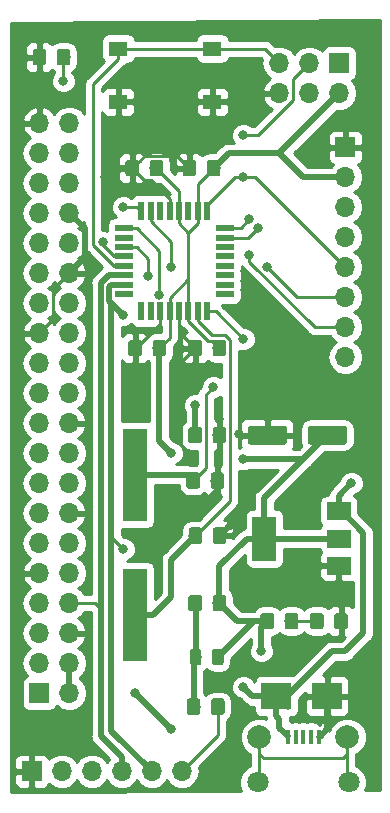
<source format=gbr>
G04 #@! TF.GenerationSoftware,KiCad,Pcbnew,(5.0.2-5-10.14)*
G04 #@! TF.CreationDate,2019-03-09T09:48:24+01:00*
G04 #@! TF.ProjectId,myduino,6d796475-696e-46f2-9e6b-696361645f70,rev?*
G04 #@! TF.SameCoordinates,Original*
G04 #@! TF.FileFunction,Copper,L1,Top*
G04 #@! TF.FilePolarity,Positive*
%FSLAX46Y46*%
G04 Gerber Fmt 4.6, Leading zero omitted, Abs format (unit mm)*
G04 Created by KiCad (PCBNEW (5.0.2-5-10.14)) date 2019 March 09, Saturday 09:48:24*
%MOMM*%
%LPD*%
G01*
G04 APERTURE LIST*
G04 #@! TA.AperFunction,Conductor*
%ADD10C,0.100000*%
G04 #@! TD*
G04 #@! TA.AperFunction,SMDPad,CuDef*
%ADD11C,1.150000*%
G04 #@! TD*
G04 #@! TA.AperFunction,SMDPad,CuDef*
%ADD12C,1.600000*%
G04 #@! TD*
G04 #@! TA.AperFunction,SMDPad,CuDef*
%ADD13R,2.000000X7.875000*%
G04 #@! TD*
G04 #@! TA.AperFunction,SMDPad,CuDef*
%ADD14C,0.975000*%
G04 #@! TD*
G04 #@! TA.AperFunction,ComponentPad*
%ADD15R,1.700000X1.700000*%
G04 #@! TD*
G04 #@! TA.AperFunction,ComponentPad*
%ADD16O,1.700000X1.700000*%
G04 #@! TD*
G04 #@! TA.AperFunction,SMDPad,CuDef*
%ADD17R,1.550000X1.300000*%
G04 #@! TD*
G04 #@! TA.AperFunction,SMDPad,CuDef*
%ADD18R,2.000000X3.800000*%
G04 #@! TD*
G04 #@! TA.AperFunction,SMDPad,CuDef*
%ADD19R,2.000000X1.500000*%
G04 #@! TD*
G04 #@! TA.AperFunction,SMDPad,CuDef*
%ADD20R,0.550000X1.600000*%
G04 #@! TD*
G04 #@! TA.AperFunction,SMDPad,CuDef*
%ADD21R,1.600000X0.550000*%
G04 #@! TD*
G04 #@! TA.AperFunction,SMDPad,CuDef*
%ADD22R,2.500000X2.300000*%
G04 #@! TD*
G04 #@! TA.AperFunction,SMDPad,CuDef*
%ADD23R,0.450000X1.300000*%
G04 #@! TD*
G04 #@! TA.AperFunction,ComponentPad*
%ADD24C,2.000000*%
G04 #@! TD*
G04 #@! TA.AperFunction,ComponentPad*
%ADD25C,1.800000*%
G04 #@! TD*
G04 #@! TA.AperFunction,ViaPad*
%ADD26C,0.800000*%
G04 #@! TD*
G04 #@! TA.AperFunction,Conductor*
%ADD27C,0.500000*%
G04 #@! TD*
G04 #@! TA.AperFunction,Conductor*
%ADD28C,0.250000*%
G04 #@! TD*
G04 #@! TA.AperFunction,Conductor*
%ADD29C,0.254000*%
G04 #@! TD*
G04 APERTURE END LIST*
D10*
G04 #@! TO.N,Net-(100k1-Pad2)*
G04 #@! TO.C,100k1*
G36*
X145619505Y-132397204D02*
X145643773Y-132400804D01*
X145667572Y-132406765D01*
X145690671Y-132415030D01*
X145712850Y-132425520D01*
X145733893Y-132438132D01*
X145753599Y-132452747D01*
X145771777Y-132469223D01*
X145788253Y-132487401D01*
X145802868Y-132507107D01*
X145815480Y-132528150D01*
X145825970Y-132550329D01*
X145834235Y-132573428D01*
X145840196Y-132597227D01*
X145843796Y-132621495D01*
X145845000Y-132645999D01*
X145845000Y-133546001D01*
X145843796Y-133570505D01*
X145840196Y-133594773D01*
X145834235Y-133618572D01*
X145825970Y-133641671D01*
X145815480Y-133663850D01*
X145802868Y-133684893D01*
X145788253Y-133704599D01*
X145771777Y-133722777D01*
X145753599Y-133739253D01*
X145733893Y-133753868D01*
X145712850Y-133766480D01*
X145690671Y-133776970D01*
X145667572Y-133785235D01*
X145643773Y-133791196D01*
X145619505Y-133794796D01*
X145595001Y-133796000D01*
X144944999Y-133796000D01*
X144920495Y-133794796D01*
X144896227Y-133791196D01*
X144872428Y-133785235D01*
X144849329Y-133776970D01*
X144827150Y-133766480D01*
X144806107Y-133753868D01*
X144786401Y-133739253D01*
X144768223Y-133722777D01*
X144751747Y-133704599D01*
X144737132Y-133684893D01*
X144724520Y-133663850D01*
X144714030Y-133641671D01*
X144705765Y-133618572D01*
X144699804Y-133594773D01*
X144696204Y-133570505D01*
X144695000Y-133546001D01*
X144695000Y-132645999D01*
X144696204Y-132621495D01*
X144699804Y-132597227D01*
X144705765Y-132573428D01*
X144714030Y-132550329D01*
X144724520Y-132528150D01*
X144737132Y-132507107D01*
X144751747Y-132487401D01*
X144768223Y-132469223D01*
X144786401Y-132452747D01*
X144806107Y-132438132D01*
X144827150Y-132425520D01*
X144849329Y-132415030D01*
X144872428Y-132406765D01*
X144896227Y-132400804D01*
X144920495Y-132397204D01*
X144944999Y-132396000D01*
X145595001Y-132396000D01*
X145619505Y-132397204D01*
X145619505Y-132397204D01*
G37*
D11*
G04 #@! TD*
G04 #@! TO.P,100k1,2*
G04 #@! TO.N,Net-(100k1-Pad2)*
X145270000Y-133096000D03*
D10*
G04 #@! TO.N,+3V3*
G04 #@! TO.C,100k1*
G36*
X147669505Y-132397204D02*
X147693773Y-132400804D01*
X147717572Y-132406765D01*
X147740671Y-132415030D01*
X147762850Y-132425520D01*
X147783893Y-132438132D01*
X147803599Y-132452747D01*
X147821777Y-132469223D01*
X147838253Y-132487401D01*
X147852868Y-132507107D01*
X147865480Y-132528150D01*
X147875970Y-132550329D01*
X147884235Y-132573428D01*
X147890196Y-132597227D01*
X147893796Y-132621495D01*
X147895000Y-132645999D01*
X147895000Y-133546001D01*
X147893796Y-133570505D01*
X147890196Y-133594773D01*
X147884235Y-133618572D01*
X147875970Y-133641671D01*
X147865480Y-133663850D01*
X147852868Y-133684893D01*
X147838253Y-133704599D01*
X147821777Y-133722777D01*
X147803599Y-133739253D01*
X147783893Y-133753868D01*
X147762850Y-133766480D01*
X147740671Y-133776970D01*
X147717572Y-133785235D01*
X147693773Y-133791196D01*
X147669505Y-133794796D01*
X147645001Y-133796000D01*
X146994999Y-133796000D01*
X146970495Y-133794796D01*
X146946227Y-133791196D01*
X146922428Y-133785235D01*
X146899329Y-133776970D01*
X146877150Y-133766480D01*
X146856107Y-133753868D01*
X146836401Y-133739253D01*
X146818223Y-133722777D01*
X146801747Y-133704599D01*
X146787132Y-133684893D01*
X146774520Y-133663850D01*
X146764030Y-133641671D01*
X146755765Y-133618572D01*
X146749804Y-133594773D01*
X146746204Y-133570505D01*
X146745000Y-133546001D01*
X146745000Y-132645999D01*
X146746204Y-132621495D01*
X146749804Y-132597227D01*
X146755765Y-132573428D01*
X146764030Y-132550329D01*
X146774520Y-132528150D01*
X146787132Y-132507107D01*
X146801747Y-132487401D01*
X146818223Y-132469223D01*
X146836401Y-132452747D01*
X146856107Y-132438132D01*
X146877150Y-132425520D01*
X146899329Y-132415030D01*
X146922428Y-132406765D01*
X146946227Y-132400804D01*
X146970495Y-132397204D01*
X146994999Y-132396000D01*
X147645001Y-132396000D01*
X147669505Y-132397204D01*
X147669505Y-132397204D01*
G37*
D11*
G04 #@! TD*
G04 #@! TO.P,100k1,1*
G04 #@! TO.N,+3V3*
X147320000Y-133096000D03*
D10*
G04 #@! TO.N,GND*
G04 #@! TO.C,100nF1*
G36*
X140294505Y-95567204D02*
X140318773Y-95570804D01*
X140342572Y-95576765D01*
X140365671Y-95585030D01*
X140387850Y-95595520D01*
X140408893Y-95608132D01*
X140428599Y-95622747D01*
X140446777Y-95639223D01*
X140463253Y-95657401D01*
X140477868Y-95677107D01*
X140490480Y-95698150D01*
X140500970Y-95720329D01*
X140509235Y-95743428D01*
X140515196Y-95767227D01*
X140518796Y-95791495D01*
X140520000Y-95815999D01*
X140520000Y-96716001D01*
X140518796Y-96740505D01*
X140515196Y-96764773D01*
X140509235Y-96788572D01*
X140500970Y-96811671D01*
X140490480Y-96833850D01*
X140477868Y-96854893D01*
X140463253Y-96874599D01*
X140446777Y-96892777D01*
X140428599Y-96909253D01*
X140408893Y-96923868D01*
X140387850Y-96936480D01*
X140365671Y-96946970D01*
X140342572Y-96955235D01*
X140318773Y-96961196D01*
X140294505Y-96964796D01*
X140270001Y-96966000D01*
X139619999Y-96966000D01*
X139595495Y-96964796D01*
X139571227Y-96961196D01*
X139547428Y-96955235D01*
X139524329Y-96946970D01*
X139502150Y-96936480D01*
X139481107Y-96923868D01*
X139461401Y-96909253D01*
X139443223Y-96892777D01*
X139426747Y-96874599D01*
X139412132Y-96854893D01*
X139399520Y-96833850D01*
X139389030Y-96811671D01*
X139380765Y-96788572D01*
X139374804Y-96764773D01*
X139371204Y-96740505D01*
X139370000Y-96716001D01*
X139370000Y-95815999D01*
X139371204Y-95791495D01*
X139374804Y-95767227D01*
X139380765Y-95743428D01*
X139389030Y-95720329D01*
X139399520Y-95698150D01*
X139412132Y-95677107D01*
X139426747Y-95657401D01*
X139443223Y-95639223D01*
X139461401Y-95622747D01*
X139481107Y-95608132D01*
X139502150Y-95595520D01*
X139524329Y-95585030D01*
X139547428Y-95576765D01*
X139571227Y-95570804D01*
X139595495Y-95567204D01*
X139619999Y-95566000D01*
X140270001Y-95566000D01*
X140294505Y-95567204D01*
X140294505Y-95567204D01*
G37*
D11*
G04 #@! TD*
G04 #@! TO.P,100nF1,2*
G04 #@! TO.N,GND*
X139945000Y-96266000D03*
D10*
G04 #@! TO.N,+3V3*
G04 #@! TO.C,100nF1*
G36*
X142344505Y-95567204D02*
X142368773Y-95570804D01*
X142392572Y-95576765D01*
X142415671Y-95585030D01*
X142437850Y-95595520D01*
X142458893Y-95608132D01*
X142478599Y-95622747D01*
X142496777Y-95639223D01*
X142513253Y-95657401D01*
X142527868Y-95677107D01*
X142540480Y-95698150D01*
X142550970Y-95720329D01*
X142559235Y-95743428D01*
X142565196Y-95767227D01*
X142568796Y-95791495D01*
X142570000Y-95815999D01*
X142570000Y-96716001D01*
X142568796Y-96740505D01*
X142565196Y-96764773D01*
X142559235Y-96788572D01*
X142550970Y-96811671D01*
X142540480Y-96833850D01*
X142527868Y-96854893D01*
X142513253Y-96874599D01*
X142496777Y-96892777D01*
X142478599Y-96909253D01*
X142458893Y-96923868D01*
X142437850Y-96936480D01*
X142415671Y-96946970D01*
X142392572Y-96955235D01*
X142368773Y-96961196D01*
X142344505Y-96964796D01*
X142320001Y-96966000D01*
X141669999Y-96966000D01*
X141645495Y-96964796D01*
X141621227Y-96961196D01*
X141597428Y-96955235D01*
X141574329Y-96946970D01*
X141552150Y-96936480D01*
X141531107Y-96923868D01*
X141511401Y-96909253D01*
X141493223Y-96892777D01*
X141476747Y-96874599D01*
X141462132Y-96854893D01*
X141449520Y-96833850D01*
X141439030Y-96811671D01*
X141430765Y-96788572D01*
X141424804Y-96764773D01*
X141421204Y-96740505D01*
X141420000Y-96716001D01*
X141420000Y-95815999D01*
X141421204Y-95791495D01*
X141424804Y-95767227D01*
X141430765Y-95743428D01*
X141439030Y-95720329D01*
X141449520Y-95698150D01*
X141462132Y-95677107D01*
X141476747Y-95657401D01*
X141493223Y-95639223D01*
X141511401Y-95622747D01*
X141531107Y-95608132D01*
X141552150Y-95595520D01*
X141574329Y-95585030D01*
X141597428Y-95576765D01*
X141621227Y-95570804D01*
X141645495Y-95567204D01*
X141669999Y-95566000D01*
X142320001Y-95566000D01*
X142344505Y-95567204D01*
X142344505Y-95567204D01*
G37*
D11*
G04 #@! TD*
G04 #@! TO.P,100nF1,1*
G04 #@! TO.N,+3V3*
X141995000Y-96266000D03*
D10*
G04 #@! TO.N,+3V3*
G04 #@! TO.C,100nF2*
G36*
X142589505Y-110807204D02*
X142613773Y-110810804D01*
X142637572Y-110816765D01*
X142660671Y-110825030D01*
X142682850Y-110835520D01*
X142703893Y-110848132D01*
X142723599Y-110862747D01*
X142741777Y-110879223D01*
X142758253Y-110897401D01*
X142772868Y-110917107D01*
X142785480Y-110938150D01*
X142795970Y-110960329D01*
X142804235Y-110983428D01*
X142810196Y-111007227D01*
X142813796Y-111031495D01*
X142815000Y-111055999D01*
X142815000Y-111956001D01*
X142813796Y-111980505D01*
X142810196Y-112004773D01*
X142804235Y-112028572D01*
X142795970Y-112051671D01*
X142785480Y-112073850D01*
X142772868Y-112094893D01*
X142758253Y-112114599D01*
X142741777Y-112132777D01*
X142723599Y-112149253D01*
X142703893Y-112163868D01*
X142682850Y-112176480D01*
X142660671Y-112186970D01*
X142637572Y-112195235D01*
X142613773Y-112201196D01*
X142589505Y-112204796D01*
X142565001Y-112206000D01*
X141914999Y-112206000D01*
X141890495Y-112204796D01*
X141866227Y-112201196D01*
X141842428Y-112195235D01*
X141819329Y-112186970D01*
X141797150Y-112176480D01*
X141776107Y-112163868D01*
X141756401Y-112149253D01*
X141738223Y-112132777D01*
X141721747Y-112114599D01*
X141707132Y-112094893D01*
X141694520Y-112073850D01*
X141684030Y-112051671D01*
X141675765Y-112028572D01*
X141669804Y-112004773D01*
X141666204Y-111980505D01*
X141665000Y-111956001D01*
X141665000Y-111055999D01*
X141666204Y-111031495D01*
X141669804Y-111007227D01*
X141675765Y-110983428D01*
X141684030Y-110960329D01*
X141694520Y-110938150D01*
X141707132Y-110917107D01*
X141721747Y-110897401D01*
X141738223Y-110879223D01*
X141756401Y-110862747D01*
X141776107Y-110848132D01*
X141797150Y-110835520D01*
X141819329Y-110825030D01*
X141842428Y-110816765D01*
X141866227Y-110810804D01*
X141890495Y-110807204D01*
X141914999Y-110806000D01*
X142565001Y-110806000D01*
X142589505Y-110807204D01*
X142589505Y-110807204D01*
G37*
D11*
G04 #@! TD*
G04 #@! TO.P,100nF2,1*
G04 #@! TO.N,+3V3*
X142240000Y-111506000D03*
D10*
G04 #@! TO.N,GND*
G04 #@! TO.C,100nF2*
G36*
X140539505Y-110807204D02*
X140563773Y-110810804D01*
X140587572Y-110816765D01*
X140610671Y-110825030D01*
X140632850Y-110835520D01*
X140653893Y-110848132D01*
X140673599Y-110862747D01*
X140691777Y-110879223D01*
X140708253Y-110897401D01*
X140722868Y-110917107D01*
X140735480Y-110938150D01*
X140745970Y-110960329D01*
X140754235Y-110983428D01*
X140760196Y-111007227D01*
X140763796Y-111031495D01*
X140765000Y-111055999D01*
X140765000Y-111956001D01*
X140763796Y-111980505D01*
X140760196Y-112004773D01*
X140754235Y-112028572D01*
X140745970Y-112051671D01*
X140735480Y-112073850D01*
X140722868Y-112094893D01*
X140708253Y-112114599D01*
X140691777Y-112132777D01*
X140673599Y-112149253D01*
X140653893Y-112163868D01*
X140632850Y-112176480D01*
X140610671Y-112186970D01*
X140587572Y-112195235D01*
X140563773Y-112201196D01*
X140539505Y-112204796D01*
X140515001Y-112206000D01*
X139864999Y-112206000D01*
X139840495Y-112204796D01*
X139816227Y-112201196D01*
X139792428Y-112195235D01*
X139769329Y-112186970D01*
X139747150Y-112176480D01*
X139726107Y-112163868D01*
X139706401Y-112149253D01*
X139688223Y-112132777D01*
X139671747Y-112114599D01*
X139657132Y-112094893D01*
X139644520Y-112073850D01*
X139634030Y-112051671D01*
X139625765Y-112028572D01*
X139619804Y-112004773D01*
X139616204Y-111980505D01*
X139615000Y-111956001D01*
X139615000Y-111055999D01*
X139616204Y-111031495D01*
X139619804Y-111007227D01*
X139625765Y-110983428D01*
X139634030Y-110960329D01*
X139644520Y-110938150D01*
X139657132Y-110917107D01*
X139671747Y-110897401D01*
X139688223Y-110879223D01*
X139706401Y-110862747D01*
X139726107Y-110848132D01*
X139747150Y-110835520D01*
X139769329Y-110825030D01*
X139792428Y-110816765D01*
X139816227Y-110810804D01*
X139840495Y-110807204D01*
X139864999Y-110806000D01*
X140515001Y-110806000D01*
X140539505Y-110807204D01*
X140539505Y-110807204D01*
G37*
D11*
G04 #@! TD*
G04 #@! TO.P,100nF2,2*
G04 #@! TO.N,GND*
X140190000Y-111506000D03*
D10*
G04 #@! TO.N,/RTS*
G04 #@! TO.C,100nF3*
G36*
X147542505Y-141160204D02*
X147566773Y-141163804D01*
X147590572Y-141169765D01*
X147613671Y-141178030D01*
X147635850Y-141188520D01*
X147656893Y-141201132D01*
X147676599Y-141215747D01*
X147694777Y-141232223D01*
X147711253Y-141250401D01*
X147725868Y-141270107D01*
X147738480Y-141291150D01*
X147748970Y-141313329D01*
X147757235Y-141336428D01*
X147763196Y-141360227D01*
X147766796Y-141384495D01*
X147768000Y-141408999D01*
X147768000Y-142309001D01*
X147766796Y-142333505D01*
X147763196Y-142357773D01*
X147757235Y-142381572D01*
X147748970Y-142404671D01*
X147738480Y-142426850D01*
X147725868Y-142447893D01*
X147711253Y-142467599D01*
X147694777Y-142485777D01*
X147676599Y-142502253D01*
X147656893Y-142516868D01*
X147635850Y-142529480D01*
X147613671Y-142539970D01*
X147590572Y-142548235D01*
X147566773Y-142554196D01*
X147542505Y-142557796D01*
X147518001Y-142559000D01*
X146867999Y-142559000D01*
X146843495Y-142557796D01*
X146819227Y-142554196D01*
X146795428Y-142548235D01*
X146772329Y-142539970D01*
X146750150Y-142529480D01*
X146729107Y-142516868D01*
X146709401Y-142502253D01*
X146691223Y-142485777D01*
X146674747Y-142467599D01*
X146660132Y-142447893D01*
X146647520Y-142426850D01*
X146637030Y-142404671D01*
X146628765Y-142381572D01*
X146622804Y-142357773D01*
X146619204Y-142333505D01*
X146618000Y-142309001D01*
X146618000Y-141408999D01*
X146619204Y-141384495D01*
X146622804Y-141360227D01*
X146628765Y-141336428D01*
X146637030Y-141313329D01*
X146647520Y-141291150D01*
X146660132Y-141270107D01*
X146674747Y-141250401D01*
X146691223Y-141232223D01*
X146709401Y-141215747D01*
X146729107Y-141201132D01*
X146750150Y-141188520D01*
X146772329Y-141178030D01*
X146795428Y-141169765D01*
X146819227Y-141163804D01*
X146843495Y-141160204D01*
X146867999Y-141159000D01*
X147518001Y-141159000D01*
X147542505Y-141160204D01*
X147542505Y-141160204D01*
G37*
D11*
G04 #@! TD*
G04 #@! TO.P,100nF3,2*
G04 #@! TO.N,/RTS*
X147193000Y-141859000D03*
D10*
G04 #@! TO.N,Net-(100k1-Pad2)*
G04 #@! TO.C,100nF3*
G36*
X145492505Y-141160204D02*
X145516773Y-141163804D01*
X145540572Y-141169765D01*
X145563671Y-141178030D01*
X145585850Y-141188520D01*
X145606893Y-141201132D01*
X145626599Y-141215747D01*
X145644777Y-141232223D01*
X145661253Y-141250401D01*
X145675868Y-141270107D01*
X145688480Y-141291150D01*
X145698970Y-141313329D01*
X145707235Y-141336428D01*
X145713196Y-141360227D01*
X145716796Y-141384495D01*
X145718000Y-141408999D01*
X145718000Y-142309001D01*
X145716796Y-142333505D01*
X145713196Y-142357773D01*
X145707235Y-142381572D01*
X145698970Y-142404671D01*
X145688480Y-142426850D01*
X145675868Y-142447893D01*
X145661253Y-142467599D01*
X145644777Y-142485777D01*
X145626599Y-142502253D01*
X145606893Y-142516868D01*
X145585850Y-142529480D01*
X145563671Y-142539970D01*
X145540572Y-142548235D01*
X145516773Y-142554196D01*
X145492505Y-142557796D01*
X145468001Y-142559000D01*
X144817999Y-142559000D01*
X144793495Y-142557796D01*
X144769227Y-142554196D01*
X144745428Y-142548235D01*
X144722329Y-142539970D01*
X144700150Y-142529480D01*
X144679107Y-142516868D01*
X144659401Y-142502253D01*
X144641223Y-142485777D01*
X144624747Y-142467599D01*
X144610132Y-142447893D01*
X144597520Y-142426850D01*
X144587030Y-142404671D01*
X144578765Y-142381572D01*
X144572804Y-142357773D01*
X144569204Y-142333505D01*
X144568000Y-142309001D01*
X144568000Y-141408999D01*
X144569204Y-141384495D01*
X144572804Y-141360227D01*
X144578765Y-141336428D01*
X144587030Y-141313329D01*
X144597520Y-141291150D01*
X144610132Y-141270107D01*
X144624747Y-141250401D01*
X144641223Y-141232223D01*
X144659401Y-141215747D01*
X144679107Y-141201132D01*
X144700150Y-141188520D01*
X144722329Y-141178030D01*
X144745428Y-141169765D01*
X144769227Y-141163804D01*
X144793495Y-141160204D01*
X144817999Y-141159000D01*
X145468001Y-141159000D01*
X145492505Y-141160204D01*
X145492505Y-141160204D01*
G37*
D11*
G04 #@! TD*
G04 #@! TO.P,100nF3,1*
G04 #@! TO.N,Net-(100k1-Pad2)*
X145143000Y-141859000D03*
D10*
G04 #@! TO.N,GND*
G04 #@! TO.C,100nF4*
G36*
X145129505Y-95567204D02*
X145153773Y-95570804D01*
X145177572Y-95576765D01*
X145200671Y-95585030D01*
X145222850Y-95595520D01*
X145243893Y-95608132D01*
X145263599Y-95622747D01*
X145281777Y-95639223D01*
X145298253Y-95657401D01*
X145312868Y-95677107D01*
X145325480Y-95698150D01*
X145335970Y-95720329D01*
X145344235Y-95743428D01*
X145350196Y-95767227D01*
X145353796Y-95791495D01*
X145355000Y-95815999D01*
X145355000Y-96716001D01*
X145353796Y-96740505D01*
X145350196Y-96764773D01*
X145344235Y-96788572D01*
X145335970Y-96811671D01*
X145325480Y-96833850D01*
X145312868Y-96854893D01*
X145298253Y-96874599D01*
X145281777Y-96892777D01*
X145263599Y-96909253D01*
X145243893Y-96923868D01*
X145222850Y-96936480D01*
X145200671Y-96946970D01*
X145177572Y-96955235D01*
X145153773Y-96961196D01*
X145129505Y-96964796D01*
X145105001Y-96966000D01*
X144454999Y-96966000D01*
X144430495Y-96964796D01*
X144406227Y-96961196D01*
X144382428Y-96955235D01*
X144359329Y-96946970D01*
X144337150Y-96936480D01*
X144316107Y-96923868D01*
X144296401Y-96909253D01*
X144278223Y-96892777D01*
X144261747Y-96874599D01*
X144247132Y-96854893D01*
X144234520Y-96833850D01*
X144224030Y-96811671D01*
X144215765Y-96788572D01*
X144209804Y-96764773D01*
X144206204Y-96740505D01*
X144205000Y-96716001D01*
X144205000Y-95815999D01*
X144206204Y-95791495D01*
X144209804Y-95767227D01*
X144215765Y-95743428D01*
X144224030Y-95720329D01*
X144234520Y-95698150D01*
X144247132Y-95677107D01*
X144261747Y-95657401D01*
X144278223Y-95639223D01*
X144296401Y-95622747D01*
X144316107Y-95608132D01*
X144337150Y-95595520D01*
X144359329Y-95585030D01*
X144382428Y-95576765D01*
X144406227Y-95570804D01*
X144430495Y-95567204D01*
X144454999Y-95566000D01*
X145105001Y-95566000D01*
X145129505Y-95567204D01*
X145129505Y-95567204D01*
G37*
D11*
G04 #@! TD*
G04 #@! TO.P,100nF4,2*
G04 #@! TO.N,GND*
X144780000Y-96266000D03*
D10*
G04 #@! TO.N,+3V3*
G04 #@! TO.C,100nF4*
G36*
X147179505Y-95567204D02*
X147203773Y-95570804D01*
X147227572Y-95576765D01*
X147250671Y-95585030D01*
X147272850Y-95595520D01*
X147293893Y-95608132D01*
X147313599Y-95622747D01*
X147331777Y-95639223D01*
X147348253Y-95657401D01*
X147362868Y-95677107D01*
X147375480Y-95698150D01*
X147385970Y-95720329D01*
X147394235Y-95743428D01*
X147400196Y-95767227D01*
X147403796Y-95791495D01*
X147405000Y-95815999D01*
X147405000Y-96716001D01*
X147403796Y-96740505D01*
X147400196Y-96764773D01*
X147394235Y-96788572D01*
X147385970Y-96811671D01*
X147375480Y-96833850D01*
X147362868Y-96854893D01*
X147348253Y-96874599D01*
X147331777Y-96892777D01*
X147313599Y-96909253D01*
X147293893Y-96923868D01*
X147272850Y-96936480D01*
X147250671Y-96946970D01*
X147227572Y-96955235D01*
X147203773Y-96961196D01*
X147179505Y-96964796D01*
X147155001Y-96966000D01*
X146504999Y-96966000D01*
X146480495Y-96964796D01*
X146456227Y-96961196D01*
X146432428Y-96955235D01*
X146409329Y-96946970D01*
X146387150Y-96936480D01*
X146366107Y-96923868D01*
X146346401Y-96909253D01*
X146328223Y-96892777D01*
X146311747Y-96874599D01*
X146297132Y-96854893D01*
X146284520Y-96833850D01*
X146274030Y-96811671D01*
X146265765Y-96788572D01*
X146259804Y-96764773D01*
X146256204Y-96740505D01*
X146255000Y-96716001D01*
X146255000Y-95815999D01*
X146256204Y-95791495D01*
X146259804Y-95767227D01*
X146265765Y-95743428D01*
X146274030Y-95720329D01*
X146284520Y-95698150D01*
X146297132Y-95677107D01*
X146311747Y-95657401D01*
X146328223Y-95639223D01*
X146346401Y-95622747D01*
X146366107Y-95608132D01*
X146387150Y-95595520D01*
X146409329Y-95585030D01*
X146432428Y-95576765D01*
X146456227Y-95570804D01*
X146480495Y-95567204D01*
X146504999Y-95566000D01*
X147155001Y-95566000D01*
X147179505Y-95567204D01*
X147179505Y-95567204D01*
G37*
D11*
G04 #@! TD*
G04 #@! TO.P,100nF4,1*
G04 #@! TO.N,+3V3*
X146830000Y-96266000D03*
D10*
G04 #@! TO.N,+3V3*
G04 #@! TO.C,100nF5*
G36*
X147669505Y-110807204D02*
X147693773Y-110810804D01*
X147717572Y-110816765D01*
X147740671Y-110825030D01*
X147762850Y-110835520D01*
X147783893Y-110848132D01*
X147803599Y-110862747D01*
X147821777Y-110879223D01*
X147838253Y-110897401D01*
X147852868Y-110917107D01*
X147865480Y-110938150D01*
X147875970Y-110960329D01*
X147884235Y-110983428D01*
X147890196Y-111007227D01*
X147893796Y-111031495D01*
X147895000Y-111055999D01*
X147895000Y-111956001D01*
X147893796Y-111980505D01*
X147890196Y-112004773D01*
X147884235Y-112028572D01*
X147875970Y-112051671D01*
X147865480Y-112073850D01*
X147852868Y-112094893D01*
X147838253Y-112114599D01*
X147821777Y-112132777D01*
X147803599Y-112149253D01*
X147783893Y-112163868D01*
X147762850Y-112176480D01*
X147740671Y-112186970D01*
X147717572Y-112195235D01*
X147693773Y-112201196D01*
X147669505Y-112204796D01*
X147645001Y-112206000D01*
X146994999Y-112206000D01*
X146970495Y-112204796D01*
X146946227Y-112201196D01*
X146922428Y-112195235D01*
X146899329Y-112186970D01*
X146877150Y-112176480D01*
X146856107Y-112163868D01*
X146836401Y-112149253D01*
X146818223Y-112132777D01*
X146801747Y-112114599D01*
X146787132Y-112094893D01*
X146774520Y-112073850D01*
X146764030Y-112051671D01*
X146755765Y-112028572D01*
X146749804Y-112004773D01*
X146746204Y-111980505D01*
X146745000Y-111956001D01*
X146745000Y-111055999D01*
X146746204Y-111031495D01*
X146749804Y-111007227D01*
X146755765Y-110983428D01*
X146764030Y-110960329D01*
X146774520Y-110938150D01*
X146787132Y-110917107D01*
X146801747Y-110897401D01*
X146818223Y-110879223D01*
X146836401Y-110862747D01*
X146856107Y-110848132D01*
X146877150Y-110835520D01*
X146899329Y-110825030D01*
X146922428Y-110816765D01*
X146946227Y-110810804D01*
X146970495Y-110807204D01*
X146994999Y-110806000D01*
X147645001Y-110806000D01*
X147669505Y-110807204D01*
X147669505Y-110807204D01*
G37*
D11*
G04 #@! TD*
G04 #@! TO.P,100nF5,1*
G04 #@! TO.N,+3V3*
X147320000Y-111506000D03*
D10*
G04 #@! TO.N,GND*
G04 #@! TO.C,100nF5*
G36*
X145619505Y-110807204D02*
X145643773Y-110810804D01*
X145667572Y-110816765D01*
X145690671Y-110825030D01*
X145712850Y-110835520D01*
X145733893Y-110848132D01*
X145753599Y-110862747D01*
X145771777Y-110879223D01*
X145788253Y-110897401D01*
X145802868Y-110917107D01*
X145815480Y-110938150D01*
X145825970Y-110960329D01*
X145834235Y-110983428D01*
X145840196Y-111007227D01*
X145843796Y-111031495D01*
X145845000Y-111055999D01*
X145845000Y-111956001D01*
X145843796Y-111980505D01*
X145840196Y-112004773D01*
X145834235Y-112028572D01*
X145825970Y-112051671D01*
X145815480Y-112073850D01*
X145802868Y-112094893D01*
X145788253Y-112114599D01*
X145771777Y-112132777D01*
X145753599Y-112149253D01*
X145733893Y-112163868D01*
X145712850Y-112176480D01*
X145690671Y-112186970D01*
X145667572Y-112195235D01*
X145643773Y-112201196D01*
X145619505Y-112204796D01*
X145595001Y-112206000D01*
X144944999Y-112206000D01*
X144920495Y-112204796D01*
X144896227Y-112201196D01*
X144872428Y-112195235D01*
X144849329Y-112186970D01*
X144827150Y-112176480D01*
X144806107Y-112163868D01*
X144786401Y-112149253D01*
X144768223Y-112132777D01*
X144751747Y-112114599D01*
X144737132Y-112094893D01*
X144724520Y-112073850D01*
X144714030Y-112051671D01*
X144705765Y-112028572D01*
X144699804Y-112004773D01*
X144696204Y-111980505D01*
X144695000Y-111956001D01*
X144695000Y-111055999D01*
X144696204Y-111031495D01*
X144699804Y-111007227D01*
X144705765Y-110983428D01*
X144714030Y-110960329D01*
X144724520Y-110938150D01*
X144737132Y-110917107D01*
X144751747Y-110897401D01*
X144768223Y-110879223D01*
X144786401Y-110862747D01*
X144806107Y-110848132D01*
X144827150Y-110835520D01*
X144849329Y-110825030D01*
X144872428Y-110816765D01*
X144896227Y-110810804D01*
X144920495Y-110807204D01*
X144944999Y-110806000D01*
X145595001Y-110806000D01*
X145619505Y-110807204D01*
X145619505Y-110807204D01*
G37*
D11*
G04 #@! TD*
G04 #@! TO.P,100nF5,2*
G04 #@! TO.N,GND*
X145270000Y-111506000D03*
D10*
G04 #@! TO.N,+3V3*
G04 #@! TO.C,100uF1*
G36*
X157896004Y-118073204D02*
X157920273Y-118076804D01*
X157944071Y-118082765D01*
X157967171Y-118091030D01*
X157989349Y-118101520D01*
X158010393Y-118114133D01*
X158030098Y-118128747D01*
X158048277Y-118145223D01*
X158064753Y-118163402D01*
X158079367Y-118183107D01*
X158091980Y-118204151D01*
X158102470Y-118226329D01*
X158110735Y-118249429D01*
X158116696Y-118273227D01*
X158120296Y-118297496D01*
X158121500Y-118322000D01*
X158121500Y-119422000D01*
X158120296Y-119446504D01*
X158116696Y-119470773D01*
X158110735Y-119494571D01*
X158102470Y-119517671D01*
X158091980Y-119539849D01*
X158079367Y-119560893D01*
X158064753Y-119580598D01*
X158048277Y-119598777D01*
X158030098Y-119615253D01*
X158010393Y-119629867D01*
X157989349Y-119642480D01*
X157967171Y-119652970D01*
X157944071Y-119661235D01*
X157920273Y-119667196D01*
X157896004Y-119670796D01*
X157871500Y-119672000D01*
X155046500Y-119672000D01*
X155021996Y-119670796D01*
X154997727Y-119667196D01*
X154973929Y-119661235D01*
X154950829Y-119652970D01*
X154928651Y-119642480D01*
X154907607Y-119629867D01*
X154887902Y-119615253D01*
X154869723Y-119598777D01*
X154853247Y-119580598D01*
X154838633Y-119560893D01*
X154826020Y-119539849D01*
X154815530Y-119517671D01*
X154807265Y-119494571D01*
X154801304Y-119470773D01*
X154797704Y-119446504D01*
X154796500Y-119422000D01*
X154796500Y-118322000D01*
X154797704Y-118297496D01*
X154801304Y-118273227D01*
X154807265Y-118249429D01*
X154815530Y-118226329D01*
X154826020Y-118204151D01*
X154838633Y-118183107D01*
X154853247Y-118163402D01*
X154869723Y-118145223D01*
X154887902Y-118128747D01*
X154907607Y-118114133D01*
X154928651Y-118101520D01*
X154950829Y-118091030D01*
X154973929Y-118082765D01*
X154997727Y-118076804D01*
X155021996Y-118073204D01*
X155046500Y-118072000D01*
X157871500Y-118072000D01*
X157896004Y-118073204D01*
X157896004Y-118073204D01*
G37*
D12*
G04 #@! TD*
G04 #@! TO.P,100uF1,1*
G04 #@! TO.N,+3V3*
X156459000Y-118872000D03*
D10*
G04 #@! TO.N,GND*
G04 #@! TO.C,100uF1*
G36*
X152821004Y-118073204D02*
X152845273Y-118076804D01*
X152869071Y-118082765D01*
X152892171Y-118091030D01*
X152914349Y-118101520D01*
X152935393Y-118114133D01*
X152955098Y-118128747D01*
X152973277Y-118145223D01*
X152989753Y-118163402D01*
X153004367Y-118183107D01*
X153016980Y-118204151D01*
X153027470Y-118226329D01*
X153035735Y-118249429D01*
X153041696Y-118273227D01*
X153045296Y-118297496D01*
X153046500Y-118322000D01*
X153046500Y-119422000D01*
X153045296Y-119446504D01*
X153041696Y-119470773D01*
X153035735Y-119494571D01*
X153027470Y-119517671D01*
X153016980Y-119539849D01*
X153004367Y-119560893D01*
X152989753Y-119580598D01*
X152973277Y-119598777D01*
X152955098Y-119615253D01*
X152935393Y-119629867D01*
X152914349Y-119642480D01*
X152892171Y-119652970D01*
X152869071Y-119661235D01*
X152845273Y-119667196D01*
X152821004Y-119670796D01*
X152796500Y-119672000D01*
X149971500Y-119672000D01*
X149946996Y-119670796D01*
X149922727Y-119667196D01*
X149898929Y-119661235D01*
X149875829Y-119652970D01*
X149853651Y-119642480D01*
X149832607Y-119629867D01*
X149812902Y-119615253D01*
X149794723Y-119598777D01*
X149778247Y-119580598D01*
X149763633Y-119560893D01*
X149751020Y-119539849D01*
X149740530Y-119517671D01*
X149732265Y-119494571D01*
X149726304Y-119470773D01*
X149722704Y-119446504D01*
X149721500Y-119422000D01*
X149721500Y-118322000D01*
X149722704Y-118297496D01*
X149726304Y-118273227D01*
X149732265Y-118249429D01*
X149740530Y-118226329D01*
X149751020Y-118204151D01*
X149763633Y-118183107D01*
X149778247Y-118163402D01*
X149794723Y-118145223D01*
X149812902Y-118128747D01*
X149832607Y-118114133D01*
X149853651Y-118101520D01*
X149875829Y-118091030D01*
X149898929Y-118082765D01*
X149922727Y-118076804D01*
X149946996Y-118073204D01*
X149971500Y-118072000D01*
X152796500Y-118072000D01*
X152821004Y-118073204D01*
X152821004Y-118073204D01*
G37*
D12*
G04 #@! TD*
G04 #@! TO.P,100uF1,2*
G04 #@! TO.N,GND*
X151384000Y-118872000D03*
D10*
G04 #@! TO.N,+5V*
G04 #@! TO.C,10uF1*
G36*
X145619505Y-118173204D02*
X145643773Y-118176804D01*
X145667572Y-118182765D01*
X145690671Y-118191030D01*
X145712850Y-118201520D01*
X145733893Y-118214132D01*
X145753599Y-118228747D01*
X145771777Y-118245223D01*
X145788253Y-118263401D01*
X145802868Y-118283107D01*
X145815480Y-118304150D01*
X145825970Y-118326329D01*
X145834235Y-118349428D01*
X145840196Y-118373227D01*
X145843796Y-118397495D01*
X145845000Y-118421999D01*
X145845000Y-119322001D01*
X145843796Y-119346505D01*
X145840196Y-119370773D01*
X145834235Y-119394572D01*
X145825970Y-119417671D01*
X145815480Y-119439850D01*
X145802868Y-119460893D01*
X145788253Y-119480599D01*
X145771777Y-119498777D01*
X145753599Y-119515253D01*
X145733893Y-119529868D01*
X145712850Y-119542480D01*
X145690671Y-119552970D01*
X145667572Y-119561235D01*
X145643773Y-119567196D01*
X145619505Y-119570796D01*
X145595001Y-119572000D01*
X144944999Y-119572000D01*
X144920495Y-119570796D01*
X144896227Y-119567196D01*
X144872428Y-119561235D01*
X144849329Y-119552970D01*
X144827150Y-119542480D01*
X144806107Y-119529868D01*
X144786401Y-119515253D01*
X144768223Y-119498777D01*
X144751747Y-119480599D01*
X144737132Y-119460893D01*
X144724520Y-119439850D01*
X144714030Y-119417671D01*
X144705765Y-119394572D01*
X144699804Y-119370773D01*
X144696204Y-119346505D01*
X144695000Y-119322001D01*
X144695000Y-118421999D01*
X144696204Y-118397495D01*
X144699804Y-118373227D01*
X144705765Y-118349428D01*
X144714030Y-118326329D01*
X144724520Y-118304150D01*
X144737132Y-118283107D01*
X144751747Y-118263401D01*
X144768223Y-118245223D01*
X144786401Y-118228747D01*
X144806107Y-118214132D01*
X144827150Y-118201520D01*
X144849329Y-118191030D01*
X144872428Y-118182765D01*
X144896227Y-118176804D01*
X144920495Y-118173204D01*
X144944999Y-118172000D01*
X145595001Y-118172000D01*
X145619505Y-118173204D01*
X145619505Y-118173204D01*
G37*
D11*
G04 #@! TD*
G04 #@! TO.P,10uF1,1*
G04 #@! TO.N,+5V*
X145270000Y-118872000D03*
D10*
G04 #@! TO.N,GND*
G04 #@! TO.C,10uF1*
G36*
X147669505Y-118173204D02*
X147693773Y-118176804D01*
X147717572Y-118182765D01*
X147740671Y-118191030D01*
X147762850Y-118201520D01*
X147783893Y-118214132D01*
X147803599Y-118228747D01*
X147821777Y-118245223D01*
X147838253Y-118263401D01*
X147852868Y-118283107D01*
X147865480Y-118304150D01*
X147875970Y-118326329D01*
X147884235Y-118349428D01*
X147890196Y-118373227D01*
X147893796Y-118397495D01*
X147895000Y-118421999D01*
X147895000Y-119322001D01*
X147893796Y-119346505D01*
X147890196Y-119370773D01*
X147884235Y-119394572D01*
X147875970Y-119417671D01*
X147865480Y-119439850D01*
X147852868Y-119460893D01*
X147838253Y-119480599D01*
X147821777Y-119498777D01*
X147803599Y-119515253D01*
X147783893Y-119529868D01*
X147762850Y-119542480D01*
X147740671Y-119552970D01*
X147717572Y-119561235D01*
X147693773Y-119567196D01*
X147669505Y-119570796D01*
X147645001Y-119572000D01*
X146994999Y-119572000D01*
X146970495Y-119570796D01*
X146946227Y-119567196D01*
X146922428Y-119561235D01*
X146899329Y-119552970D01*
X146877150Y-119542480D01*
X146856107Y-119529868D01*
X146836401Y-119515253D01*
X146818223Y-119498777D01*
X146801747Y-119480599D01*
X146787132Y-119460893D01*
X146774520Y-119439850D01*
X146764030Y-119417671D01*
X146755765Y-119394572D01*
X146749804Y-119370773D01*
X146746204Y-119346505D01*
X146745000Y-119322001D01*
X146745000Y-118421999D01*
X146746204Y-118397495D01*
X146749804Y-118373227D01*
X146755765Y-118349428D01*
X146764030Y-118326329D01*
X146774520Y-118304150D01*
X146787132Y-118283107D01*
X146801747Y-118263401D01*
X146818223Y-118245223D01*
X146836401Y-118228747D01*
X146856107Y-118214132D01*
X146877150Y-118201520D01*
X146899329Y-118191030D01*
X146922428Y-118182765D01*
X146946227Y-118176804D01*
X146970495Y-118173204D01*
X146994999Y-118172000D01*
X147645001Y-118172000D01*
X147669505Y-118173204D01*
X147669505Y-118173204D01*
G37*
D11*
G04 #@! TD*
G04 #@! TO.P,10uF1,2*
G04 #@! TO.N,GND*
X147320000Y-118872000D03*
D10*
G04 #@! TO.N,+3V3*
G04 #@! TO.C,1K1*
G36*
X151724505Y-133921204D02*
X151748773Y-133924804D01*
X151772572Y-133930765D01*
X151795671Y-133939030D01*
X151817850Y-133949520D01*
X151838893Y-133962132D01*
X151858599Y-133976747D01*
X151876777Y-133993223D01*
X151893253Y-134011401D01*
X151907868Y-134031107D01*
X151920480Y-134052150D01*
X151930970Y-134074329D01*
X151939235Y-134097428D01*
X151945196Y-134121227D01*
X151948796Y-134145495D01*
X151950000Y-134169999D01*
X151950000Y-135070001D01*
X151948796Y-135094505D01*
X151945196Y-135118773D01*
X151939235Y-135142572D01*
X151930970Y-135165671D01*
X151920480Y-135187850D01*
X151907868Y-135208893D01*
X151893253Y-135228599D01*
X151876777Y-135246777D01*
X151858599Y-135263253D01*
X151838893Y-135277868D01*
X151817850Y-135290480D01*
X151795671Y-135300970D01*
X151772572Y-135309235D01*
X151748773Y-135315196D01*
X151724505Y-135318796D01*
X151700001Y-135320000D01*
X151049999Y-135320000D01*
X151025495Y-135318796D01*
X151001227Y-135315196D01*
X150977428Y-135309235D01*
X150954329Y-135300970D01*
X150932150Y-135290480D01*
X150911107Y-135277868D01*
X150891401Y-135263253D01*
X150873223Y-135246777D01*
X150856747Y-135228599D01*
X150842132Y-135208893D01*
X150829520Y-135187850D01*
X150819030Y-135165671D01*
X150810765Y-135142572D01*
X150804804Y-135118773D01*
X150801204Y-135094505D01*
X150800000Y-135070001D01*
X150800000Y-134169999D01*
X150801204Y-134145495D01*
X150804804Y-134121227D01*
X150810765Y-134097428D01*
X150819030Y-134074329D01*
X150829520Y-134052150D01*
X150842132Y-134031107D01*
X150856747Y-134011401D01*
X150873223Y-133993223D01*
X150891401Y-133976747D01*
X150911107Y-133962132D01*
X150932150Y-133949520D01*
X150954329Y-133939030D01*
X150977428Y-133930765D01*
X151001227Y-133924804D01*
X151025495Y-133921204D01*
X151049999Y-133920000D01*
X151700001Y-133920000D01*
X151724505Y-133921204D01*
X151724505Y-133921204D01*
G37*
D11*
G04 #@! TD*
G04 #@! TO.P,1K1,1*
G04 #@! TO.N,+3V3*
X151375000Y-134620000D03*
D10*
G04 #@! TO.N,Net-(1K1-Pad2)*
G04 #@! TO.C,1K1*
G36*
X153774505Y-133921204D02*
X153798773Y-133924804D01*
X153822572Y-133930765D01*
X153845671Y-133939030D01*
X153867850Y-133949520D01*
X153888893Y-133962132D01*
X153908599Y-133976747D01*
X153926777Y-133993223D01*
X153943253Y-134011401D01*
X153957868Y-134031107D01*
X153970480Y-134052150D01*
X153980970Y-134074329D01*
X153989235Y-134097428D01*
X153995196Y-134121227D01*
X153998796Y-134145495D01*
X154000000Y-134169999D01*
X154000000Y-135070001D01*
X153998796Y-135094505D01*
X153995196Y-135118773D01*
X153989235Y-135142572D01*
X153980970Y-135165671D01*
X153970480Y-135187850D01*
X153957868Y-135208893D01*
X153943253Y-135228599D01*
X153926777Y-135246777D01*
X153908599Y-135263253D01*
X153888893Y-135277868D01*
X153867850Y-135290480D01*
X153845671Y-135300970D01*
X153822572Y-135309235D01*
X153798773Y-135315196D01*
X153774505Y-135318796D01*
X153750001Y-135320000D01*
X153099999Y-135320000D01*
X153075495Y-135318796D01*
X153051227Y-135315196D01*
X153027428Y-135309235D01*
X153004329Y-135300970D01*
X152982150Y-135290480D01*
X152961107Y-135277868D01*
X152941401Y-135263253D01*
X152923223Y-135246777D01*
X152906747Y-135228599D01*
X152892132Y-135208893D01*
X152879520Y-135187850D01*
X152869030Y-135165671D01*
X152860765Y-135142572D01*
X152854804Y-135118773D01*
X152851204Y-135094505D01*
X152850000Y-135070001D01*
X152850000Y-134169999D01*
X152851204Y-134145495D01*
X152854804Y-134121227D01*
X152860765Y-134097428D01*
X152869030Y-134074329D01*
X152879520Y-134052150D01*
X152892132Y-134031107D01*
X152906747Y-134011401D01*
X152923223Y-133993223D01*
X152941401Y-133976747D01*
X152961107Y-133962132D01*
X152982150Y-133949520D01*
X153004329Y-133939030D01*
X153027428Y-133930765D01*
X153051227Y-133924804D01*
X153075495Y-133921204D01*
X153099999Y-133920000D01*
X153750001Y-133920000D01*
X153774505Y-133921204D01*
X153774505Y-133921204D01*
G37*
D11*
G04 #@! TD*
G04 #@! TO.P,1K1,2*
G04 #@! TO.N,Net-(1K1-Pad2)*
X153425000Y-134620000D03*
D10*
G04 #@! TO.N,Net-(22pF1-Pad2)*
G04 #@! TO.C,22pF1*
G36*
X145637505Y-126682204D02*
X145661773Y-126685804D01*
X145685572Y-126691765D01*
X145708671Y-126700030D01*
X145730850Y-126710520D01*
X145751893Y-126723132D01*
X145771599Y-126737747D01*
X145789777Y-126754223D01*
X145806253Y-126772401D01*
X145820868Y-126792107D01*
X145833480Y-126813150D01*
X145843970Y-126835329D01*
X145852235Y-126858428D01*
X145858196Y-126882227D01*
X145861796Y-126906495D01*
X145863000Y-126930999D01*
X145863000Y-127831001D01*
X145861796Y-127855505D01*
X145858196Y-127879773D01*
X145852235Y-127903572D01*
X145843970Y-127926671D01*
X145833480Y-127948850D01*
X145820868Y-127969893D01*
X145806253Y-127989599D01*
X145789777Y-128007777D01*
X145771599Y-128024253D01*
X145751893Y-128038868D01*
X145730850Y-128051480D01*
X145708671Y-128061970D01*
X145685572Y-128070235D01*
X145661773Y-128076196D01*
X145637505Y-128079796D01*
X145613001Y-128081000D01*
X144962999Y-128081000D01*
X144938495Y-128079796D01*
X144914227Y-128076196D01*
X144890428Y-128070235D01*
X144867329Y-128061970D01*
X144845150Y-128051480D01*
X144824107Y-128038868D01*
X144804401Y-128024253D01*
X144786223Y-128007777D01*
X144769747Y-127989599D01*
X144755132Y-127969893D01*
X144742520Y-127948850D01*
X144732030Y-127926671D01*
X144723765Y-127903572D01*
X144717804Y-127879773D01*
X144714204Y-127855505D01*
X144713000Y-127831001D01*
X144713000Y-126930999D01*
X144714204Y-126906495D01*
X144717804Y-126882227D01*
X144723765Y-126858428D01*
X144732030Y-126835329D01*
X144742520Y-126813150D01*
X144755132Y-126792107D01*
X144769747Y-126772401D01*
X144786223Y-126754223D01*
X144804401Y-126737747D01*
X144824107Y-126723132D01*
X144845150Y-126710520D01*
X144867329Y-126700030D01*
X144890428Y-126691765D01*
X144914227Y-126685804D01*
X144938495Y-126682204D01*
X144962999Y-126681000D01*
X145613001Y-126681000D01*
X145637505Y-126682204D01*
X145637505Y-126682204D01*
G37*
D11*
G04 #@! TD*
G04 #@! TO.P,22pF1,2*
G04 #@! TO.N,Net-(22pF1-Pad2)*
X145288000Y-127381000D03*
D10*
G04 #@! TO.N,GND*
G04 #@! TO.C,22pF1*
G36*
X147687505Y-126682204D02*
X147711773Y-126685804D01*
X147735572Y-126691765D01*
X147758671Y-126700030D01*
X147780850Y-126710520D01*
X147801893Y-126723132D01*
X147821599Y-126737747D01*
X147839777Y-126754223D01*
X147856253Y-126772401D01*
X147870868Y-126792107D01*
X147883480Y-126813150D01*
X147893970Y-126835329D01*
X147902235Y-126858428D01*
X147908196Y-126882227D01*
X147911796Y-126906495D01*
X147913000Y-126930999D01*
X147913000Y-127831001D01*
X147911796Y-127855505D01*
X147908196Y-127879773D01*
X147902235Y-127903572D01*
X147893970Y-127926671D01*
X147883480Y-127948850D01*
X147870868Y-127969893D01*
X147856253Y-127989599D01*
X147839777Y-128007777D01*
X147821599Y-128024253D01*
X147801893Y-128038868D01*
X147780850Y-128051480D01*
X147758671Y-128061970D01*
X147735572Y-128070235D01*
X147711773Y-128076196D01*
X147687505Y-128079796D01*
X147663001Y-128081000D01*
X147012999Y-128081000D01*
X146988495Y-128079796D01*
X146964227Y-128076196D01*
X146940428Y-128070235D01*
X146917329Y-128061970D01*
X146895150Y-128051480D01*
X146874107Y-128038868D01*
X146854401Y-128024253D01*
X146836223Y-128007777D01*
X146819747Y-127989599D01*
X146805132Y-127969893D01*
X146792520Y-127948850D01*
X146782030Y-127926671D01*
X146773765Y-127903572D01*
X146767804Y-127879773D01*
X146764204Y-127855505D01*
X146763000Y-127831001D01*
X146763000Y-126930999D01*
X146764204Y-126906495D01*
X146767804Y-126882227D01*
X146773765Y-126858428D01*
X146782030Y-126835329D01*
X146792520Y-126813150D01*
X146805132Y-126792107D01*
X146819747Y-126772401D01*
X146836223Y-126754223D01*
X146854401Y-126737747D01*
X146874107Y-126723132D01*
X146895150Y-126710520D01*
X146917329Y-126700030D01*
X146940428Y-126691765D01*
X146964227Y-126685804D01*
X146988495Y-126682204D01*
X147012999Y-126681000D01*
X147663001Y-126681000D01*
X147687505Y-126682204D01*
X147687505Y-126682204D01*
G37*
D11*
G04 #@! TD*
G04 #@! TO.P,22pF1,1*
G04 #@! TO.N,GND*
X147338000Y-127381000D03*
D10*
G04 #@! TO.N,GND*
G04 #@! TO.C,22pF2*
G36*
X147499527Y-122019405D02*
X147523795Y-122023005D01*
X147547594Y-122028966D01*
X147570693Y-122037231D01*
X147592872Y-122047721D01*
X147613915Y-122060333D01*
X147633621Y-122074948D01*
X147651799Y-122091424D01*
X147668275Y-122109602D01*
X147682890Y-122129308D01*
X147695502Y-122150351D01*
X147705992Y-122172530D01*
X147714257Y-122195629D01*
X147720218Y-122219428D01*
X147723818Y-122243696D01*
X147725022Y-122268200D01*
X147725022Y-123168202D01*
X147723818Y-123192706D01*
X147720218Y-123216974D01*
X147714257Y-123240773D01*
X147705992Y-123263872D01*
X147695502Y-123286051D01*
X147682890Y-123307094D01*
X147668275Y-123326800D01*
X147651799Y-123344978D01*
X147633621Y-123361454D01*
X147613915Y-123376069D01*
X147592872Y-123388681D01*
X147570693Y-123399171D01*
X147547594Y-123407436D01*
X147523795Y-123413397D01*
X147499527Y-123416997D01*
X147475023Y-123418201D01*
X146825021Y-123418201D01*
X146800517Y-123416997D01*
X146776249Y-123413397D01*
X146752450Y-123407436D01*
X146729351Y-123399171D01*
X146707172Y-123388681D01*
X146686129Y-123376069D01*
X146666423Y-123361454D01*
X146648245Y-123344978D01*
X146631769Y-123326800D01*
X146617154Y-123307094D01*
X146604542Y-123286051D01*
X146594052Y-123263872D01*
X146585787Y-123240773D01*
X146579826Y-123216974D01*
X146576226Y-123192706D01*
X146575022Y-123168202D01*
X146575022Y-122268200D01*
X146576226Y-122243696D01*
X146579826Y-122219428D01*
X146585787Y-122195629D01*
X146594052Y-122172530D01*
X146604542Y-122150351D01*
X146617154Y-122129308D01*
X146631769Y-122109602D01*
X146648245Y-122091424D01*
X146666423Y-122074948D01*
X146686129Y-122060333D01*
X146707172Y-122047721D01*
X146729351Y-122037231D01*
X146752450Y-122028966D01*
X146776249Y-122023005D01*
X146800517Y-122019405D01*
X146825021Y-122018201D01*
X147475023Y-122018201D01*
X147499527Y-122019405D01*
X147499527Y-122019405D01*
G37*
D11*
G04 #@! TD*
G04 #@! TO.P,22pF2,1*
G04 #@! TO.N,GND*
X147150022Y-122718201D03*
D10*
G04 #@! TO.N,Net-(22pF2-Pad2)*
G04 #@! TO.C,22pF2*
G36*
X145449527Y-122019405D02*
X145473795Y-122023005D01*
X145497594Y-122028966D01*
X145520693Y-122037231D01*
X145542872Y-122047721D01*
X145563915Y-122060333D01*
X145583621Y-122074948D01*
X145601799Y-122091424D01*
X145618275Y-122109602D01*
X145632890Y-122129308D01*
X145645502Y-122150351D01*
X145655992Y-122172530D01*
X145664257Y-122195629D01*
X145670218Y-122219428D01*
X145673818Y-122243696D01*
X145675022Y-122268200D01*
X145675022Y-123168202D01*
X145673818Y-123192706D01*
X145670218Y-123216974D01*
X145664257Y-123240773D01*
X145655992Y-123263872D01*
X145645502Y-123286051D01*
X145632890Y-123307094D01*
X145618275Y-123326800D01*
X145601799Y-123344978D01*
X145583621Y-123361454D01*
X145563915Y-123376069D01*
X145542872Y-123388681D01*
X145520693Y-123399171D01*
X145497594Y-123407436D01*
X145473795Y-123413397D01*
X145449527Y-123416997D01*
X145425023Y-123418201D01*
X144775021Y-123418201D01*
X144750517Y-123416997D01*
X144726249Y-123413397D01*
X144702450Y-123407436D01*
X144679351Y-123399171D01*
X144657172Y-123388681D01*
X144636129Y-123376069D01*
X144616423Y-123361454D01*
X144598245Y-123344978D01*
X144581769Y-123326800D01*
X144567154Y-123307094D01*
X144554542Y-123286051D01*
X144544052Y-123263872D01*
X144535787Y-123240773D01*
X144529826Y-123216974D01*
X144526226Y-123192706D01*
X144525022Y-123168202D01*
X144525022Y-122268200D01*
X144526226Y-122243696D01*
X144529826Y-122219428D01*
X144535787Y-122195629D01*
X144544052Y-122172530D01*
X144554542Y-122150351D01*
X144567154Y-122129308D01*
X144581769Y-122109602D01*
X144598245Y-122091424D01*
X144616423Y-122074948D01*
X144636129Y-122060333D01*
X144657172Y-122047721D01*
X144679351Y-122037231D01*
X144702450Y-122028966D01*
X144726249Y-122023005D01*
X144750517Y-122019405D01*
X144775021Y-122018201D01*
X145425023Y-122018201D01*
X145449527Y-122019405D01*
X145449527Y-122019405D01*
G37*
D11*
G04 #@! TD*
G04 #@! TO.P,22pF2,2*
G04 #@! TO.N,Net-(22pF2-Pad2)*
X145100022Y-122718201D03*
D13*
G04 #@! TO.P,8mhz1,1*
G04 #@! TO.N,Net-(22pF2-Pad2)*
X140208000Y-122237000D03*
G04 #@! TO.P,8mhz1,2*
G04 #@! TO.N,Net-(22pF1-Pad2)*
X140208000Y-134112000D03*
G04 #@! TD*
D10*
G04 #@! TO.N,+3V3*
G04 #@! TO.C,D1*
G36*
X147460642Y-136969174D02*
X147484303Y-136972684D01*
X147507507Y-136978496D01*
X147530029Y-136986554D01*
X147551653Y-136996782D01*
X147572170Y-137009079D01*
X147591383Y-137023329D01*
X147609107Y-137039393D01*
X147625171Y-137057117D01*
X147639421Y-137076330D01*
X147651718Y-137096847D01*
X147661946Y-137118471D01*
X147670004Y-137140993D01*
X147675816Y-137164197D01*
X147679326Y-137187858D01*
X147680500Y-137211750D01*
X147680500Y-138124250D01*
X147679326Y-138148142D01*
X147675816Y-138171803D01*
X147670004Y-138195007D01*
X147661946Y-138217529D01*
X147651718Y-138239153D01*
X147639421Y-138259670D01*
X147625171Y-138278883D01*
X147609107Y-138296607D01*
X147591383Y-138312671D01*
X147572170Y-138326921D01*
X147551653Y-138339218D01*
X147530029Y-138349446D01*
X147507507Y-138357504D01*
X147484303Y-138363316D01*
X147460642Y-138366826D01*
X147436750Y-138368000D01*
X146949250Y-138368000D01*
X146925358Y-138366826D01*
X146901697Y-138363316D01*
X146878493Y-138357504D01*
X146855971Y-138349446D01*
X146834347Y-138339218D01*
X146813830Y-138326921D01*
X146794617Y-138312671D01*
X146776893Y-138296607D01*
X146760829Y-138278883D01*
X146746579Y-138259670D01*
X146734282Y-138239153D01*
X146724054Y-138217529D01*
X146715996Y-138195007D01*
X146710184Y-138171803D01*
X146706674Y-138148142D01*
X146705500Y-138124250D01*
X146705500Y-137211750D01*
X146706674Y-137187858D01*
X146710184Y-137164197D01*
X146715996Y-137140993D01*
X146724054Y-137118471D01*
X146734282Y-137096847D01*
X146746579Y-137076330D01*
X146760829Y-137057117D01*
X146776893Y-137039393D01*
X146794617Y-137023329D01*
X146813830Y-137009079D01*
X146834347Y-136996782D01*
X146855971Y-136986554D01*
X146878493Y-136978496D01*
X146901697Y-136972684D01*
X146925358Y-136969174D01*
X146949250Y-136968000D01*
X147436750Y-136968000D01*
X147460642Y-136969174D01*
X147460642Y-136969174D01*
G37*
D14*
G04 #@! TD*
G04 #@! TO.P,D1,1*
G04 #@! TO.N,+3V3*
X147193000Y-137668000D03*
D10*
G04 #@! TO.N,Net-(100k1-Pad2)*
G04 #@! TO.C,D1*
G36*
X145585642Y-136969174D02*
X145609303Y-136972684D01*
X145632507Y-136978496D01*
X145655029Y-136986554D01*
X145676653Y-136996782D01*
X145697170Y-137009079D01*
X145716383Y-137023329D01*
X145734107Y-137039393D01*
X145750171Y-137057117D01*
X145764421Y-137076330D01*
X145776718Y-137096847D01*
X145786946Y-137118471D01*
X145795004Y-137140993D01*
X145800816Y-137164197D01*
X145804326Y-137187858D01*
X145805500Y-137211750D01*
X145805500Y-138124250D01*
X145804326Y-138148142D01*
X145800816Y-138171803D01*
X145795004Y-138195007D01*
X145786946Y-138217529D01*
X145776718Y-138239153D01*
X145764421Y-138259670D01*
X145750171Y-138278883D01*
X145734107Y-138296607D01*
X145716383Y-138312671D01*
X145697170Y-138326921D01*
X145676653Y-138339218D01*
X145655029Y-138349446D01*
X145632507Y-138357504D01*
X145609303Y-138363316D01*
X145585642Y-138366826D01*
X145561750Y-138368000D01*
X145074250Y-138368000D01*
X145050358Y-138366826D01*
X145026697Y-138363316D01*
X145003493Y-138357504D01*
X144980971Y-138349446D01*
X144959347Y-138339218D01*
X144938830Y-138326921D01*
X144919617Y-138312671D01*
X144901893Y-138296607D01*
X144885829Y-138278883D01*
X144871579Y-138259670D01*
X144859282Y-138239153D01*
X144849054Y-138217529D01*
X144840996Y-138195007D01*
X144835184Y-138171803D01*
X144831674Y-138148142D01*
X144830500Y-138124250D01*
X144830500Y-137211750D01*
X144831674Y-137187858D01*
X144835184Y-137164197D01*
X144840996Y-137140993D01*
X144849054Y-137118471D01*
X144859282Y-137096847D01*
X144871579Y-137076330D01*
X144885829Y-137057117D01*
X144901893Y-137039393D01*
X144919617Y-137023329D01*
X144938830Y-137009079D01*
X144959347Y-136996782D01*
X144980971Y-136986554D01*
X145003493Y-136978496D01*
X145026697Y-136972684D01*
X145050358Y-136969174D01*
X145074250Y-136968000D01*
X145561750Y-136968000D01*
X145585642Y-136969174D01*
X145585642Y-136969174D01*
G37*
D14*
G04 #@! TD*
G04 #@! TO.P,D1,2*
G04 #@! TO.N,Net-(100k1-Pad2)*
X145318000Y-137668000D03*
D10*
G04 #@! TO.N,Net-(1K1-Pad2)*
G04 #@! TO.C,D2*
G36*
X155924505Y-133921204D02*
X155948773Y-133924804D01*
X155972572Y-133930765D01*
X155995671Y-133939030D01*
X156017850Y-133949520D01*
X156038893Y-133962132D01*
X156058599Y-133976747D01*
X156076777Y-133993223D01*
X156093253Y-134011401D01*
X156107868Y-134031107D01*
X156120480Y-134052150D01*
X156130970Y-134074329D01*
X156139235Y-134097428D01*
X156145196Y-134121227D01*
X156148796Y-134145495D01*
X156150000Y-134169999D01*
X156150000Y-135070001D01*
X156148796Y-135094505D01*
X156145196Y-135118773D01*
X156139235Y-135142572D01*
X156130970Y-135165671D01*
X156120480Y-135187850D01*
X156107868Y-135208893D01*
X156093253Y-135228599D01*
X156076777Y-135246777D01*
X156058599Y-135263253D01*
X156038893Y-135277868D01*
X156017850Y-135290480D01*
X155995671Y-135300970D01*
X155972572Y-135309235D01*
X155948773Y-135315196D01*
X155924505Y-135318796D01*
X155900001Y-135320000D01*
X155249999Y-135320000D01*
X155225495Y-135318796D01*
X155201227Y-135315196D01*
X155177428Y-135309235D01*
X155154329Y-135300970D01*
X155132150Y-135290480D01*
X155111107Y-135277868D01*
X155091401Y-135263253D01*
X155073223Y-135246777D01*
X155056747Y-135228599D01*
X155042132Y-135208893D01*
X155029520Y-135187850D01*
X155019030Y-135165671D01*
X155010765Y-135142572D01*
X155004804Y-135118773D01*
X155001204Y-135094505D01*
X155000000Y-135070001D01*
X155000000Y-134169999D01*
X155001204Y-134145495D01*
X155004804Y-134121227D01*
X155010765Y-134097428D01*
X155019030Y-134074329D01*
X155029520Y-134052150D01*
X155042132Y-134031107D01*
X155056747Y-134011401D01*
X155073223Y-133993223D01*
X155091401Y-133976747D01*
X155111107Y-133962132D01*
X155132150Y-133949520D01*
X155154329Y-133939030D01*
X155177428Y-133930765D01*
X155201227Y-133924804D01*
X155225495Y-133921204D01*
X155249999Y-133920000D01*
X155900001Y-133920000D01*
X155924505Y-133921204D01*
X155924505Y-133921204D01*
G37*
D11*
G04 #@! TD*
G04 #@! TO.P,D2,1*
G04 #@! TO.N,Net-(1K1-Pad2)*
X155575000Y-134620000D03*
D10*
G04 #@! TO.N,GND*
G04 #@! TO.C,D2*
G36*
X157974505Y-133921204D02*
X157998773Y-133924804D01*
X158022572Y-133930765D01*
X158045671Y-133939030D01*
X158067850Y-133949520D01*
X158088893Y-133962132D01*
X158108599Y-133976747D01*
X158126777Y-133993223D01*
X158143253Y-134011401D01*
X158157868Y-134031107D01*
X158170480Y-134052150D01*
X158180970Y-134074329D01*
X158189235Y-134097428D01*
X158195196Y-134121227D01*
X158198796Y-134145495D01*
X158200000Y-134169999D01*
X158200000Y-135070001D01*
X158198796Y-135094505D01*
X158195196Y-135118773D01*
X158189235Y-135142572D01*
X158180970Y-135165671D01*
X158170480Y-135187850D01*
X158157868Y-135208893D01*
X158143253Y-135228599D01*
X158126777Y-135246777D01*
X158108599Y-135263253D01*
X158088893Y-135277868D01*
X158067850Y-135290480D01*
X158045671Y-135300970D01*
X158022572Y-135309235D01*
X157998773Y-135315196D01*
X157974505Y-135318796D01*
X157950001Y-135320000D01*
X157299999Y-135320000D01*
X157275495Y-135318796D01*
X157251227Y-135315196D01*
X157227428Y-135309235D01*
X157204329Y-135300970D01*
X157182150Y-135290480D01*
X157161107Y-135277868D01*
X157141401Y-135263253D01*
X157123223Y-135246777D01*
X157106747Y-135228599D01*
X157092132Y-135208893D01*
X157079520Y-135187850D01*
X157069030Y-135165671D01*
X157060765Y-135142572D01*
X157054804Y-135118773D01*
X157051204Y-135094505D01*
X157050000Y-135070001D01*
X157050000Y-134169999D01*
X157051204Y-134145495D01*
X157054804Y-134121227D01*
X157060765Y-134097428D01*
X157069030Y-134074329D01*
X157079520Y-134052150D01*
X157092132Y-134031107D01*
X157106747Y-134011401D01*
X157123223Y-133993223D01*
X157141401Y-133976747D01*
X157161107Y-133962132D01*
X157182150Y-133949520D01*
X157204329Y-133939030D01*
X157227428Y-133930765D01*
X157251227Y-133924804D01*
X157275495Y-133921204D01*
X157299999Y-133920000D01*
X157950001Y-133920000D01*
X157974505Y-133921204D01*
X157974505Y-133921204D01*
G37*
D11*
G04 #@! TD*
G04 #@! TO.P,D2,2*
G04 #@! TO.N,GND*
X157625000Y-134620000D03*
D15*
G04 #@! TO.P,FTDI1,1*
G04 #@! TO.N,GND*
X131445000Y-147320000D03*
D16*
G04 #@! TO.P,FTDI1,2*
G04 #@! TO.N,/CTS*
X133985000Y-147320000D03*
G04 #@! TO.P,FTDI1,3*
G04 #@! TO.N,+3V3*
X136525000Y-147320000D03*
G04 #@! TO.P,FTDI1,4*
G04 #@! TO.N,/RX_328*
X139065000Y-147320000D03*
G04 #@! TO.P,FTDI1,5*
G04 #@! TO.N,/TX_328*
X141605000Y-147320000D03*
G04 #@! TO.P,FTDI1,6*
G04 #@! TO.N,/RTS*
X144145000Y-147320000D03*
G04 #@! TD*
D15*
G04 #@! TO.P,J2,1*
G04 #@! TO.N,/MISO*
X157480000Y-87376000D03*
D16*
G04 #@! TO.P,J2,2*
G04 #@! TO.N,+3V3*
X157480000Y-89916000D03*
G04 #@! TO.P,J2,3*
G04 #@! TO.N,/SCK*
X154940000Y-87376000D03*
G04 #@! TO.P,J2,4*
G04 #@! TO.N,/MOSI*
X154940000Y-89916000D03*
G04 #@! TO.P,J2,5*
G04 #@! TO.N,/RESET*
X152400000Y-87376000D03*
G04 #@! TO.P,J2,6*
G04 #@! TO.N,GND*
X152400000Y-89916000D03*
G04 #@! TD*
D17*
G04 #@! TO.P,reset1,2*
G04 #@! TO.N,GND*
X138768000Y-90642000D03*
G04 #@! TO.P,reset1,1*
G04 #@! TO.N,/RESET*
X138768000Y-86142000D03*
X146728000Y-86142000D03*
G04 #@! TO.P,reset1,2*
G04 #@! TO.N,GND*
X146728000Y-90642000D03*
G04 #@! TD*
D18*
G04 #@! TO.P,U1,2*
G04 #@! TO.N,+3V3*
X151130000Y-127635000D03*
D19*
X157430000Y-127635000D03*
G04 #@! TO.P,U1,3*
G04 #@! TO.N,+5V*
X157430000Y-125335000D03*
G04 #@! TO.P,U1,1*
G04 #@! TO.N,GND*
X157430000Y-129935000D03*
G04 #@! TD*
D20*
G04 #@! TO.P,U2,1*
G04 #@! TO.N,Net-(U2-Pad1)*
X140710000Y-108390000D03*
G04 #@! TO.P,U2,2*
G04 #@! TO.N,Net-(U2-Pad2)*
X141510000Y-108390000D03*
G04 #@! TO.P,U2,3*
G04 #@! TO.N,GND*
X142310000Y-108390000D03*
G04 #@! TO.P,U2,4*
G04 #@! TO.N,+3V3*
X143110000Y-108390000D03*
G04 #@! TO.P,U2,5*
G04 #@! TO.N,GND*
X143910000Y-108390000D03*
G04 #@! TO.P,U2,6*
G04 #@! TO.N,+3V3*
X144710000Y-108390000D03*
G04 #@! TO.P,U2,7*
G04 #@! TO.N,Net-(22pF1-Pad2)*
X145510000Y-108390000D03*
G04 #@! TO.P,U2,8*
G04 #@! TO.N,Net-(22pF2-Pad2)*
X146310000Y-108390000D03*
D21*
G04 #@! TO.P,U2,9*
G04 #@! TO.N,Net-(U2-Pad9)*
X147760000Y-106940000D03*
G04 #@! TO.P,U2,10*
G04 #@! TO.N,Net-(U2-Pad10)*
X147760000Y-106140000D03*
G04 #@! TO.P,U2,11*
G04 #@! TO.N,Net-(U2-Pad11)*
X147760000Y-105340000D03*
G04 #@! TO.P,U2,12*
G04 #@! TO.N,Net-(U2-Pad12)*
X147760000Y-104540000D03*
G04 #@! TO.P,U2,13*
G04 #@! TO.N,Net-(U2-Pad13)*
X147760000Y-103740000D03*
G04 #@! TO.P,U2,14*
G04 #@! TO.N,Net-(U2-Pad14)*
X147760000Y-102940000D03*
G04 #@! TO.P,U2,15*
G04 #@! TO.N,/MOSI*
X147760000Y-102140000D03*
G04 #@! TO.P,U2,16*
G04 #@! TO.N,/MISO*
X147760000Y-101340000D03*
D20*
G04 #@! TO.P,U2,17*
G04 #@! TO.N,/SCK*
X146310000Y-99890000D03*
G04 #@! TO.P,U2,18*
G04 #@! TO.N,+3V3*
X145510000Y-99890000D03*
G04 #@! TO.P,U2,19*
G04 #@! TO.N,Net-(U2-Pad19)*
X144710000Y-99890000D03*
G04 #@! TO.P,U2,20*
G04 #@! TO.N,+3V3*
X143910000Y-99890000D03*
G04 #@! TO.P,U2,21*
G04 #@! TO.N,GND*
X143110000Y-99890000D03*
G04 #@! TO.P,U2,22*
G04 #@! TO.N,Net-(U2-Pad22)*
X142310000Y-99890000D03*
G04 #@! TO.P,U2,23*
G04 #@! TO.N,/A0*
X141510000Y-99890000D03*
G04 #@! TO.P,U2,24*
G04 #@! TO.N,/A1*
X140710000Y-99890000D03*
D21*
G04 #@! TO.P,U2,25*
G04 #@! TO.N,/A2*
X139260000Y-101340000D03*
G04 #@! TO.P,U2,26*
G04 #@! TO.N,Net-(U2-Pad26)*
X139260000Y-102140000D03*
G04 #@! TO.P,U2,27*
G04 #@! TO.N,/SDA*
X139260000Y-102940000D03*
G04 #@! TO.P,U2,28*
G04 #@! TO.N,/SCL*
X139260000Y-103740000D03*
G04 #@! TO.P,U2,29*
G04 #@! TO.N,/RESET*
X139260000Y-104540000D03*
G04 #@! TO.P,U2,30*
G04 #@! TO.N,/RX_328*
X139260000Y-105340000D03*
G04 #@! TO.P,U2,31*
G04 #@! TO.N,/TX_328*
X139260000Y-106140000D03*
G04 #@! TO.P,U2,32*
G04 #@! TO.N,Net-(U2-Pad32)*
X139260000Y-106940000D03*
G04 #@! TD*
D15*
G04 #@! TO.P,J3,1*
G04 #@! TO.N,Net-(J3-Pad1)*
X132080000Y-140716000D03*
D16*
G04 #@! TO.P,J3,2*
G04 #@! TO.N,+5V*
X134620000Y-140716000D03*
G04 #@! TO.P,J3,3*
G04 #@! TO.N,Net-(J3-Pad3)*
X132080000Y-138176000D03*
G04 #@! TO.P,J3,4*
G04 #@! TO.N,+5V*
X134620000Y-138176000D03*
G04 #@! TO.P,J3,5*
G04 #@! TO.N,Net-(J3-Pad5)*
X132080000Y-135636000D03*
G04 #@! TO.P,J3,6*
G04 #@! TO.N,GND*
X134620000Y-135636000D03*
G04 #@! TO.P,J3,7*
G04 #@! TO.N,Net-(J3-Pad7)*
X132080000Y-133096000D03*
G04 #@! TO.P,J3,8*
G04 #@! TO.N,/RX_328*
X134620000Y-133096000D03*
G04 #@! TO.P,J3,9*
G04 #@! TO.N,GND*
X132080000Y-130556000D03*
G04 #@! TO.P,J3,10*
G04 #@! TO.N,/TX_328*
X134620000Y-130556000D03*
G04 #@! TO.P,J3,11*
G04 #@! TO.N,Net-(J3-Pad11)*
X132080000Y-128016000D03*
G04 #@! TO.P,J3,12*
G04 #@! TO.N,Net-(J3-Pad12)*
X134620000Y-128016000D03*
G04 #@! TO.P,J3,13*
G04 #@! TO.N,Net-(J3-Pad13)*
X132080000Y-125476000D03*
G04 #@! TO.P,J3,14*
G04 #@! TO.N,GND*
X134620000Y-125476000D03*
G04 #@! TO.P,J3,15*
G04 #@! TO.N,Net-(J3-Pad15)*
X132080000Y-122936000D03*
G04 #@! TO.P,J3,16*
G04 #@! TO.N,Net-(J3-Pad16)*
X134620000Y-122936000D03*
G04 #@! TO.P,J3,17*
G04 #@! TO.N,Net-(J3-Pad17)*
X132080000Y-120396000D03*
G04 #@! TO.P,J3,18*
G04 #@! TO.N,Net-(J3-Pad18)*
X134620000Y-120396000D03*
G04 #@! TO.P,J3,19*
G04 #@! TO.N,Net-(J3-Pad19)*
X132080000Y-117856000D03*
G04 #@! TO.P,J3,20*
G04 #@! TO.N,GND*
X134620000Y-117856000D03*
G04 #@! TO.P,J3,21*
G04 #@! TO.N,Net-(J3-Pad21)*
X132080000Y-115316000D03*
G04 #@! TO.P,J3,22*
G04 #@! TO.N,Net-(J3-Pad22)*
X134620000Y-115316000D03*
G04 #@! TO.P,J3,23*
G04 #@! TO.N,Net-(J3-Pad23)*
X132080000Y-112776000D03*
G04 #@! TO.P,J3,24*
G04 #@! TO.N,Net-(J3-Pad24)*
X134620000Y-112776000D03*
G04 #@! TO.P,J3,25*
G04 #@! TO.N,GND*
X132080000Y-110236000D03*
G04 #@! TO.P,J3,26*
G04 #@! TO.N,Net-(J3-Pad26)*
X134620000Y-110236000D03*
G04 #@! TO.P,J3,27*
G04 #@! TO.N,Net-(J3-Pad27)*
X132080000Y-107696000D03*
G04 #@! TO.P,J3,28*
G04 #@! TO.N,Net-(J3-Pad28)*
X134620000Y-107696000D03*
G04 #@! TO.P,J3,29*
G04 #@! TO.N,Net-(J3-Pad29)*
X132080000Y-105156000D03*
G04 #@! TO.P,J3,30*
G04 #@! TO.N,GND*
X134620000Y-105156000D03*
G04 #@! TO.P,J3,31*
G04 #@! TO.N,Net-(J3-Pad31)*
X132080000Y-102616000D03*
G04 #@! TO.P,J3,32*
G04 #@! TO.N,Net-(J3-Pad32)*
X134620000Y-102616000D03*
G04 #@! TO.P,J3,33*
G04 #@! TO.N,Net-(J3-Pad33)*
X132080000Y-100076000D03*
G04 #@! TO.P,J3,34*
G04 #@! TO.N,GND*
X134620000Y-100076000D03*
G04 #@! TO.P,J3,35*
G04 #@! TO.N,Net-(J3-Pad35)*
X132080000Y-97536000D03*
G04 #@! TO.P,J3,36*
G04 #@! TO.N,Net-(J3-Pad36)*
X134620000Y-97536000D03*
G04 #@! TO.P,J3,37*
G04 #@! TO.N,Net-(J3-Pad37)*
X132080000Y-94996000D03*
G04 #@! TO.P,J3,38*
G04 #@! TO.N,Net-(J3-Pad38)*
X134620000Y-94996000D03*
G04 #@! TO.P,J3,39*
G04 #@! TO.N,GND*
X132080000Y-92456000D03*
G04 #@! TO.P,J3,40*
G04 #@! TO.N,Net-(J3-Pad40)*
X134620000Y-92456000D03*
G04 #@! TD*
D22*
G04 #@! TO.P,SMBJ5.0A1,1*
G04 #@! TO.N,+5V*
X152155000Y-140970000D03*
G04 #@! TO.P,SMBJ5.0A1,2*
G04 #@! TO.N,GND*
X156455000Y-140970000D03*
G04 #@! TD*
D10*
G04 #@! TO.N,GND*
G04 #@! TO.C,D3*
G36*
X132429505Y-86169204D02*
X132453773Y-86172804D01*
X132477572Y-86178765D01*
X132500671Y-86187030D01*
X132522850Y-86197520D01*
X132543893Y-86210132D01*
X132563599Y-86224747D01*
X132581777Y-86241223D01*
X132598253Y-86259401D01*
X132612868Y-86279107D01*
X132625480Y-86300150D01*
X132635970Y-86322329D01*
X132644235Y-86345428D01*
X132650196Y-86369227D01*
X132653796Y-86393495D01*
X132655000Y-86417999D01*
X132655000Y-87318001D01*
X132653796Y-87342505D01*
X132650196Y-87366773D01*
X132644235Y-87390572D01*
X132635970Y-87413671D01*
X132625480Y-87435850D01*
X132612868Y-87456893D01*
X132598253Y-87476599D01*
X132581777Y-87494777D01*
X132563599Y-87511253D01*
X132543893Y-87525868D01*
X132522850Y-87538480D01*
X132500671Y-87548970D01*
X132477572Y-87557235D01*
X132453773Y-87563196D01*
X132429505Y-87566796D01*
X132405001Y-87568000D01*
X131754999Y-87568000D01*
X131730495Y-87566796D01*
X131706227Y-87563196D01*
X131682428Y-87557235D01*
X131659329Y-87548970D01*
X131637150Y-87538480D01*
X131616107Y-87525868D01*
X131596401Y-87511253D01*
X131578223Y-87494777D01*
X131561747Y-87476599D01*
X131547132Y-87456893D01*
X131534520Y-87435850D01*
X131524030Y-87413671D01*
X131515765Y-87390572D01*
X131509804Y-87366773D01*
X131506204Y-87342505D01*
X131505000Y-87318001D01*
X131505000Y-86417999D01*
X131506204Y-86393495D01*
X131509804Y-86369227D01*
X131515765Y-86345428D01*
X131524030Y-86322329D01*
X131534520Y-86300150D01*
X131547132Y-86279107D01*
X131561747Y-86259401D01*
X131578223Y-86241223D01*
X131596401Y-86224747D01*
X131616107Y-86210132D01*
X131637150Y-86197520D01*
X131659329Y-86187030D01*
X131682428Y-86178765D01*
X131706227Y-86172804D01*
X131730495Y-86169204D01*
X131754999Y-86168000D01*
X132405001Y-86168000D01*
X132429505Y-86169204D01*
X132429505Y-86169204D01*
G37*
D11*
G04 #@! TD*
G04 #@! TO.P,D3,1*
G04 #@! TO.N,GND*
X132080000Y-86868000D03*
D10*
G04 #@! TO.N,/SCK*
G04 #@! TO.C,D3*
G36*
X134479505Y-86169204D02*
X134503773Y-86172804D01*
X134527572Y-86178765D01*
X134550671Y-86187030D01*
X134572850Y-86197520D01*
X134593893Y-86210132D01*
X134613599Y-86224747D01*
X134631777Y-86241223D01*
X134648253Y-86259401D01*
X134662868Y-86279107D01*
X134675480Y-86300150D01*
X134685970Y-86322329D01*
X134694235Y-86345428D01*
X134700196Y-86369227D01*
X134703796Y-86393495D01*
X134705000Y-86417999D01*
X134705000Y-87318001D01*
X134703796Y-87342505D01*
X134700196Y-87366773D01*
X134694235Y-87390572D01*
X134685970Y-87413671D01*
X134675480Y-87435850D01*
X134662868Y-87456893D01*
X134648253Y-87476599D01*
X134631777Y-87494777D01*
X134613599Y-87511253D01*
X134593893Y-87525868D01*
X134572850Y-87538480D01*
X134550671Y-87548970D01*
X134527572Y-87557235D01*
X134503773Y-87563196D01*
X134479505Y-87566796D01*
X134455001Y-87568000D01*
X133804999Y-87568000D01*
X133780495Y-87566796D01*
X133756227Y-87563196D01*
X133732428Y-87557235D01*
X133709329Y-87548970D01*
X133687150Y-87538480D01*
X133666107Y-87525868D01*
X133646401Y-87511253D01*
X133628223Y-87494777D01*
X133611747Y-87476599D01*
X133597132Y-87456893D01*
X133584520Y-87435850D01*
X133574030Y-87413671D01*
X133565765Y-87390572D01*
X133559804Y-87366773D01*
X133556204Y-87342505D01*
X133555000Y-87318001D01*
X133555000Y-86417999D01*
X133556204Y-86393495D01*
X133559804Y-86369227D01*
X133565765Y-86345428D01*
X133574030Y-86322329D01*
X133584520Y-86300150D01*
X133597132Y-86279107D01*
X133611747Y-86259401D01*
X133628223Y-86241223D01*
X133646401Y-86224747D01*
X133666107Y-86210132D01*
X133687150Y-86197520D01*
X133709329Y-86187030D01*
X133732428Y-86178765D01*
X133756227Y-86172804D01*
X133780495Y-86169204D01*
X133804999Y-86168000D01*
X134455001Y-86168000D01*
X134479505Y-86169204D01*
X134479505Y-86169204D01*
G37*
D11*
G04 #@! TD*
G04 #@! TO.P,D3,2*
G04 #@! TO.N,/SCK*
X134130000Y-86868000D03*
D15*
G04 #@! TO.P,J4,1*
G04 #@! TO.N,GND*
X157988000Y-94488000D03*
D16*
G04 #@! TO.P,J4,2*
G04 #@! TO.N,+3V3*
X157988000Y-97028000D03*
G04 #@! TO.P,J4,3*
G04 #@! TO.N,/SDA*
X157988000Y-99568000D03*
G04 #@! TO.P,J4,4*
G04 #@! TO.N,/SCL*
X157988000Y-102108000D03*
G04 #@! TO.P,J4,5*
G04 #@! TO.N,/SCK*
X157988000Y-104648000D03*
G04 #@! TO.P,J4,6*
G04 #@! TO.N,/A0*
X157988000Y-107188000D03*
G04 #@! TO.P,J4,7*
G04 #@! TO.N,/A1*
X157988000Y-109728000D03*
G04 #@! TO.P,J4,8*
G04 #@! TO.N,/A2*
X157988000Y-112268000D03*
G04 #@! TD*
D23*
G04 #@! TO.P,J1,1*
G04 #@! TO.N,+5V*
X153132000Y-144404000D03*
G04 #@! TO.P,J1,2*
G04 #@! TO.N,Net-(J1-Pad2)*
X153782000Y-144404000D03*
G04 #@! TO.P,J1,3*
G04 #@! TO.N,Net-(J1-Pad3)*
X154432000Y-144404000D03*
G04 #@! TO.P,J1,4*
G04 #@! TO.N,Net-(J1-Pad4)*
X155082000Y-144404000D03*
G04 #@! TO.P,J1,5*
G04 #@! TO.N,GND*
X155732000Y-144404000D03*
D24*
G04 #@! TO.P,J1,6*
G04 #@! TO.N,Net-(J1-Pad6)*
X150707000Y-144454000D03*
X158157000Y-144454000D03*
D25*
X150557000Y-148254000D03*
X158307000Y-148254000D03*
G04 #@! TD*
D26*
G04 #@! TO.N,+3V3*
X150876000Y-137160000D03*
X149352000Y-120904000D03*
X143256000Y-120396000D03*
G04 #@! TO.N,GND*
X137668000Y-97028000D03*
X143510000Y-113665000D03*
X140335000Y-113665000D03*
X148945010Y-118745000D03*
X147320000Y-117475000D03*
X146304000Y-124460000D03*
X148336000Y-126492000D03*
G04 #@! TO.N,+5V*
X158496000Y-122936000D03*
X145288000Y-116332000D03*
X140208000Y-140716000D03*
X143256000Y-143764000D03*
X149352000Y-140208000D03*
G04 #@! TO.N,Net-(22pF2-Pad2)*
X146812000Y-114808000D03*
X149352000Y-110744000D03*
G04 #@! TO.N,/MISO*
X149860000Y-100615000D03*
G04 #@! TO.N,/SCK*
X149352000Y-97028000D03*
X134112000Y-88900000D03*
X149352000Y-93472000D03*
G04 #@! TO.N,/MOSI*
X150589001Y-101299515D03*
G04 #@! TO.N,/SDA*
X141290805Y-105380195D03*
G04 #@! TO.N,/SCL*
X137439152Y-102553848D03*
G04 #@! TO.N,/TX_328*
X139192000Y-108712000D03*
X139192000Y-128524000D03*
G04 #@! TO.N,/A0*
X151384000Y-104648000D03*
X143256000Y-104648000D03*
G04 #@! TO.N,/A1*
X149860000Y-103632000D03*
X139192000Y-99568000D03*
G04 #@! TO.N,/A2*
X142240000Y-106989998D03*
G04 #@! TD*
D27*
G04 #@! TO.N,Net-(100k1-Pad2)*
X145143000Y-137843000D02*
X145318000Y-137668000D01*
X145143000Y-141859000D02*
X145143000Y-137843000D01*
X145318000Y-133144000D02*
X145270000Y-133096000D01*
X145318000Y-137668000D02*
X145318000Y-133144000D01*
G04 #@! TO.N,+3V3*
X151130000Y-127635000D02*
X157430000Y-127635000D01*
X151130000Y-124201000D02*
X156459000Y-118872000D01*
X151130000Y-127635000D02*
X151130000Y-124201000D01*
X148844000Y-134620000D02*
X147320000Y-133096000D01*
X151375000Y-134620000D02*
X148844000Y-134620000D01*
X150241000Y-134620000D02*
X151375000Y-134620000D01*
X147193000Y-137668000D02*
X150241000Y-134620000D01*
X150876000Y-135119000D02*
X151375000Y-134620000D01*
X150876000Y-137160000D02*
X150876000Y-135119000D01*
D28*
X143110000Y-110636000D02*
X142240000Y-111506000D01*
X143110000Y-108390000D02*
X143110000Y-110636000D01*
X146342626Y-110882628D02*
X146696628Y-110882628D01*
X144710000Y-109250002D02*
X146342626Y-110882628D01*
X146696628Y-110882628D02*
X147320000Y-111506000D01*
X144710000Y-108390000D02*
X144710000Y-109250002D01*
X143910000Y-98181000D02*
X143910000Y-99890000D01*
X141995000Y-96266000D02*
X143910000Y-98181000D01*
X145510000Y-97586000D02*
X145510000Y-99890000D01*
X146830000Y-96266000D02*
X145510000Y-97586000D01*
D27*
X154427000Y-120904000D02*
X149352000Y-120904000D01*
X156459000Y-118872000D02*
X154427000Y-120904000D01*
X142240000Y-119380000D02*
X142240000Y-111506000D01*
X143256000Y-120396000D02*
X142240000Y-119380000D01*
D28*
X144710000Y-107340000D02*
X144710000Y-108390000D01*
X143910000Y-100940000D02*
X144710000Y-101740000D01*
X143910000Y-99890000D02*
X143910000Y-100940000D01*
X145510000Y-100940000D02*
X144780000Y-101670000D01*
X145510000Y-99890000D02*
X145510000Y-100940000D01*
X143110000Y-107264000D02*
X144710000Y-105664000D01*
X143110000Y-108390000D02*
X143110000Y-107264000D01*
X144710000Y-105664000D02*
X144710000Y-107340000D01*
X144710000Y-101740000D02*
X144710000Y-105664000D01*
D27*
X156630001Y-90765999D02*
X157480000Y-89916000D01*
X152400000Y-94996000D02*
X156630001Y-90765999D01*
X148100000Y-94996000D02*
X152400000Y-94996000D01*
X146830000Y-96266000D02*
X148100000Y-94996000D01*
X149630000Y-127635000D02*
X151130000Y-127635000D01*
X147320000Y-129945000D02*
X149630000Y-127635000D01*
X147320000Y-133096000D02*
X147320000Y-129945000D01*
X154432000Y-97028000D02*
X152400000Y-94996000D01*
X157988000Y-97028000D02*
X154432000Y-97028000D01*
D28*
G04 #@! TO.N,GND*
X143910000Y-110146000D02*
X145270000Y-111506000D01*
X143910000Y-108390000D02*
X143910000Y-110146000D01*
X143110000Y-98840000D02*
X143110000Y-99890000D01*
X141561010Y-97291010D02*
X143110000Y-98840000D01*
X140970010Y-97291010D02*
X141561010Y-97291010D01*
X139945000Y-96266000D02*
X140970010Y-97291010D01*
X140568372Y-95642628D02*
X139945000Y-96266000D01*
X140970010Y-95240990D02*
X140568372Y-95642628D01*
X143754990Y-95240990D02*
X140970010Y-95240990D01*
X144780000Y-96266000D02*
X143754990Y-95240990D01*
D27*
X135920001Y-103855999D02*
X135469999Y-104306001D01*
X135920001Y-101376001D02*
X135920001Y-103855999D01*
X135469999Y-104306001D02*
X134620000Y-105156000D01*
X134620000Y-100076000D02*
X135920001Y-101376001D01*
X138430000Y-96266000D02*
X137668000Y-97028000D01*
X139945000Y-96266000D02*
X138430000Y-96266000D01*
D28*
X140244000Y-111506000D02*
X140190000Y-111506000D01*
X142310000Y-108390000D02*
X142310000Y-109440000D01*
X142310000Y-109440000D02*
X140244000Y-111506000D01*
X143510000Y-113266000D02*
X143510000Y-113665000D01*
X145270000Y-111506000D02*
X143510000Y-113266000D01*
X140335000Y-111651000D02*
X140190000Y-111506000D01*
X140335000Y-113665000D02*
X140335000Y-111651000D01*
X151257000Y-118745000D02*
X151384000Y-118872000D01*
X148945010Y-118745000D02*
X151257000Y-118745000D01*
X147320000Y-118872000D02*
X147320000Y-117475000D01*
D27*
X147150022Y-123613978D02*
X146304000Y-124460000D01*
X147150022Y-122718201D02*
X147150022Y-123613978D01*
X148227000Y-126492000D02*
X147338000Y-127381000D01*
X148336000Y-126492000D02*
X148227000Y-126492000D01*
D28*
X133770001Y-106005999D02*
X134620000Y-105156000D01*
X133255001Y-106520999D02*
X133770001Y-106005999D01*
X133255001Y-109060999D02*
X133255001Y-106520999D01*
X132080000Y-110236000D02*
X133255001Y-109060999D01*
D27*
X156455000Y-140970000D02*
X156455000Y-143773000D01*
X155824000Y-144404000D02*
X155757001Y-144404000D01*
X156455000Y-143773000D02*
X155824000Y-144404000D01*
D28*
G04 #@! TO.N,/RTS*
X144145000Y-147320000D02*
X147193000Y-144272000D01*
X147193000Y-144272000D02*
X147193000Y-141859000D01*
D27*
G04 #@! TO.N,+5V*
X152400000Y-141215000D02*
X152155000Y-140970000D01*
X153039966Y-140970000D02*
X156849966Y-137160000D01*
X152155000Y-140970000D02*
X153039966Y-140970000D01*
X156849966Y-137160000D02*
X157988000Y-137160000D01*
X157988000Y-137160000D02*
X159512000Y-135636000D01*
X157680000Y-125335000D02*
X157430000Y-125335000D01*
X159512000Y-127167000D02*
X157680000Y-125335000D01*
X159512000Y-135636000D02*
X159512000Y-127167000D01*
X157430000Y-124002000D02*
X158496000Y-122936000D01*
X157430000Y-125335000D02*
X157430000Y-124002000D01*
X145288000Y-118854000D02*
X145270000Y-118872000D01*
X145288000Y-116332000D02*
X145288000Y-118854000D01*
X140208000Y-140716000D02*
X143256000Y-143764000D01*
X134620000Y-140716000D02*
X134620000Y-138176000D01*
D28*
X153132000Y-141947000D02*
X152155000Y-140970000D01*
D27*
X150114000Y-140970000D02*
X149352000Y-140208000D01*
X152155000Y-140970000D02*
X150114000Y-140970000D01*
X152155000Y-142620000D02*
X152400000Y-142865000D01*
X152155000Y-140970000D02*
X152155000Y-142620000D01*
X152400000Y-143672000D02*
X153106999Y-144378999D01*
X152400000Y-142865000D02*
X152400000Y-143672000D01*
D28*
G04 #@! TO.N,Net-(1K1-Pad2)*
X155575000Y-134620000D02*
X153425000Y-134620000D01*
D27*
G04 #@! TO.N,Net-(22pF1-Pad2)*
X141708000Y-134112000D02*
X143256000Y-132564000D01*
X140208000Y-134112000D02*
X141708000Y-134112000D01*
X143256000Y-129413000D02*
X145288000Y-127381000D01*
X143256000Y-132564000D02*
X143256000Y-129413000D01*
D28*
X145911372Y-126757628D02*
X145288000Y-127381000D01*
X148220010Y-124448990D02*
X145911372Y-126757628D01*
X148220010Y-110817820D02*
X148220010Y-124448990D01*
X147834808Y-110432618D02*
X148220010Y-110817820D01*
X146692616Y-110432618D02*
X147834808Y-110432618D01*
X145510000Y-109250002D02*
X146692616Y-110432618D01*
X145510000Y-108390000D02*
X145510000Y-109250002D01*
D27*
G04 #@! TO.N,Net-(22pF2-Pad2)*
X144618821Y-122237000D02*
X145100022Y-122718201D01*
X140208000Y-122237000D02*
X144618821Y-122237000D01*
D28*
X146170010Y-115449990D02*
X146812000Y-114808000D01*
X146170010Y-121648213D02*
X146170010Y-115449990D01*
X145100022Y-122718201D02*
X146170010Y-121648213D01*
X146998000Y-108390000D02*
X146310000Y-108390000D01*
X149352000Y-110744000D02*
X146998000Y-108390000D01*
G04 #@! TO.N,Net-(J1-Pad6)*
X150707000Y-148104000D02*
X150557000Y-148254000D01*
X150707000Y-144454000D02*
X150707000Y-148104000D01*
X158157000Y-148104000D02*
X158307000Y-148254000D01*
X158157000Y-144454000D02*
X158157000Y-148104000D01*
X150707000Y-145868213D02*
X150707000Y-144454000D01*
X151067788Y-146229001D02*
X150707000Y-145868213D01*
X157796212Y-146229001D02*
X151067788Y-146229001D01*
X158157000Y-145868213D02*
X157796212Y-146229001D01*
X158157000Y-144454000D02*
X158157000Y-145868213D01*
G04 #@! TO.N,/MISO*
X149135000Y-101340000D02*
X149860000Y-100615000D01*
X147760000Y-101340000D02*
X149135000Y-101340000D01*
G04 #@! TO.N,/SCK*
X134112000Y-86886000D02*
X134130000Y-86868000D01*
X134112000Y-88900000D02*
X134112000Y-86886000D01*
X154090001Y-88225999D02*
X154940000Y-87376000D01*
X148786315Y-97028000D02*
X149352000Y-97028000D01*
X148647000Y-97028000D02*
X148786315Y-97028000D01*
X146310000Y-99365000D02*
X148647000Y-97028000D01*
X146310000Y-99890000D02*
X146310000Y-99365000D01*
X150368000Y-97028000D02*
X157988000Y-104648000D01*
X149352000Y-97028000D02*
X150368000Y-97028000D01*
X153575001Y-90480001D02*
X150583002Y-93472000D01*
X153575001Y-88740999D02*
X153575001Y-90480001D01*
X154940000Y-87376000D02*
X153575001Y-88740999D01*
X150583002Y-93472000D02*
X149352000Y-93472000D01*
G04 #@! TO.N,/MOSI*
X149748516Y-102140000D02*
X150589001Y-101299515D01*
X147760000Y-102140000D02*
X149748516Y-102140000D01*
G04 #@! TO.N,/RESET*
X138399998Y-104540000D02*
X136652000Y-102792002D01*
X139260000Y-104540000D02*
X138399998Y-104540000D01*
X138768000Y-87042000D02*
X138768000Y-86142000D01*
X136652000Y-89158000D02*
X138768000Y-87042000D01*
X136652000Y-102792002D02*
X136652000Y-89158000D01*
X138768000Y-86142000D02*
X146728000Y-86142000D01*
X151166000Y-86142000D02*
X146728000Y-86142000D01*
X152400000Y-87376000D02*
X151166000Y-86142000D01*
G04 #@! TO.N,/SDA*
X141290805Y-103920805D02*
X141290805Y-105380195D01*
X140310000Y-102940000D02*
X141290805Y-103920805D01*
X139260000Y-102940000D02*
X140310000Y-102940000D01*
G04 #@! TO.N,/SCL*
X137439152Y-102779154D02*
X137439152Y-102553848D01*
X138399998Y-103740000D02*
X137439152Y-102779154D01*
X139260000Y-103740000D02*
X138399998Y-103740000D01*
D27*
G04 #@! TO.N,/RX_328*
X137309989Y-105990011D02*
X137960000Y-105340000D01*
X139065000Y-146117919D02*
X137309989Y-144362908D01*
X139065000Y-147320000D02*
X139065000Y-146117919D01*
X137960000Y-105340000D02*
X139260000Y-105340000D01*
D28*
X134620000Y-133096000D02*
X136801989Y-133096000D01*
D27*
X137309989Y-133604000D02*
X137309989Y-105990011D01*
D28*
X136801989Y-133096000D02*
X137309989Y-133604000D01*
D27*
X137309989Y-144362908D02*
X137309989Y-133604000D01*
G04 #@! TO.N,/TX_328*
X138174998Y-106140000D02*
X139260000Y-106140000D01*
X138009999Y-106304999D02*
X138174998Y-106140000D01*
X138009999Y-107529999D02*
X138009999Y-106304999D01*
X138176000Y-107696000D02*
X138009999Y-107529999D01*
X141605000Y-147320000D02*
X138176000Y-143891000D01*
G04 #@! TO.N,Net-(J3-Pad32)*
X133985000Y-102870000D02*
X134287918Y-102870000D01*
G04 #@! TO.N,/TX_328*
X139192000Y-108712000D02*
X138176000Y-107696000D01*
D28*
X139192000Y-128524000D02*
X138176000Y-127508000D01*
D27*
X138176000Y-127508000D02*
X138176000Y-107696000D01*
X138176000Y-143891000D02*
X138176000Y-127508000D01*
D28*
G04 #@! TO.N,/A0*
X153924000Y-107188000D02*
X151384000Y-104648000D01*
X157988000Y-107188000D02*
X153924000Y-107188000D01*
X141510000Y-100750002D02*
X141510000Y-99890000D01*
X143256000Y-102496002D02*
X141510000Y-100750002D01*
X143256000Y-104648000D02*
X143256000Y-102496002D01*
G04 #@! TO.N,/A1*
X140524000Y-100076000D02*
X140710000Y-99890000D01*
X155390998Y-109728000D02*
X149860000Y-104197002D01*
X157988000Y-109728000D02*
X155390998Y-109728000D01*
X149860000Y-104197002D02*
X149860000Y-103632000D01*
X140388000Y-99568000D02*
X140710000Y-99890000D01*
X139192000Y-99568000D02*
X140388000Y-99568000D01*
G04 #@! TO.N,/A2*
X142240000Y-103270000D02*
X142240000Y-106989998D01*
X140310000Y-101340000D02*
X142240000Y-103270000D01*
X139260000Y-101340000D02*
X140310000Y-101340000D01*
G04 #@! TD*
D29*
G04 #@! TO.N,GND*
G36*
X160909000Y-148908266D02*
X159694423Y-148915612D01*
X159842000Y-148559330D01*
X159842000Y-147948670D01*
X159608310Y-147384493D01*
X159176507Y-146952690D01*
X158917000Y-146845199D01*
X158917000Y-145943061D01*
X158924403Y-145905842D01*
X159083153Y-145840086D01*
X159543086Y-145380153D01*
X159792000Y-144779222D01*
X159792000Y-144128778D01*
X159543086Y-143527847D01*
X159083153Y-143067914D01*
X158482222Y-142819000D01*
X157831778Y-142819000D01*
X157230847Y-143067914D01*
X156770914Y-143527847D01*
X156592000Y-143959783D01*
X156592000Y-143627690D01*
X156495327Y-143394301D01*
X156316698Y-143215673D01*
X156083309Y-143119000D01*
X156003250Y-143119000D01*
X155844500Y-143277750D01*
X155844500Y-143415456D01*
X155764809Y-143296191D01*
X155554765Y-143155843D01*
X155483397Y-143141647D01*
X155460750Y-143119000D01*
X155380691Y-143119000D01*
X155377074Y-143120498D01*
X155307000Y-143106560D01*
X154857000Y-143106560D01*
X154757000Y-143126451D01*
X154657000Y-143106560D01*
X154207000Y-143106560D01*
X154107000Y-143126451D01*
X154007000Y-143106560D01*
X153557000Y-143106560D01*
X153457000Y-143126451D01*
X153357000Y-143106560D01*
X153285000Y-143106560D01*
X153285000Y-142952159D01*
X153302337Y-142864999D01*
X153285000Y-142777840D01*
X153285000Y-142777835D01*
X153282932Y-142767440D01*
X153405000Y-142767440D01*
X153652765Y-142718157D01*
X153862809Y-142577809D01*
X154003157Y-142367765D01*
X154052440Y-142120000D01*
X154052440Y-141255750D01*
X154570000Y-141255750D01*
X154570000Y-142246310D01*
X154666673Y-142479699D01*
X154845302Y-142658327D01*
X155078691Y-142755000D01*
X156169250Y-142755000D01*
X156328000Y-142596250D01*
X156328000Y-141097000D01*
X156582000Y-141097000D01*
X156582000Y-142596250D01*
X156740750Y-142755000D01*
X157831309Y-142755000D01*
X158064698Y-142658327D01*
X158243327Y-142479699D01*
X158340000Y-142246310D01*
X158340000Y-141255750D01*
X158181250Y-141097000D01*
X156582000Y-141097000D01*
X156328000Y-141097000D01*
X154728750Y-141097000D01*
X154570000Y-141255750D01*
X154052440Y-141255750D01*
X154052440Y-141209104D01*
X154573647Y-140687897D01*
X154728750Y-140843000D01*
X156328000Y-140843000D01*
X156328000Y-139343750D01*
X156582000Y-139343750D01*
X156582000Y-140843000D01*
X158181250Y-140843000D01*
X158340000Y-140684250D01*
X158340000Y-139693690D01*
X158243327Y-139460301D01*
X158064698Y-139281673D01*
X157831309Y-139185000D01*
X156740750Y-139185000D01*
X156582000Y-139343750D01*
X156328000Y-139343750D01*
X156169250Y-139185000D01*
X156076545Y-139185000D01*
X157216545Y-138045000D01*
X157900839Y-138045000D01*
X157988000Y-138062337D01*
X158075161Y-138045000D01*
X158075165Y-138045000D01*
X158333310Y-137993652D01*
X158626049Y-137798049D01*
X158675425Y-137724153D01*
X160076156Y-136323423D01*
X160150049Y-136274049D01*
X160345652Y-135981310D01*
X160397000Y-135723165D01*
X160397000Y-135723161D01*
X160414337Y-135636001D01*
X160397000Y-135548841D01*
X160397000Y-127254159D01*
X160414337Y-127166999D01*
X160397000Y-127079839D01*
X160397000Y-127079835D01*
X160345652Y-126821690D01*
X160245086Y-126671183D01*
X160199424Y-126602845D01*
X160199423Y-126602844D01*
X160150049Y-126528951D01*
X160076156Y-126479577D01*
X159077440Y-125480862D01*
X159077440Y-124585000D01*
X159028157Y-124337235D01*
X158887809Y-124127191D01*
X158689137Y-123994442D01*
X158720148Y-123963431D01*
X159082280Y-123813431D01*
X159373431Y-123522280D01*
X159531000Y-123141874D01*
X159531000Y-122730126D01*
X159373431Y-122349720D01*
X159082280Y-122058569D01*
X158701874Y-121901000D01*
X158290126Y-121901000D01*
X157909720Y-122058569D01*
X157618569Y-122349720D01*
X157468569Y-122711852D01*
X156865845Y-123314577D01*
X156791952Y-123363951D01*
X156742578Y-123437844D01*
X156742576Y-123437846D01*
X156596348Y-123656691D01*
X156540481Y-123937560D01*
X156430000Y-123937560D01*
X156182235Y-123986843D01*
X155972191Y-124127191D01*
X155831843Y-124337235D01*
X155782560Y-124585000D01*
X155782560Y-126085000D01*
X155831843Y-126332765D01*
X155933564Y-126485000D01*
X155831843Y-126637235D01*
X155809413Y-126750000D01*
X152777440Y-126750000D01*
X152777440Y-125735000D01*
X152728157Y-125487235D01*
X152587809Y-125277191D01*
X152377765Y-125136843D01*
X152130000Y-125087560D01*
X152015000Y-125087560D01*
X152015000Y-124567578D01*
X154991155Y-121591424D01*
X155065049Y-121542049D01*
X155114424Y-121468155D01*
X156263139Y-120319440D01*
X157871500Y-120319440D01*
X158214935Y-120251126D01*
X158506086Y-120056586D01*
X158700626Y-119765435D01*
X158768940Y-119422000D01*
X158768940Y-118322000D01*
X158700626Y-117978565D01*
X158506086Y-117687414D01*
X158214935Y-117492874D01*
X157871500Y-117424560D01*
X155046500Y-117424560D01*
X154703065Y-117492874D01*
X154411914Y-117687414D01*
X154217374Y-117978565D01*
X154149060Y-118322000D01*
X154149060Y-119422000D01*
X154217374Y-119765435D01*
X154256071Y-119823350D01*
X154060421Y-120019000D01*
X153590087Y-120019000D01*
X153681500Y-119798310D01*
X153681500Y-119157750D01*
X153522750Y-118999000D01*
X151511000Y-118999000D01*
X151511000Y-119019000D01*
X151257000Y-119019000D01*
X151257000Y-118999000D01*
X149245250Y-118999000D01*
X149086500Y-119157750D01*
X149086500Y-119798310D01*
X149120225Y-119879729D01*
X148980010Y-119937807D01*
X148980010Y-117945690D01*
X149086500Y-117945690D01*
X149086500Y-118586250D01*
X149245250Y-118745000D01*
X151257000Y-118745000D01*
X151257000Y-117595750D01*
X151511000Y-117595750D01*
X151511000Y-118745000D01*
X153522750Y-118745000D01*
X153681500Y-118586250D01*
X153681500Y-117945690D01*
X153584827Y-117712301D01*
X153406198Y-117533673D01*
X153172809Y-117437000D01*
X151669750Y-117437000D01*
X151511000Y-117595750D01*
X151257000Y-117595750D01*
X151098250Y-117437000D01*
X149595191Y-117437000D01*
X149361802Y-117533673D01*
X149183173Y-117712301D01*
X149086500Y-117945690D01*
X148980010Y-117945690D01*
X148980010Y-111710193D01*
X149146126Y-111779000D01*
X149557874Y-111779000D01*
X149938280Y-111621431D01*
X150229431Y-111330280D01*
X150387000Y-110949874D01*
X150387000Y-110538126D01*
X150229431Y-110157720D01*
X149938280Y-109866569D01*
X149557874Y-109709000D01*
X149391802Y-109709000D01*
X147588331Y-107905530D01*
X147559539Y-107862440D01*
X148560000Y-107862440D01*
X148807765Y-107813157D01*
X149017809Y-107672809D01*
X149158157Y-107462765D01*
X149207440Y-107215000D01*
X149207440Y-106665000D01*
X149182576Y-106540000D01*
X149207440Y-106415000D01*
X149207440Y-105865000D01*
X149182576Y-105740000D01*
X149207440Y-105615000D01*
X149207440Y-105065000D01*
X149182576Y-104940000D01*
X149207440Y-104815000D01*
X149207440Y-104588339D01*
X149312071Y-104744931D01*
X149375530Y-104787333D01*
X154800671Y-110212476D01*
X154843069Y-110275929D01*
X154906522Y-110318327D01*
X154906524Y-110318329D01*
X155025993Y-110398155D01*
X155094461Y-110443904D01*
X155316146Y-110488000D01*
X155316150Y-110488000D01*
X155390997Y-110502888D01*
X155465844Y-110488000D01*
X156709822Y-110488000D01*
X156917375Y-110798625D01*
X157215761Y-110998000D01*
X156917375Y-111197375D01*
X156589161Y-111688582D01*
X156473908Y-112268000D01*
X156589161Y-112847418D01*
X156917375Y-113338625D01*
X157408582Y-113666839D01*
X157841744Y-113753000D01*
X158134256Y-113753000D01*
X158567418Y-113666839D01*
X159058625Y-113338625D01*
X159386839Y-112847418D01*
X159502092Y-112268000D01*
X159386839Y-111688582D01*
X159058625Y-111197375D01*
X158760239Y-110998000D01*
X159058625Y-110798625D01*
X159386839Y-110307418D01*
X159502092Y-109728000D01*
X159386839Y-109148582D01*
X159058625Y-108657375D01*
X158760239Y-108458000D01*
X159058625Y-108258625D01*
X159386839Y-107767418D01*
X159502092Y-107188000D01*
X159386839Y-106608582D01*
X159058625Y-106117375D01*
X158760239Y-105918000D01*
X159058625Y-105718625D01*
X159386839Y-105227418D01*
X159502092Y-104648000D01*
X159386839Y-104068582D01*
X159058625Y-103577375D01*
X158760239Y-103378000D01*
X159058625Y-103178625D01*
X159386839Y-102687418D01*
X159502092Y-102108000D01*
X159386839Y-101528582D01*
X159058625Y-101037375D01*
X158760239Y-100838000D01*
X159058625Y-100638625D01*
X159386839Y-100147418D01*
X159502092Y-99568000D01*
X159386839Y-98988582D01*
X159058625Y-98497375D01*
X158760239Y-98298000D01*
X159058625Y-98098625D01*
X159386839Y-97607418D01*
X159502092Y-97028000D01*
X159386839Y-96448582D01*
X159058625Y-95957375D01*
X159036967Y-95942904D01*
X159197698Y-95876327D01*
X159376327Y-95697699D01*
X159473000Y-95464310D01*
X159473000Y-94773750D01*
X159314250Y-94615000D01*
X158115000Y-94615000D01*
X158115000Y-94635000D01*
X157861000Y-94635000D01*
X157861000Y-94615000D01*
X156661750Y-94615000D01*
X156503000Y-94773750D01*
X156503000Y-95464310D01*
X156599673Y-95697699D01*
X156778302Y-95876327D01*
X156939033Y-95942904D01*
X156917375Y-95957375D01*
X156793344Y-96143000D01*
X154798579Y-96143000D01*
X153651578Y-94996000D01*
X155135888Y-93511690D01*
X156503000Y-93511690D01*
X156503000Y-94202250D01*
X156661750Y-94361000D01*
X157861000Y-94361000D01*
X157861000Y-93161750D01*
X158115000Y-93161750D01*
X158115000Y-94361000D01*
X159314250Y-94361000D01*
X159473000Y-94202250D01*
X159473000Y-93511690D01*
X159376327Y-93278301D01*
X159197698Y-93099673D01*
X158964309Y-93003000D01*
X158273750Y-93003000D01*
X158115000Y-93161750D01*
X157861000Y-93161750D01*
X157702250Y-93003000D01*
X157011691Y-93003000D01*
X156778302Y-93099673D01*
X156599673Y-93278301D01*
X156503000Y-93511690D01*
X155135888Y-93511690D01*
X157261041Y-91386538D01*
X157333744Y-91401000D01*
X157626256Y-91401000D01*
X158059418Y-91314839D01*
X158550625Y-90986625D01*
X158878839Y-90495418D01*
X158994092Y-89916000D01*
X158878839Y-89336582D01*
X158550625Y-88845375D01*
X158532381Y-88833184D01*
X158577765Y-88824157D01*
X158787809Y-88683809D01*
X158928157Y-88473765D01*
X158977440Y-88226000D01*
X158977440Y-86526000D01*
X158928157Y-86278235D01*
X158787809Y-86068191D01*
X158577765Y-85927843D01*
X158330000Y-85878560D01*
X156630000Y-85878560D01*
X156382235Y-85927843D01*
X156172191Y-86068191D01*
X156031843Y-86278235D01*
X156022816Y-86323619D01*
X156010625Y-86305375D01*
X155519418Y-85977161D01*
X155086256Y-85891000D01*
X154793744Y-85891000D01*
X154360582Y-85977161D01*
X153869375Y-86305375D01*
X153670000Y-86603761D01*
X153470625Y-86305375D01*
X152979418Y-85977161D01*
X152546256Y-85891000D01*
X152253744Y-85891000D01*
X152033592Y-85934791D01*
X151756331Y-85657530D01*
X151713929Y-85594071D01*
X151462537Y-85426096D01*
X151240852Y-85382000D01*
X151240847Y-85382000D01*
X151166000Y-85367112D01*
X151091153Y-85382000D01*
X148128560Y-85382000D01*
X148101157Y-85244235D01*
X147960809Y-85034191D01*
X147750765Y-84893843D01*
X147503000Y-84844560D01*
X145953000Y-84844560D01*
X145705235Y-84893843D01*
X145495191Y-85034191D01*
X145354843Y-85244235D01*
X145327440Y-85382000D01*
X140168560Y-85382000D01*
X140141157Y-85244235D01*
X140000809Y-85034191D01*
X139790765Y-84893843D01*
X139543000Y-84844560D01*
X137993000Y-84844560D01*
X137745235Y-84893843D01*
X137535191Y-85034191D01*
X137394843Y-85244235D01*
X137345560Y-85492000D01*
X137345560Y-86792000D01*
X137394843Y-87039765D01*
X137515243Y-87219955D01*
X136167528Y-88567671D01*
X136104072Y-88610071D01*
X136061672Y-88673527D01*
X136061671Y-88673528D01*
X135936097Y-88861463D01*
X135877112Y-89158000D01*
X135892001Y-89232852D01*
X135892001Y-91686755D01*
X135690625Y-91385375D01*
X135199418Y-91057161D01*
X134766256Y-90971000D01*
X134473744Y-90971000D01*
X134040582Y-91057161D01*
X133549375Y-91385375D01*
X133348647Y-91685786D01*
X132961358Y-91260817D01*
X132436892Y-91014514D01*
X132207000Y-91135181D01*
X132207000Y-92329000D01*
X132227000Y-92329000D01*
X132227000Y-92583000D01*
X132207000Y-92583000D01*
X132207000Y-92603000D01*
X131953000Y-92603000D01*
X131953000Y-92583000D01*
X130759845Y-92583000D01*
X130638524Y-92812890D01*
X130808355Y-93222924D01*
X131198642Y-93651183D01*
X131328478Y-93712157D01*
X131009375Y-93925375D01*
X130681161Y-94416582D01*
X130565908Y-94996000D01*
X130681161Y-95575418D01*
X131009375Y-96066625D01*
X131307761Y-96266000D01*
X131009375Y-96465375D01*
X130681161Y-96956582D01*
X130565908Y-97536000D01*
X130681161Y-98115418D01*
X131009375Y-98606625D01*
X131307761Y-98806000D01*
X131009375Y-99005375D01*
X130681161Y-99496582D01*
X130565908Y-100076000D01*
X130681161Y-100655418D01*
X131009375Y-101146625D01*
X131307761Y-101346000D01*
X131009375Y-101545375D01*
X130681161Y-102036582D01*
X130565908Y-102616000D01*
X130681161Y-103195418D01*
X131009375Y-103686625D01*
X131307761Y-103886000D01*
X131009375Y-104085375D01*
X130681161Y-104576582D01*
X130565908Y-105156000D01*
X130681161Y-105735418D01*
X131009375Y-106226625D01*
X131307761Y-106426000D01*
X131009375Y-106625375D01*
X130681161Y-107116582D01*
X130565908Y-107696000D01*
X130681161Y-108275418D01*
X131009375Y-108766625D01*
X131328478Y-108979843D01*
X131198642Y-109040817D01*
X130808355Y-109469076D01*
X130638524Y-109879110D01*
X130759845Y-110109000D01*
X131953000Y-110109000D01*
X131953000Y-110089000D01*
X132207000Y-110089000D01*
X132207000Y-110109000D01*
X132227000Y-110109000D01*
X132227000Y-110363000D01*
X132207000Y-110363000D01*
X132207000Y-110383000D01*
X131953000Y-110383000D01*
X131953000Y-110363000D01*
X130759845Y-110363000D01*
X130638524Y-110592890D01*
X130808355Y-111002924D01*
X131198642Y-111431183D01*
X131328478Y-111492157D01*
X131009375Y-111705375D01*
X130681161Y-112196582D01*
X130565908Y-112776000D01*
X130681161Y-113355418D01*
X131009375Y-113846625D01*
X131307761Y-114046000D01*
X131009375Y-114245375D01*
X130681161Y-114736582D01*
X130565908Y-115316000D01*
X130681161Y-115895418D01*
X131009375Y-116386625D01*
X131307761Y-116586000D01*
X131009375Y-116785375D01*
X130681161Y-117276582D01*
X130565908Y-117856000D01*
X130681161Y-118435418D01*
X131009375Y-118926625D01*
X131307761Y-119126000D01*
X131009375Y-119325375D01*
X130681161Y-119816582D01*
X130565908Y-120396000D01*
X130681161Y-120975418D01*
X131009375Y-121466625D01*
X131307761Y-121666000D01*
X131009375Y-121865375D01*
X130681161Y-122356582D01*
X130565908Y-122936000D01*
X130681161Y-123515418D01*
X131009375Y-124006625D01*
X131307761Y-124206000D01*
X131009375Y-124405375D01*
X130681161Y-124896582D01*
X130565908Y-125476000D01*
X130681161Y-126055418D01*
X131009375Y-126546625D01*
X131307761Y-126746000D01*
X131009375Y-126945375D01*
X130681161Y-127436582D01*
X130565908Y-128016000D01*
X130681161Y-128595418D01*
X131009375Y-129086625D01*
X131328478Y-129299843D01*
X131198642Y-129360817D01*
X130808355Y-129789076D01*
X130638524Y-130199110D01*
X130759845Y-130429000D01*
X131953000Y-130429000D01*
X131953000Y-130409000D01*
X132207000Y-130409000D01*
X132207000Y-130429000D01*
X132227000Y-130429000D01*
X132227000Y-130683000D01*
X132207000Y-130683000D01*
X132207000Y-130703000D01*
X131953000Y-130703000D01*
X131953000Y-130683000D01*
X130759845Y-130683000D01*
X130638524Y-130912890D01*
X130808355Y-131322924D01*
X131198642Y-131751183D01*
X131328478Y-131812157D01*
X131009375Y-132025375D01*
X130681161Y-132516582D01*
X130565908Y-133096000D01*
X130681161Y-133675418D01*
X131009375Y-134166625D01*
X131307761Y-134366000D01*
X131009375Y-134565375D01*
X130681161Y-135056582D01*
X130565908Y-135636000D01*
X130681161Y-136215418D01*
X131009375Y-136706625D01*
X131307761Y-136906000D01*
X131009375Y-137105375D01*
X130681161Y-137596582D01*
X130565908Y-138176000D01*
X130681161Y-138755418D01*
X131009375Y-139246625D01*
X131027619Y-139258816D01*
X130982235Y-139267843D01*
X130772191Y-139408191D01*
X130631843Y-139618235D01*
X130582560Y-139866000D01*
X130582560Y-141566000D01*
X130631843Y-141813765D01*
X130772191Y-142023809D01*
X130982235Y-142164157D01*
X131230000Y-142213440D01*
X132930000Y-142213440D01*
X133177765Y-142164157D01*
X133387809Y-142023809D01*
X133528157Y-141813765D01*
X133537184Y-141768381D01*
X133549375Y-141786625D01*
X134040582Y-142114839D01*
X134473744Y-142201000D01*
X134766256Y-142201000D01*
X135199418Y-142114839D01*
X135690625Y-141786625D01*
X136018839Y-141295418D01*
X136134092Y-140716000D01*
X136018839Y-140136582D01*
X135690625Y-139645375D01*
X135505000Y-139521344D01*
X135505000Y-139370656D01*
X135690625Y-139246625D01*
X136018839Y-138755418D01*
X136134092Y-138176000D01*
X136018839Y-137596582D01*
X135690625Y-137105375D01*
X135371522Y-136892157D01*
X135501358Y-136831183D01*
X135891645Y-136402924D01*
X136061476Y-135992890D01*
X135940155Y-135763000D01*
X134747000Y-135763000D01*
X134747000Y-135783000D01*
X134493000Y-135783000D01*
X134493000Y-135763000D01*
X134473000Y-135763000D01*
X134473000Y-135509000D01*
X134493000Y-135509000D01*
X134493000Y-135489000D01*
X134747000Y-135489000D01*
X134747000Y-135509000D01*
X135940155Y-135509000D01*
X136061476Y-135279110D01*
X135891645Y-134869076D01*
X135501358Y-134440817D01*
X135371522Y-134379843D01*
X135690625Y-134166625D01*
X135898178Y-133856000D01*
X136424990Y-133856000D01*
X136424989Y-144275747D01*
X136407652Y-144362908D01*
X136424989Y-144450069D01*
X136424989Y-144450072D01*
X136476337Y-144708217D01*
X136671940Y-145000957D01*
X136745836Y-145050333D01*
X137974549Y-146279047D01*
X137795000Y-146547761D01*
X137595625Y-146249375D01*
X137104418Y-145921161D01*
X136671256Y-145835000D01*
X136378744Y-145835000D01*
X135945582Y-145921161D01*
X135454375Y-146249375D01*
X135255000Y-146547761D01*
X135055625Y-146249375D01*
X134564418Y-145921161D01*
X134131256Y-145835000D01*
X133838744Y-145835000D01*
X133405582Y-145921161D01*
X132914375Y-146249375D01*
X132899904Y-146271033D01*
X132833327Y-146110302D01*
X132654699Y-145931673D01*
X132421310Y-145835000D01*
X131730750Y-145835000D01*
X131572000Y-145993750D01*
X131572000Y-147193000D01*
X131592000Y-147193000D01*
X131592000Y-147447000D01*
X131572000Y-147447000D01*
X131572000Y-148646250D01*
X131730750Y-148805000D01*
X132421310Y-148805000D01*
X132654699Y-148708327D01*
X132833327Y-148529698D01*
X132899904Y-148368967D01*
X132914375Y-148390625D01*
X133405582Y-148718839D01*
X133838744Y-148805000D01*
X134131256Y-148805000D01*
X134564418Y-148718839D01*
X135055625Y-148390625D01*
X135255000Y-148092239D01*
X135454375Y-148390625D01*
X135945582Y-148718839D01*
X136378744Y-148805000D01*
X136671256Y-148805000D01*
X137104418Y-148718839D01*
X137595625Y-148390625D01*
X137795000Y-148092239D01*
X137994375Y-148390625D01*
X138485582Y-148718839D01*
X138918744Y-148805000D01*
X139211256Y-148805000D01*
X139644418Y-148718839D01*
X140135625Y-148390625D01*
X140335000Y-148092239D01*
X140534375Y-148390625D01*
X141025582Y-148718839D01*
X141458744Y-148805000D01*
X141751256Y-148805000D01*
X142184418Y-148718839D01*
X142675625Y-148390625D01*
X142875000Y-148092239D01*
X143074375Y-148390625D01*
X143565582Y-148718839D01*
X143998744Y-148805000D01*
X144291256Y-148805000D01*
X144724418Y-148718839D01*
X145215625Y-148390625D01*
X145543839Y-147899418D01*
X145659092Y-147320000D01*
X145586209Y-146953592D01*
X147677473Y-144862329D01*
X147740929Y-144819929D01*
X147908904Y-144568537D01*
X147953000Y-144346852D01*
X147953000Y-144346847D01*
X147967888Y-144272000D01*
X147953000Y-144197153D01*
X147953000Y-143076946D01*
X148152586Y-142943586D01*
X148347127Y-142652436D01*
X148415440Y-142309001D01*
X148415440Y-141408999D01*
X148347127Y-141065564D01*
X148152586Y-140774414D01*
X147861436Y-140579873D01*
X147518001Y-140511560D01*
X146867999Y-140511560D01*
X146524564Y-140579873D01*
X146233414Y-140774414D01*
X146168000Y-140872313D01*
X146102586Y-140774414D01*
X146028000Y-140724577D01*
X146028000Y-138863942D01*
X146191916Y-138754416D01*
X146255500Y-138659256D01*
X146319084Y-138754416D01*
X146608206Y-138947602D01*
X146949250Y-139015440D01*
X147436750Y-139015440D01*
X147777794Y-138947602D01*
X148066916Y-138754416D01*
X148260102Y-138465294D01*
X148327940Y-138124250D01*
X148327940Y-137784638D01*
X149991001Y-136121578D01*
X149991000Y-136591993D01*
X149841000Y-136954126D01*
X149841000Y-137365874D01*
X149998569Y-137746280D01*
X150289720Y-138037431D01*
X150670126Y-138195000D01*
X151081874Y-138195000D01*
X151462280Y-138037431D01*
X151753431Y-137746280D01*
X151911000Y-137365874D01*
X151911000Y-136954126D01*
X151761000Y-136591993D01*
X151761000Y-135955307D01*
X152043436Y-135899127D01*
X152334586Y-135704586D01*
X152400000Y-135606687D01*
X152465414Y-135704586D01*
X152756564Y-135899127D01*
X153099999Y-135967440D01*
X153750001Y-135967440D01*
X154093436Y-135899127D01*
X154384586Y-135704586D01*
X154500000Y-135531857D01*
X154615414Y-135704586D01*
X154906564Y-135899127D01*
X155249999Y-135967440D01*
X155900001Y-135967440D01*
X156243436Y-135899127D01*
X156534586Y-135704586D01*
X156535377Y-135703403D01*
X156690302Y-135858327D01*
X156923691Y-135955000D01*
X157339250Y-135955000D01*
X157498000Y-135796250D01*
X157498000Y-134747000D01*
X157478000Y-134747000D01*
X157478000Y-134493000D01*
X157498000Y-134493000D01*
X157498000Y-133443750D01*
X157339250Y-133285000D01*
X156923691Y-133285000D01*
X156690302Y-133381673D01*
X156535377Y-133536597D01*
X156534586Y-133535414D01*
X156243436Y-133340873D01*
X155900001Y-133272560D01*
X155249999Y-133272560D01*
X154906564Y-133340873D01*
X154615414Y-133535414D01*
X154500000Y-133708143D01*
X154384586Y-133535414D01*
X154093436Y-133340873D01*
X153750001Y-133272560D01*
X153099999Y-133272560D01*
X152756564Y-133340873D01*
X152465414Y-133535414D01*
X152400000Y-133633313D01*
X152334586Y-133535414D01*
X152043436Y-133340873D01*
X151700001Y-133272560D01*
X151049999Y-133272560D01*
X150706564Y-133340873D01*
X150415414Y-133535414D01*
X150287463Y-133726905D01*
X150241000Y-133717663D01*
X150153839Y-133735000D01*
X149210579Y-133735000D01*
X148542440Y-133066862D01*
X148542440Y-132645999D01*
X148474127Y-132302564D01*
X148279586Y-132011414D01*
X148205000Y-131961577D01*
X148205000Y-130311578D01*
X148295828Y-130220750D01*
X155795000Y-130220750D01*
X155795000Y-130811310D01*
X155891673Y-131044699D01*
X156070302Y-131223327D01*
X156303691Y-131320000D01*
X157144250Y-131320000D01*
X157303000Y-131161250D01*
X157303000Y-130062000D01*
X155953750Y-130062000D01*
X155795000Y-130220750D01*
X148295828Y-130220750D01*
X149482560Y-129034019D01*
X149482560Y-129535000D01*
X149531843Y-129782765D01*
X149672191Y-129992809D01*
X149882235Y-130133157D01*
X150130000Y-130182440D01*
X152130000Y-130182440D01*
X152377765Y-130133157D01*
X152587809Y-129992809D01*
X152728157Y-129782765D01*
X152777440Y-129535000D01*
X152777440Y-128520000D01*
X155809413Y-128520000D01*
X155831843Y-128632765D01*
X155932927Y-128784047D01*
X155891673Y-128825301D01*
X155795000Y-129058690D01*
X155795000Y-129649250D01*
X155953750Y-129808000D01*
X157303000Y-129808000D01*
X157303000Y-129788000D01*
X157557000Y-129788000D01*
X157557000Y-129808000D01*
X157577000Y-129808000D01*
X157577000Y-130062000D01*
X157557000Y-130062000D01*
X157557000Y-131161250D01*
X157715750Y-131320000D01*
X158556309Y-131320000D01*
X158627001Y-131290719D01*
X158627000Y-133448975D01*
X158559698Y-133381673D01*
X158326309Y-133285000D01*
X157910750Y-133285000D01*
X157752000Y-133443750D01*
X157752000Y-134493000D01*
X157772000Y-134493000D01*
X157772000Y-134747000D01*
X157752000Y-134747000D01*
X157752000Y-135796250D01*
X157910750Y-135955000D01*
X157941422Y-135955000D01*
X157621422Y-136275000D01*
X156937127Y-136275000D01*
X156849966Y-136257663D01*
X156762805Y-136275000D01*
X156762801Y-136275000D01*
X156504656Y-136326348D01*
X156285811Y-136472576D01*
X156285810Y-136472577D01*
X156211917Y-136521951D01*
X156162543Y-136595844D01*
X153555827Y-139202561D01*
X153405000Y-139172560D01*
X150905000Y-139172560D01*
X150657235Y-139221843D01*
X150447191Y-139362191D01*
X150306843Y-139572235D01*
X150275079Y-139731925D01*
X150229431Y-139621720D01*
X149938280Y-139330569D01*
X149557874Y-139173000D01*
X149146126Y-139173000D01*
X148765720Y-139330569D01*
X148474569Y-139621720D01*
X148317000Y-140002126D01*
X148317000Y-140413874D01*
X148474569Y-140794280D01*
X148765720Y-141085431D01*
X149127852Y-141235431D01*
X149426577Y-141534156D01*
X149475951Y-141608049D01*
X149549844Y-141657423D01*
X149549845Y-141657424D01*
X149639999Y-141717663D01*
X149768690Y-141803652D01*
X150026835Y-141855000D01*
X150026839Y-141855000D01*
X150114000Y-141872337D01*
X150201161Y-141855000D01*
X150257560Y-141855000D01*
X150257560Y-142120000D01*
X150306843Y-142367765D01*
X150447191Y-142577809D01*
X150657235Y-142718157D01*
X150905000Y-142767440D01*
X151281990Y-142767440D01*
X151315593Y-142936376D01*
X151032222Y-142819000D01*
X150381778Y-142819000D01*
X149780847Y-143067914D01*
X149320914Y-143527847D01*
X149072000Y-144128778D01*
X149072000Y-144779222D01*
X149320914Y-145380153D01*
X149780847Y-145840086D01*
X149939597Y-145905842D01*
X149947000Y-145943062D01*
X149947001Y-146845198D01*
X149687493Y-146952690D01*
X149255690Y-147384493D01*
X149022000Y-147948670D01*
X149022000Y-148559330D01*
X149195879Y-148979111D01*
X129667000Y-149097229D01*
X129667000Y-147605750D01*
X129960000Y-147605750D01*
X129960000Y-148296309D01*
X130056673Y-148529698D01*
X130235301Y-148708327D01*
X130468690Y-148805000D01*
X131159250Y-148805000D01*
X131318000Y-148646250D01*
X131318000Y-147447000D01*
X130118750Y-147447000D01*
X129960000Y-147605750D01*
X129667000Y-147605750D01*
X129667000Y-146343691D01*
X129960000Y-146343691D01*
X129960000Y-147034250D01*
X130118750Y-147193000D01*
X131318000Y-147193000D01*
X131318000Y-145993750D01*
X131159250Y-145835000D01*
X130468690Y-145835000D01*
X130235301Y-145931673D01*
X130056673Y-146110302D01*
X129960000Y-146343691D01*
X129667000Y-146343691D01*
X129667000Y-92099110D01*
X130638524Y-92099110D01*
X130759845Y-92329000D01*
X131953000Y-92329000D01*
X131953000Y-91135181D01*
X131723108Y-91014514D01*
X131198642Y-91260817D01*
X130808355Y-91689076D01*
X130638524Y-92099110D01*
X129667000Y-92099110D01*
X129667000Y-87153750D01*
X130870000Y-87153750D01*
X130870000Y-87694310D01*
X130966673Y-87927699D01*
X131145302Y-88106327D01*
X131378691Y-88203000D01*
X131794250Y-88203000D01*
X131953000Y-88044250D01*
X131953000Y-86995000D01*
X131028750Y-86995000D01*
X130870000Y-87153750D01*
X129667000Y-87153750D01*
X129667000Y-86041690D01*
X130870000Y-86041690D01*
X130870000Y-86582250D01*
X131028750Y-86741000D01*
X131953000Y-86741000D01*
X131953000Y-85691750D01*
X132207000Y-85691750D01*
X132207000Y-86741000D01*
X132227000Y-86741000D01*
X132227000Y-86995000D01*
X132207000Y-86995000D01*
X132207000Y-88044250D01*
X132365750Y-88203000D01*
X132781309Y-88203000D01*
X133014698Y-88106327D01*
X133169623Y-87951403D01*
X133170414Y-87952586D01*
X133352000Y-88073919D01*
X133352000Y-88196289D01*
X133234569Y-88313720D01*
X133077000Y-88694126D01*
X133077000Y-89105874D01*
X133234569Y-89486280D01*
X133525720Y-89777431D01*
X133906126Y-89935000D01*
X134317874Y-89935000D01*
X134698280Y-89777431D01*
X134989431Y-89486280D01*
X135147000Y-89105874D01*
X135147000Y-88694126D01*
X134989431Y-88313720D01*
X134872000Y-88196289D01*
X134872000Y-88097973D01*
X135089586Y-87952586D01*
X135284127Y-87661436D01*
X135352440Y-87318001D01*
X135352440Y-86417999D01*
X135284127Y-86074564D01*
X135089586Y-85783414D01*
X134798436Y-85588873D01*
X134455001Y-85520560D01*
X133804999Y-85520560D01*
X133461564Y-85588873D01*
X133170414Y-85783414D01*
X133169623Y-85784597D01*
X133014698Y-85629673D01*
X132781309Y-85533000D01*
X132365750Y-85533000D01*
X132207000Y-85691750D01*
X131953000Y-85691750D01*
X131794250Y-85533000D01*
X131378691Y-85533000D01*
X131145302Y-85629673D01*
X130966673Y-85808301D01*
X130870000Y-86041690D01*
X129667000Y-86041690D01*
X129667000Y-83946235D01*
X160909000Y-83757271D01*
X160909000Y-148908266D01*
X160909000Y-148908266D01*
G37*
X160909000Y-148908266D02*
X159694423Y-148915612D01*
X159842000Y-148559330D01*
X159842000Y-147948670D01*
X159608310Y-147384493D01*
X159176507Y-146952690D01*
X158917000Y-146845199D01*
X158917000Y-145943061D01*
X158924403Y-145905842D01*
X159083153Y-145840086D01*
X159543086Y-145380153D01*
X159792000Y-144779222D01*
X159792000Y-144128778D01*
X159543086Y-143527847D01*
X159083153Y-143067914D01*
X158482222Y-142819000D01*
X157831778Y-142819000D01*
X157230847Y-143067914D01*
X156770914Y-143527847D01*
X156592000Y-143959783D01*
X156592000Y-143627690D01*
X156495327Y-143394301D01*
X156316698Y-143215673D01*
X156083309Y-143119000D01*
X156003250Y-143119000D01*
X155844500Y-143277750D01*
X155844500Y-143415456D01*
X155764809Y-143296191D01*
X155554765Y-143155843D01*
X155483397Y-143141647D01*
X155460750Y-143119000D01*
X155380691Y-143119000D01*
X155377074Y-143120498D01*
X155307000Y-143106560D01*
X154857000Y-143106560D01*
X154757000Y-143126451D01*
X154657000Y-143106560D01*
X154207000Y-143106560D01*
X154107000Y-143126451D01*
X154007000Y-143106560D01*
X153557000Y-143106560D01*
X153457000Y-143126451D01*
X153357000Y-143106560D01*
X153285000Y-143106560D01*
X153285000Y-142952159D01*
X153302337Y-142864999D01*
X153285000Y-142777840D01*
X153285000Y-142777835D01*
X153282932Y-142767440D01*
X153405000Y-142767440D01*
X153652765Y-142718157D01*
X153862809Y-142577809D01*
X154003157Y-142367765D01*
X154052440Y-142120000D01*
X154052440Y-141255750D01*
X154570000Y-141255750D01*
X154570000Y-142246310D01*
X154666673Y-142479699D01*
X154845302Y-142658327D01*
X155078691Y-142755000D01*
X156169250Y-142755000D01*
X156328000Y-142596250D01*
X156328000Y-141097000D01*
X156582000Y-141097000D01*
X156582000Y-142596250D01*
X156740750Y-142755000D01*
X157831309Y-142755000D01*
X158064698Y-142658327D01*
X158243327Y-142479699D01*
X158340000Y-142246310D01*
X158340000Y-141255750D01*
X158181250Y-141097000D01*
X156582000Y-141097000D01*
X156328000Y-141097000D01*
X154728750Y-141097000D01*
X154570000Y-141255750D01*
X154052440Y-141255750D01*
X154052440Y-141209104D01*
X154573647Y-140687897D01*
X154728750Y-140843000D01*
X156328000Y-140843000D01*
X156328000Y-139343750D01*
X156582000Y-139343750D01*
X156582000Y-140843000D01*
X158181250Y-140843000D01*
X158340000Y-140684250D01*
X158340000Y-139693690D01*
X158243327Y-139460301D01*
X158064698Y-139281673D01*
X157831309Y-139185000D01*
X156740750Y-139185000D01*
X156582000Y-139343750D01*
X156328000Y-139343750D01*
X156169250Y-139185000D01*
X156076545Y-139185000D01*
X157216545Y-138045000D01*
X157900839Y-138045000D01*
X157988000Y-138062337D01*
X158075161Y-138045000D01*
X158075165Y-138045000D01*
X158333310Y-137993652D01*
X158626049Y-137798049D01*
X158675425Y-137724153D01*
X160076156Y-136323423D01*
X160150049Y-136274049D01*
X160345652Y-135981310D01*
X160397000Y-135723165D01*
X160397000Y-135723161D01*
X160414337Y-135636001D01*
X160397000Y-135548841D01*
X160397000Y-127254159D01*
X160414337Y-127166999D01*
X160397000Y-127079839D01*
X160397000Y-127079835D01*
X160345652Y-126821690D01*
X160245086Y-126671183D01*
X160199424Y-126602845D01*
X160199423Y-126602844D01*
X160150049Y-126528951D01*
X160076156Y-126479577D01*
X159077440Y-125480862D01*
X159077440Y-124585000D01*
X159028157Y-124337235D01*
X158887809Y-124127191D01*
X158689137Y-123994442D01*
X158720148Y-123963431D01*
X159082280Y-123813431D01*
X159373431Y-123522280D01*
X159531000Y-123141874D01*
X159531000Y-122730126D01*
X159373431Y-122349720D01*
X159082280Y-122058569D01*
X158701874Y-121901000D01*
X158290126Y-121901000D01*
X157909720Y-122058569D01*
X157618569Y-122349720D01*
X157468569Y-122711852D01*
X156865845Y-123314577D01*
X156791952Y-123363951D01*
X156742578Y-123437844D01*
X156742576Y-123437846D01*
X156596348Y-123656691D01*
X156540481Y-123937560D01*
X156430000Y-123937560D01*
X156182235Y-123986843D01*
X155972191Y-124127191D01*
X155831843Y-124337235D01*
X155782560Y-124585000D01*
X155782560Y-126085000D01*
X155831843Y-126332765D01*
X155933564Y-126485000D01*
X155831843Y-126637235D01*
X155809413Y-126750000D01*
X152777440Y-126750000D01*
X152777440Y-125735000D01*
X152728157Y-125487235D01*
X152587809Y-125277191D01*
X152377765Y-125136843D01*
X152130000Y-125087560D01*
X152015000Y-125087560D01*
X152015000Y-124567578D01*
X154991155Y-121591424D01*
X155065049Y-121542049D01*
X155114424Y-121468155D01*
X156263139Y-120319440D01*
X157871500Y-120319440D01*
X158214935Y-120251126D01*
X158506086Y-120056586D01*
X158700626Y-119765435D01*
X158768940Y-119422000D01*
X158768940Y-118322000D01*
X158700626Y-117978565D01*
X158506086Y-117687414D01*
X158214935Y-117492874D01*
X157871500Y-117424560D01*
X155046500Y-117424560D01*
X154703065Y-117492874D01*
X154411914Y-117687414D01*
X154217374Y-117978565D01*
X154149060Y-118322000D01*
X154149060Y-119422000D01*
X154217374Y-119765435D01*
X154256071Y-119823350D01*
X154060421Y-120019000D01*
X153590087Y-120019000D01*
X153681500Y-119798310D01*
X153681500Y-119157750D01*
X153522750Y-118999000D01*
X151511000Y-118999000D01*
X151511000Y-119019000D01*
X151257000Y-119019000D01*
X151257000Y-118999000D01*
X149245250Y-118999000D01*
X149086500Y-119157750D01*
X149086500Y-119798310D01*
X149120225Y-119879729D01*
X148980010Y-119937807D01*
X148980010Y-117945690D01*
X149086500Y-117945690D01*
X149086500Y-118586250D01*
X149245250Y-118745000D01*
X151257000Y-118745000D01*
X151257000Y-117595750D01*
X151511000Y-117595750D01*
X151511000Y-118745000D01*
X153522750Y-118745000D01*
X153681500Y-118586250D01*
X153681500Y-117945690D01*
X153584827Y-117712301D01*
X153406198Y-117533673D01*
X153172809Y-117437000D01*
X151669750Y-117437000D01*
X151511000Y-117595750D01*
X151257000Y-117595750D01*
X151098250Y-117437000D01*
X149595191Y-117437000D01*
X149361802Y-117533673D01*
X149183173Y-117712301D01*
X149086500Y-117945690D01*
X148980010Y-117945690D01*
X148980010Y-111710193D01*
X149146126Y-111779000D01*
X149557874Y-111779000D01*
X149938280Y-111621431D01*
X150229431Y-111330280D01*
X150387000Y-110949874D01*
X150387000Y-110538126D01*
X150229431Y-110157720D01*
X149938280Y-109866569D01*
X149557874Y-109709000D01*
X149391802Y-109709000D01*
X147588331Y-107905530D01*
X147559539Y-107862440D01*
X148560000Y-107862440D01*
X148807765Y-107813157D01*
X149017809Y-107672809D01*
X149158157Y-107462765D01*
X149207440Y-107215000D01*
X149207440Y-106665000D01*
X149182576Y-106540000D01*
X149207440Y-106415000D01*
X149207440Y-105865000D01*
X149182576Y-105740000D01*
X149207440Y-105615000D01*
X149207440Y-105065000D01*
X149182576Y-104940000D01*
X149207440Y-104815000D01*
X149207440Y-104588339D01*
X149312071Y-104744931D01*
X149375530Y-104787333D01*
X154800671Y-110212476D01*
X154843069Y-110275929D01*
X154906522Y-110318327D01*
X154906524Y-110318329D01*
X155025993Y-110398155D01*
X155094461Y-110443904D01*
X155316146Y-110488000D01*
X155316150Y-110488000D01*
X155390997Y-110502888D01*
X155465844Y-110488000D01*
X156709822Y-110488000D01*
X156917375Y-110798625D01*
X157215761Y-110998000D01*
X156917375Y-111197375D01*
X156589161Y-111688582D01*
X156473908Y-112268000D01*
X156589161Y-112847418D01*
X156917375Y-113338625D01*
X157408582Y-113666839D01*
X157841744Y-113753000D01*
X158134256Y-113753000D01*
X158567418Y-113666839D01*
X159058625Y-113338625D01*
X159386839Y-112847418D01*
X159502092Y-112268000D01*
X159386839Y-111688582D01*
X159058625Y-111197375D01*
X158760239Y-110998000D01*
X159058625Y-110798625D01*
X159386839Y-110307418D01*
X159502092Y-109728000D01*
X159386839Y-109148582D01*
X159058625Y-108657375D01*
X158760239Y-108458000D01*
X159058625Y-108258625D01*
X159386839Y-107767418D01*
X159502092Y-107188000D01*
X159386839Y-106608582D01*
X159058625Y-106117375D01*
X158760239Y-105918000D01*
X159058625Y-105718625D01*
X159386839Y-105227418D01*
X159502092Y-104648000D01*
X159386839Y-104068582D01*
X159058625Y-103577375D01*
X158760239Y-103378000D01*
X159058625Y-103178625D01*
X159386839Y-102687418D01*
X159502092Y-102108000D01*
X159386839Y-101528582D01*
X159058625Y-101037375D01*
X158760239Y-100838000D01*
X159058625Y-100638625D01*
X159386839Y-100147418D01*
X159502092Y-99568000D01*
X159386839Y-98988582D01*
X159058625Y-98497375D01*
X158760239Y-98298000D01*
X159058625Y-98098625D01*
X159386839Y-97607418D01*
X159502092Y-97028000D01*
X159386839Y-96448582D01*
X159058625Y-95957375D01*
X159036967Y-95942904D01*
X159197698Y-95876327D01*
X159376327Y-95697699D01*
X159473000Y-95464310D01*
X159473000Y-94773750D01*
X159314250Y-94615000D01*
X158115000Y-94615000D01*
X158115000Y-94635000D01*
X157861000Y-94635000D01*
X157861000Y-94615000D01*
X156661750Y-94615000D01*
X156503000Y-94773750D01*
X156503000Y-95464310D01*
X156599673Y-95697699D01*
X156778302Y-95876327D01*
X156939033Y-95942904D01*
X156917375Y-95957375D01*
X156793344Y-96143000D01*
X154798579Y-96143000D01*
X153651578Y-94996000D01*
X155135888Y-93511690D01*
X156503000Y-93511690D01*
X156503000Y-94202250D01*
X156661750Y-94361000D01*
X157861000Y-94361000D01*
X157861000Y-93161750D01*
X158115000Y-93161750D01*
X158115000Y-94361000D01*
X159314250Y-94361000D01*
X159473000Y-94202250D01*
X159473000Y-93511690D01*
X159376327Y-93278301D01*
X159197698Y-93099673D01*
X158964309Y-93003000D01*
X158273750Y-93003000D01*
X158115000Y-93161750D01*
X157861000Y-93161750D01*
X157702250Y-93003000D01*
X157011691Y-93003000D01*
X156778302Y-93099673D01*
X156599673Y-93278301D01*
X156503000Y-93511690D01*
X155135888Y-93511690D01*
X157261041Y-91386538D01*
X157333744Y-91401000D01*
X157626256Y-91401000D01*
X158059418Y-91314839D01*
X158550625Y-90986625D01*
X158878839Y-90495418D01*
X158994092Y-89916000D01*
X158878839Y-89336582D01*
X158550625Y-88845375D01*
X158532381Y-88833184D01*
X158577765Y-88824157D01*
X158787809Y-88683809D01*
X158928157Y-88473765D01*
X158977440Y-88226000D01*
X158977440Y-86526000D01*
X158928157Y-86278235D01*
X158787809Y-86068191D01*
X158577765Y-85927843D01*
X158330000Y-85878560D01*
X156630000Y-85878560D01*
X156382235Y-85927843D01*
X156172191Y-86068191D01*
X156031843Y-86278235D01*
X156022816Y-86323619D01*
X156010625Y-86305375D01*
X155519418Y-85977161D01*
X155086256Y-85891000D01*
X154793744Y-85891000D01*
X154360582Y-85977161D01*
X153869375Y-86305375D01*
X153670000Y-86603761D01*
X153470625Y-86305375D01*
X152979418Y-85977161D01*
X152546256Y-85891000D01*
X152253744Y-85891000D01*
X152033592Y-85934791D01*
X151756331Y-85657530D01*
X151713929Y-85594071D01*
X151462537Y-85426096D01*
X151240852Y-85382000D01*
X151240847Y-85382000D01*
X151166000Y-85367112D01*
X151091153Y-85382000D01*
X148128560Y-85382000D01*
X148101157Y-85244235D01*
X147960809Y-85034191D01*
X147750765Y-84893843D01*
X147503000Y-84844560D01*
X145953000Y-84844560D01*
X145705235Y-84893843D01*
X145495191Y-85034191D01*
X145354843Y-85244235D01*
X145327440Y-85382000D01*
X140168560Y-85382000D01*
X140141157Y-85244235D01*
X140000809Y-85034191D01*
X139790765Y-84893843D01*
X139543000Y-84844560D01*
X137993000Y-84844560D01*
X137745235Y-84893843D01*
X137535191Y-85034191D01*
X137394843Y-85244235D01*
X137345560Y-85492000D01*
X137345560Y-86792000D01*
X137394843Y-87039765D01*
X137515243Y-87219955D01*
X136167528Y-88567671D01*
X136104072Y-88610071D01*
X136061672Y-88673527D01*
X136061671Y-88673528D01*
X135936097Y-88861463D01*
X135877112Y-89158000D01*
X135892001Y-89232852D01*
X135892001Y-91686755D01*
X135690625Y-91385375D01*
X135199418Y-91057161D01*
X134766256Y-90971000D01*
X134473744Y-90971000D01*
X134040582Y-91057161D01*
X133549375Y-91385375D01*
X133348647Y-91685786D01*
X132961358Y-91260817D01*
X132436892Y-91014514D01*
X132207000Y-91135181D01*
X132207000Y-92329000D01*
X132227000Y-92329000D01*
X132227000Y-92583000D01*
X132207000Y-92583000D01*
X132207000Y-92603000D01*
X131953000Y-92603000D01*
X131953000Y-92583000D01*
X130759845Y-92583000D01*
X130638524Y-92812890D01*
X130808355Y-93222924D01*
X131198642Y-93651183D01*
X131328478Y-93712157D01*
X131009375Y-93925375D01*
X130681161Y-94416582D01*
X130565908Y-94996000D01*
X130681161Y-95575418D01*
X131009375Y-96066625D01*
X131307761Y-96266000D01*
X131009375Y-96465375D01*
X130681161Y-96956582D01*
X130565908Y-97536000D01*
X130681161Y-98115418D01*
X131009375Y-98606625D01*
X131307761Y-98806000D01*
X131009375Y-99005375D01*
X130681161Y-99496582D01*
X130565908Y-100076000D01*
X130681161Y-100655418D01*
X131009375Y-101146625D01*
X131307761Y-101346000D01*
X131009375Y-101545375D01*
X130681161Y-102036582D01*
X130565908Y-102616000D01*
X130681161Y-103195418D01*
X131009375Y-103686625D01*
X131307761Y-103886000D01*
X131009375Y-104085375D01*
X130681161Y-104576582D01*
X130565908Y-105156000D01*
X130681161Y-105735418D01*
X131009375Y-106226625D01*
X131307761Y-106426000D01*
X131009375Y-106625375D01*
X130681161Y-107116582D01*
X130565908Y-107696000D01*
X130681161Y-108275418D01*
X131009375Y-108766625D01*
X131328478Y-108979843D01*
X131198642Y-109040817D01*
X130808355Y-109469076D01*
X130638524Y-109879110D01*
X130759845Y-110109000D01*
X131953000Y-110109000D01*
X131953000Y-110089000D01*
X132207000Y-110089000D01*
X132207000Y-110109000D01*
X132227000Y-110109000D01*
X132227000Y-110363000D01*
X132207000Y-110363000D01*
X132207000Y-110383000D01*
X131953000Y-110383000D01*
X131953000Y-110363000D01*
X130759845Y-110363000D01*
X130638524Y-110592890D01*
X130808355Y-111002924D01*
X131198642Y-111431183D01*
X131328478Y-111492157D01*
X131009375Y-111705375D01*
X130681161Y-112196582D01*
X130565908Y-112776000D01*
X130681161Y-113355418D01*
X131009375Y-113846625D01*
X131307761Y-114046000D01*
X131009375Y-114245375D01*
X130681161Y-114736582D01*
X130565908Y-115316000D01*
X130681161Y-115895418D01*
X131009375Y-116386625D01*
X131307761Y-116586000D01*
X131009375Y-116785375D01*
X130681161Y-117276582D01*
X130565908Y-117856000D01*
X130681161Y-118435418D01*
X131009375Y-118926625D01*
X131307761Y-119126000D01*
X131009375Y-119325375D01*
X130681161Y-119816582D01*
X130565908Y-120396000D01*
X130681161Y-120975418D01*
X131009375Y-121466625D01*
X131307761Y-121666000D01*
X131009375Y-121865375D01*
X130681161Y-122356582D01*
X130565908Y-122936000D01*
X130681161Y-123515418D01*
X131009375Y-124006625D01*
X131307761Y-124206000D01*
X131009375Y-124405375D01*
X130681161Y-124896582D01*
X130565908Y-125476000D01*
X130681161Y-126055418D01*
X131009375Y-126546625D01*
X131307761Y-126746000D01*
X131009375Y-126945375D01*
X130681161Y-127436582D01*
X130565908Y-128016000D01*
X130681161Y-128595418D01*
X131009375Y-129086625D01*
X131328478Y-129299843D01*
X131198642Y-129360817D01*
X130808355Y-129789076D01*
X130638524Y-130199110D01*
X130759845Y-130429000D01*
X131953000Y-130429000D01*
X131953000Y-130409000D01*
X132207000Y-130409000D01*
X132207000Y-130429000D01*
X132227000Y-130429000D01*
X132227000Y-130683000D01*
X132207000Y-130683000D01*
X132207000Y-130703000D01*
X131953000Y-130703000D01*
X131953000Y-130683000D01*
X130759845Y-130683000D01*
X130638524Y-130912890D01*
X130808355Y-131322924D01*
X131198642Y-131751183D01*
X131328478Y-131812157D01*
X131009375Y-132025375D01*
X130681161Y-132516582D01*
X130565908Y-133096000D01*
X130681161Y-133675418D01*
X131009375Y-134166625D01*
X131307761Y-134366000D01*
X131009375Y-134565375D01*
X130681161Y-135056582D01*
X130565908Y-135636000D01*
X130681161Y-136215418D01*
X131009375Y-136706625D01*
X131307761Y-136906000D01*
X131009375Y-137105375D01*
X130681161Y-137596582D01*
X130565908Y-138176000D01*
X130681161Y-138755418D01*
X131009375Y-139246625D01*
X131027619Y-139258816D01*
X130982235Y-139267843D01*
X130772191Y-139408191D01*
X130631843Y-139618235D01*
X130582560Y-139866000D01*
X130582560Y-141566000D01*
X130631843Y-141813765D01*
X130772191Y-142023809D01*
X130982235Y-142164157D01*
X131230000Y-142213440D01*
X132930000Y-142213440D01*
X133177765Y-142164157D01*
X133387809Y-142023809D01*
X133528157Y-141813765D01*
X133537184Y-141768381D01*
X133549375Y-141786625D01*
X134040582Y-142114839D01*
X134473744Y-142201000D01*
X134766256Y-142201000D01*
X135199418Y-142114839D01*
X135690625Y-141786625D01*
X136018839Y-141295418D01*
X136134092Y-140716000D01*
X136018839Y-140136582D01*
X135690625Y-139645375D01*
X135505000Y-139521344D01*
X135505000Y-139370656D01*
X135690625Y-139246625D01*
X136018839Y-138755418D01*
X136134092Y-138176000D01*
X136018839Y-137596582D01*
X135690625Y-137105375D01*
X135371522Y-136892157D01*
X135501358Y-136831183D01*
X135891645Y-136402924D01*
X136061476Y-135992890D01*
X135940155Y-135763000D01*
X134747000Y-135763000D01*
X134747000Y-135783000D01*
X134493000Y-135783000D01*
X134493000Y-135763000D01*
X134473000Y-135763000D01*
X134473000Y-135509000D01*
X134493000Y-135509000D01*
X134493000Y-135489000D01*
X134747000Y-135489000D01*
X134747000Y-135509000D01*
X135940155Y-135509000D01*
X136061476Y-135279110D01*
X135891645Y-134869076D01*
X135501358Y-134440817D01*
X135371522Y-134379843D01*
X135690625Y-134166625D01*
X135898178Y-133856000D01*
X136424990Y-133856000D01*
X136424989Y-144275747D01*
X136407652Y-144362908D01*
X136424989Y-144450069D01*
X136424989Y-144450072D01*
X136476337Y-144708217D01*
X136671940Y-145000957D01*
X136745836Y-145050333D01*
X137974549Y-146279047D01*
X137795000Y-146547761D01*
X137595625Y-146249375D01*
X137104418Y-145921161D01*
X136671256Y-145835000D01*
X136378744Y-145835000D01*
X135945582Y-145921161D01*
X135454375Y-146249375D01*
X135255000Y-146547761D01*
X135055625Y-146249375D01*
X134564418Y-145921161D01*
X134131256Y-145835000D01*
X133838744Y-145835000D01*
X133405582Y-145921161D01*
X132914375Y-146249375D01*
X132899904Y-146271033D01*
X132833327Y-146110302D01*
X132654699Y-145931673D01*
X132421310Y-145835000D01*
X131730750Y-145835000D01*
X131572000Y-145993750D01*
X131572000Y-147193000D01*
X131592000Y-147193000D01*
X131592000Y-147447000D01*
X131572000Y-147447000D01*
X131572000Y-148646250D01*
X131730750Y-148805000D01*
X132421310Y-148805000D01*
X132654699Y-148708327D01*
X132833327Y-148529698D01*
X132899904Y-148368967D01*
X132914375Y-148390625D01*
X133405582Y-148718839D01*
X133838744Y-148805000D01*
X134131256Y-148805000D01*
X134564418Y-148718839D01*
X135055625Y-148390625D01*
X135255000Y-148092239D01*
X135454375Y-148390625D01*
X135945582Y-148718839D01*
X136378744Y-148805000D01*
X136671256Y-148805000D01*
X137104418Y-148718839D01*
X137595625Y-148390625D01*
X137795000Y-148092239D01*
X137994375Y-148390625D01*
X138485582Y-148718839D01*
X138918744Y-148805000D01*
X139211256Y-148805000D01*
X139644418Y-148718839D01*
X140135625Y-148390625D01*
X140335000Y-148092239D01*
X140534375Y-148390625D01*
X141025582Y-148718839D01*
X141458744Y-148805000D01*
X141751256Y-148805000D01*
X142184418Y-148718839D01*
X142675625Y-148390625D01*
X142875000Y-148092239D01*
X143074375Y-148390625D01*
X143565582Y-148718839D01*
X143998744Y-148805000D01*
X144291256Y-148805000D01*
X144724418Y-148718839D01*
X145215625Y-148390625D01*
X145543839Y-147899418D01*
X145659092Y-147320000D01*
X145586209Y-146953592D01*
X147677473Y-144862329D01*
X147740929Y-144819929D01*
X147908904Y-144568537D01*
X147953000Y-144346852D01*
X147953000Y-144346847D01*
X147967888Y-144272000D01*
X147953000Y-144197153D01*
X147953000Y-143076946D01*
X148152586Y-142943586D01*
X148347127Y-142652436D01*
X148415440Y-142309001D01*
X148415440Y-141408999D01*
X148347127Y-141065564D01*
X148152586Y-140774414D01*
X147861436Y-140579873D01*
X147518001Y-140511560D01*
X146867999Y-140511560D01*
X146524564Y-140579873D01*
X146233414Y-140774414D01*
X146168000Y-140872313D01*
X146102586Y-140774414D01*
X146028000Y-140724577D01*
X146028000Y-138863942D01*
X146191916Y-138754416D01*
X146255500Y-138659256D01*
X146319084Y-138754416D01*
X146608206Y-138947602D01*
X146949250Y-139015440D01*
X147436750Y-139015440D01*
X147777794Y-138947602D01*
X148066916Y-138754416D01*
X148260102Y-138465294D01*
X148327940Y-138124250D01*
X148327940Y-137784638D01*
X149991001Y-136121578D01*
X149991000Y-136591993D01*
X149841000Y-136954126D01*
X149841000Y-137365874D01*
X149998569Y-137746280D01*
X150289720Y-138037431D01*
X150670126Y-138195000D01*
X151081874Y-138195000D01*
X151462280Y-138037431D01*
X151753431Y-137746280D01*
X151911000Y-137365874D01*
X151911000Y-136954126D01*
X151761000Y-136591993D01*
X151761000Y-135955307D01*
X152043436Y-135899127D01*
X152334586Y-135704586D01*
X152400000Y-135606687D01*
X152465414Y-135704586D01*
X152756564Y-135899127D01*
X153099999Y-135967440D01*
X153750001Y-135967440D01*
X154093436Y-135899127D01*
X154384586Y-135704586D01*
X154500000Y-135531857D01*
X154615414Y-135704586D01*
X154906564Y-135899127D01*
X155249999Y-135967440D01*
X155900001Y-135967440D01*
X156243436Y-135899127D01*
X156534586Y-135704586D01*
X156535377Y-135703403D01*
X156690302Y-135858327D01*
X156923691Y-135955000D01*
X157339250Y-135955000D01*
X157498000Y-135796250D01*
X157498000Y-134747000D01*
X157478000Y-134747000D01*
X157478000Y-134493000D01*
X157498000Y-134493000D01*
X157498000Y-133443750D01*
X157339250Y-133285000D01*
X156923691Y-133285000D01*
X156690302Y-133381673D01*
X156535377Y-133536597D01*
X156534586Y-133535414D01*
X156243436Y-133340873D01*
X155900001Y-133272560D01*
X155249999Y-133272560D01*
X154906564Y-133340873D01*
X154615414Y-133535414D01*
X154500000Y-133708143D01*
X154384586Y-133535414D01*
X154093436Y-133340873D01*
X153750001Y-133272560D01*
X153099999Y-133272560D01*
X152756564Y-133340873D01*
X152465414Y-133535414D01*
X152400000Y-133633313D01*
X152334586Y-133535414D01*
X152043436Y-133340873D01*
X151700001Y-133272560D01*
X151049999Y-133272560D01*
X150706564Y-133340873D01*
X150415414Y-133535414D01*
X150287463Y-133726905D01*
X150241000Y-133717663D01*
X150153839Y-133735000D01*
X149210579Y-133735000D01*
X148542440Y-133066862D01*
X148542440Y-132645999D01*
X148474127Y-132302564D01*
X148279586Y-132011414D01*
X148205000Y-131961577D01*
X148205000Y-130311578D01*
X148295828Y-130220750D01*
X155795000Y-130220750D01*
X155795000Y-130811310D01*
X155891673Y-131044699D01*
X156070302Y-131223327D01*
X156303691Y-131320000D01*
X157144250Y-131320000D01*
X157303000Y-131161250D01*
X157303000Y-130062000D01*
X155953750Y-130062000D01*
X155795000Y-130220750D01*
X148295828Y-130220750D01*
X149482560Y-129034019D01*
X149482560Y-129535000D01*
X149531843Y-129782765D01*
X149672191Y-129992809D01*
X149882235Y-130133157D01*
X150130000Y-130182440D01*
X152130000Y-130182440D01*
X152377765Y-130133157D01*
X152587809Y-129992809D01*
X152728157Y-129782765D01*
X152777440Y-129535000D01*
X152777440Y-128520000D01*
X155809413Y-128520000D01*
X155831843Y-128632765D01*
X155932927Y-128784047D01*
X155891673Y-128825301D01*
X155795000Y-129058690D01*
X155795000Y-129649250D01*
X155953750Y-129808000D01*
X157303000Y-129808000D01*
X157303000Y-129788000D01*
X157557000Y-129788000D01*
X157557000Y-129808000D01*
X157577000Y-129808000D01*
X157577000Y-130062000D01*
X157557000Y-130062000D01*
X157557000Y-131161250D01*
X157715750Y-131320000D01*
X158556309Y-131320000D01*
X158627001Y-131290719D01*
X158627000Y-133448975D01*
X158559698Y-133381673D01*
X158326309Y-133285000D01*
X157910750Y-133285000D01*
X157752000Y-133443750D01*
X157752000Y-134493000D01*
X157772000Y-134493000D01*
X157772000Y-134747000D01*
X157752000Y-134747000D01*
X157752000Y-135796250D01*
X157910750Y-135955000D01*
X157941422Y-135955000D01*
X157621422Y-136275000D01*
X156937127Y-136275000D01*
X156849966Y-136257663D01*
X156762805Y-136275000D01*
X156762801Y-136275000D01*
X156504656Y-136326348D01*
X156285811Y-136472576D01*
X156285810Y-136472577D01*
X156211917Y-136521951D01*
X156162543Y-136595844D01*
X153555827Y-139202561D01*
X153405000Y-139172560D01*
X150905000Y-139172560D01*
X150657235Y-139221843D01*
X150447191Y-139362191D01*
X150306843Y-139572235D01*
X150275079Y-139731925D01*
X150229431Y-139621720D01*
X149938280Y-139330569D01*
X149557874Y-139173000D01*
X149146126Y-139173000D01*
X148765720Y-139330569D01*
X148474569Y-139621720D01*
X148317000Y-140002126D01*
X148317000Y-140413874D01*
X148474569Y-140794280D01*
X148765720Y-141085431D01*
X149127852Y-141235431D01*
X149426577Y-141534156D01*
X149475951Y-141608049D01*
X149549844Y-141657423D01*
X149549845Y-141657424D01*
X149639999Y-141717663D01*
X149768690Y-141803652D01*
X150026835Y-141855000D01*
X150026839Y-141855000D01*
X150114000Y-141872337D01*
X150201161Y-141855000D01*
X150257560Y-141855000D01*
X150257560Y-142120000D01*
X150306843Y-142367765D01*
X150447191Y-142577809D01*
X150657235Y-142718157D01*
X150905000Y-142767440D01*
X151281990Y-142767440D01*
X151315593Y-142936376D01*
X151032222Y-142819000D01*
X150381778Y-142819000D01*
X149780847Y-143067914D01*
X149320914Y-143527847D01*
X149072000Y-144128778D01*
X149072000Y-144779222D01*
X149320914Y-145380153D01*
X149780847Y-145840086D01*
X149939597Y-145905842D01*
X149947000Y-145943062D01*
X149947001Y-146845198D01*
X149687493Y-146952690D01*
X149255690Y-147384493D01*
X149022000Y-147948670D01*
X149022000Y-148559330D01*
X149195879Y-148979111D01*
X129667000Y-149097229D01*
X129667000Y-147605750D01*
X129960000Y-147605750D01*
X129960000Y-148296309D01*
X130056673Y-148529698D01*
X130235301Y-148708327D01*
X130468690Y-148805000D01*
X131159250Y-148805000D01*
X131318000Y-148646250D01*
X131318000Y-147447000D01*
X130118750Y-147447000D01*
X129960000Y-147605750D01*
X129667000Y-147605750D01*
X129667000Y-146343691D01*
X129960000Y-146343691D01*
X129960000Y-147034250D01*
X130118750Y-147193000D01*
X131318000Y-147193000D01*
X131318000Y-145993750D01*
X131159250Y-145835000D01*
X130468690Y-145835000D01*
X130235301Y-145931673D01*
X130056673Y-146110302D01*
X129960000Y-146343691D01*
X129667000Y-146343691D01*
X129667000Y-92099110D01*
X130638524Y-92099110D01*
X130759845Y-92329000D01*
X131953000Y-92329000D01*
X131953000Y-91135181D01*
X131723108Y-91014514D01*
X131198642Y-91260817D01*
X130808355Y-91689076D01*
X130638524Y-92099110D01*
X129667000Y-92099110D01*
X129667000Y-87153750D01*
X130870000Y-87153750D01*
X130870000Y-87694310D01*
X130966673Y-87927699D01*
X131145302Y-88106327D01*
X131378691Y-88203000D01*
X131794250Y-88203000D01*
X131953000Y-88044250D01*
X131953000Y-86995000D01*
X131028750Y-86995000D01*
X130870000Y-87153750D01*
X129667000Y-87153750D01*
X129667000Y-86041690D01*
X130870000Y-86041690D01*
X130870000Y-86582250D01*
X131028750Y-86741000D01*
X131953000Y-86741000D01*
X131953000Y-85691750D01*
X132207000Y-85691750D01*
X132207000Y-86741000D01*
X132227000Y-86741000D01*
X132227000Y-86995000D01*
X132207000Y-86995000D01*
X132207000Y-88044250D01*
X132365750Y-88203000D01*
X132781309Y-88203000D01*
X133014698Y-88106327D01*
X133169623Y-87951403D01*
X133170414Y-87952586D01*
X133352000Y-88073919D01*
X133352000Y-88196289D01*
X133234569Y-88313720D01*
X133077000Y-88694126D01*
X133077000Y-89105874D01*
X133234569Y-89486280D01*
X133525720Y-89777431D01*
X133906126Y-89935000D01*
X134317874Y-89935000D01*
X134698280Y-89777431D01*
X134989431Y-89486280D01*
X135147000Y-89105874D01*
X135147000Y-88694126D01*
X134989431Y-88313720D01*
X134872000Y-88196289D01*
X134872000Y-88097973D01*
X135089586Y-87952586D01*
X135284127Y-87661436D01*
X135352440Y-87318001D01*
X135352440Y-86417999D01*
X135284127Y-86074564D01*
X135089586Y-85783414D01*
X134798436Y-85588873D01*
X134455001Y-85520560D01*
X133804999Y-85520560D01*
X133461564Y-85588873D01*
X133170414Y-85783414D01*
X133169623Y-85784597D01*
X133014698Y-85629673D01*
X132781309Y-85533000D01*
X132365750Y-85533000D01*
X132207000Y-85691750D01*
X131953000Y-85691750D01*
X131794250Y-85533000D01*
X131378691Y-85533000D01*
X131145302Y-85629673D01*
X130966673Y-85808301D01*
X130870000Y-86041690D01*
X129667000Y-86041690D01*
X129667000Y-83946235D01*
X160909000Y-83757271D01*
X160909000Y-148908266D01*
G36*
X147460011Y-117682739D02*
X147447000Y-117695750D01*
X147447000Y-118745000D01*
X147460011Y-118745000D01*
X147460011Y-118999000D01*
X147447000Y-118999000D01*
X147447000Y-120048250D01*
X147460011Y-120061261D01*
X147460011Y-121383201D01*
X147435772Y-121383201D01*
X147277022Y-121541951D01*
X147277022Y-122591201D01*
X147297022Y-122591201D01*
X147297022Y-122845201D01*
X147277022Y-122845201D01*
X147277022Y-123894451D01*
X147435772Y-124053201D01*
X147460011Y-124053201D01*
X147460011Y-124134187D01*
X145560639Y-126033560D01*
X144962999Y-126033560D01*
X144619564Y-126101873D01*
X144328414Y-126296414D01*
X144133873Y-126587564D01*
X144065560Y-126930999D01*
X144065560Y-127351861D01*
X142691845Y-128725577D01*
X142617952Y-128774951D01*
X142568578Y-128848844D01*
X142568576Y-128848846D01*
X142422348Y-129067691D01*
X142353663Y-129413000D01*
X142371001Y-129500165D01*
X142371000Y-132197421D01*
X141855440Y-132712982D01*
X141855440Y-130174500D01*
X141806157Y-129926735D01*
X141665809Y-129716691D01*
X141455765Y-129576343D01*
X141208000Y-129527060D01*
X139474984Y-129527060D01*
X139778280Y-129401431D01*
X140069431Y-129110280D01*
X140227000Y-128729874D01*
X140227000Y-128318126D01*
X140069431Y-127937720D01*
X139778280Y-127646569D01*
X139397874Y-127489000D01*
X139231802Y-127489000D01*
X139061000Y-127318199D01*
X139061000Y-126792700D01*
X139208000Y-126821940D01*
X141208000Y-126821940D01*
X141455765Y-126772657D01*
X141665809Y-126632309D01*
X141806157Y-126422265D01*
X141855440Y-126174500D01*
X141855440Y-123122000D01*
X143877582Y-123122000D01*
X143877582Y-123168202D01*
X143945895Y-123511637D01*
X144140436Y-123802787D01*
X144431586Y-123997328D01*
X144775021Y-124065641D01*
X145425023Y-124065641D01*
X145768458Y-123997328D01*
X146059608Y-123802787D01*
X146060399Y-123801604D01*
X146215324Y-123956528D01*
X146448713Y-124053201D01*
X146864272Y-124053201D01*
X147023022Y-123894451D01*
X147023022Y-122845201D01*
X147003022Y-122845201D01*
X147003022Y-122591201D01*
X147023022Y-122591201D01*
X147023022Y-121541951D01*
X146930010Y-121448939D01*
X146930010Y-120207000D01*
X147034250Y-120207000D01*
X147193000Y-120048250D01*
X147193000Y-118999000D01*
X147173000Y-118999000D01*
X147173000Y-118745000D01*
X147193000Y-118745000D01*
X147193000Y-117695750D01*
X147034250Y-117537000D01*
X146930010Y-117537000D01*
X146930010Y-115843000D01*
X147017874Y-115843000D01*
X147398280Y-115685431D01*
X147460010Y-115623701D01*
X147460011Y-117682739D01*
X147460011Y-117682739D01*
G37*
X147460011Y-117682739D02*
X147447000Y-117695750D01*
X147447000Y-118745000D01*
X147460011Y-118745000D01*
X147460011Y-118999000D01*
X147447000Y-118999000D01*
X147447000Y-120048250D01*
X147460011Y-120061261D01*
X147460011Y-121383201D01*
X147435772Y-121383201D01*
X147277022Y-121541951D01*
X147277022Y-122591201D01*
X147297022Y-122591201D01*
X147297022Y-122845201D01*
X147277022Y-122845201D01*
X147277022Y-123894451D01*
X147435772Y-124053201D01*
X147460011Y-124053201D01*
X147460011Y-124134187D01*
X145560639Y-126033560D01*
X144962999Y-126033560D01*
X144619564Y-126101873D01*
X144328414Y-126296414D01*
X144133873Y-126587564D01*
X144065560Y-126930999D01*
X144065560Y-127351861D01*
X142691845Y-128725577D01*
X142617952Y-128774951D01*
X142568578Y-128848844D01*
X142568576Y-128848846D01*
X142422348Y-129067691D01*
X142353663Y-129413000D01*
X142371001Y-129500165D01*
X142371000Y-132197421D01*
X141855440Y-132712982D01*
X141855440Y-130174500D01*
X141806157Y-129926735D01*
X141665809Y-129716691D01*
X141455765Y-129576343D01*
X141208000Y-129527060D01*
X139474984Y-129527060D01*
X139778280Y-129401431D01*
X140069431Y-129110280D01*
X140227000Y-128729874D01*
X140227000Y-128318126D01*
X140069431Y-127937720D01*
X139778280Y-127646569D01*
X139397874Y-127489000D01*
X139231802Y-127489000D01*
X139061000Y-127318199D01*
X139061000Y-126792700D01*
X139208000Y-126821940D01*
X141208000Y-126821940D01*
X141455765Y-126772657D01*
X141665809Y-126632309D01*
X141806157Y-126422265D01*
X141855440Y-126174500D01*
X141855440Y-123122000D01*
X143877582Y-123122000D01*
X143877582Y-123168202D01*
X143945895Y-123511637D01*
X144140436Y-123802787D01*
X144431586Y-123997328D01*
X144775021Y-124065641D01*
X145425023Y-124065641D01*
X145768458Y-123997328D01*
X146059608Y-123802787D01*
X146060399Y-123801604D01*
X146215324Y-123956528D01*
X146448713Y-124053201D01*
X146864272Y-124053201D01*
X147023022Y-123894451D01*
X147023022Y-122845201D01*
X147003022Y-122845201D01*
X147003022Y-122591201D01*
X147023022Y-122591201D01*
X147023022Y-121541951D01*
X146930010Y-121448939D01*
X146930010Y-120207000D01*
X147034250Y-120207000D01*
X147193000Y-120048250D01*
X147193000Y-118999000D01*
X147173000Y-118999000D01*
X147173000Y-118745000D01*
X147193000Y-118745000D01*
X147193000Y-117695750D01*
X147034250Y-117537000D01*
X146930010Y-117537000D01*
X146930010Y-115843000D01*
X147017874Y-115843000D01*
X147398280Y-115685431D01*
X147460010Y-115623701D01*
X147460011Y-117682739D01*
G36*
X136104071Y-103339931D02*
X136167530Y-103382333D01*
X137420978Y-104635783D01*
X137395845Y-104652576D01*
X137395844Y-104652577D01*
X137321951Y-104701951D01*
X137272577Y-104775844D01*
X136745833Y-105302588D01*
X136671941Y-105351962D01*
X136622567Y-105425855D01*
X136622565Y-105425857D01*
X136476337Y-105644702D01*
X136407652Y-105990011D01*
X136424990Y-106077177D01*
X136424989Y-132336000D01*
X135898178Y-132336000D01*
X135690625Y-132025375D01*
X135392239Y-131826000D01*
X135690625Y-131626625D01*
X136018839Y-131135418D01*
X136134092Y-130556000D01*
X136018839Y-129976582D01*
X135690625Y-129485375D01*
X135392239Y-129286000D01*
X135690625Y-129086625D01*
X136018839Y-128595418D01*
X136134092Y-128016000D01*
X136018839Y-127436582D01*
X135690625Y-126945375D01*
X135371522Y-126732157D01*
X135501358Y-126671183D01*
X135891645Y-126242924D01*
X136061476Y-125832890D01*
X135940155Y-125603000D01*
X134747000Y-125603000D01*
X134747000Y-125623000D01*
X134493000Y-125623000D01*
X134493000Y-125603000D01*
X134473000Y-125603000D01*
X134473000Y-125349000D01*
X134493000Y-125349000D01*
X134493000Y-125329000D01*
X134747000Y-125329000D01*
X134747000Y-125349000D01*
X135940155Y-125349000D01*
X136061476Y-125119110D01*
X135891645Y-124709076D01*
X135501358Y-124280817D01*
X135371522Y-124219843D01*
X135690625Y-124006625D01*
X136018839Y-123515418D01*
X136134092Y-122936000D01*
X136018839Y-122356582D01*
X135690625Y-121865375D01*
X135392239Y-121666000D01*
X135690625Y-121466625D01*
X136018839Y-120975418D01*
X136134092Y-120396000D01*
X136018839Y-119816582D01*
X135690625Y-119325375D01*
X135371522Y-119112157D01*
X135501358Y-119051183D01*
X135891645Y-118622924D01*
X136061476Y-118212890D01*
X135940155Y-117983000D01*
X134747000Y-117983000D01*
X134747000Y-118003000D01*
X134493000Y-118003000D01*
X134493000Y-117983000D01*
X134473000Y-117983000D01*
X134473000Y-117729000D01*
X134493000Y-117729000D01*
X134493000Y-117709000D01*
X134747000Y-117709000D01*
X134747000Y-117729000D01*
X135940155Y-117729000D01*
X136061476Y-117499110D01*
X135891645Y-117089076D01*
X135501358Y-116660817D01*
X135371522Y-116599843D01*
X135690625Y-116386625D01*
X136018839Y-115895418D01*
X136134092Y-115316000D01*
X136018839Y-114736582D01*
X135690625Y-114245375D01*
X135392239Y-114046000D01*
X135690625Y-113846625D01*
X136018839Y-113355418D01*
X136134092Y-112776000D01*
X136018839Y-112196582D01*
X135690625Y-111705375D01*
X135392239Y-111506000D01*
X135690625Y-111306625D01*
X136018839Y-110815418D01*
X136134092Y-110236000D01*
X136018839Y-109656582D01*
X135690625Y-109165375D01*
X135392239Y-108966000D01*
X135690625Y-108766625D01*
X136018839Y-108275418D01*
X136134092Y-107696000D01*
X136018839Y-107116582D01*
X135690625Y-106625375D01*
X135371522Y-106412157D01*
X135501358Y-106351183D01*
X135891645Y-105922924D01*
X136061476Y-105512890D01*
X135940155Y-105283000D01*
X134747000Y-105283000D01*
X134747000Y-105303000D01*
X134493000Y-105303000D01*
X134493000Y-105283000D01*
X134473000Y-105283000D01*
X134473000Y-105029000D01*
X134493000Y-105029000D01*
X134493000Y-105009000D01*
X134747000Y-105009000D01*
X134747000Y-105029000D01*
X135940155Y-105029000D01*
X136061476Y-104799110D01*
X135891645Y-104389076D01*
X135501358Y-103960817D01*
X135371522Y-103899843D01*
X135690625Y-103686625D01*
X136013175Y-103203895D01*
X136104071Y-103339931D01*
X136104071Y-103339931D01*
G37*
X136104071Y-103339931D02*
X136167530Y-103382333D01*
X137420978Y-104635783D01*
X137395845Y-104652576D01*
X137395844Y-104652577D01*
X137321951Y-104701951D01*
X137272577Y-104775844D01*
X136745833Y-105302588D01*
X136671941Y-105351962D01*
X136622567Y-105425855D01*
X136622565Y-105425857D01*
X136476337Y-105644702D01*
X136407652Y-105990011D01*
X136424990Y-106077177D01*
X136424989Y-132336000D01*
X135898178Y-132336000D01*
X135690625Y-132025375D01*
X135392239Y-131826000D01*
X135690625Y-131626625D01*
X136018839Y-131135418D01*
X136134092Y-130556000D01*
X136018839Y-129976582D01*
X135690625Y-129485375D01*
X135392239Y-129286000D01*
X135690625Y-129086625D01*
X136018839Y-128595418D01*
X136134092Y-128016000D01*
X136018839Y-127436582D01*
X135690625Y-126945375D01*
X135371522Y-126732157D01*
X135501358Y-126671183D01*
X135891645Y-126242924D01*
X136061476Y-125832890D01*
X135940155Y-125603000D01*
X134747000Y-125603000D01*
X134747000Y-125623000D01*
X134493000Y-125623000D01*
X134493000Y-125603000D01*
X134473000Y-125603000D01*
X134473000Y-125349000D01*
X134493000Y-125349000D01*
X134493000Y-125329000D01*
X134747000Y-125329000D01*
X134747000Y-125349000D01*
X135940155Y-125349000D01*
X136061476Y-125119110D01*
X135891645Y-124709076D01*
X135501358Y-124280817D01*
X135371522Y-124219843D01*
X135690625Y-124006625D01*
X136018839Y-123515418D01*
X136134092Y-122936000D01*
X136018839Y-122356582D01*
X135690625Y-121865375D01*
X135392239Y-121666000D01*
X135690625Y-121466625D01*
X136018839Y-120975418D01*
X136134092Y-120396000D01*
X136018839Y-119816582D01*
X135690625Y-119325375D01*
X135371522Y-119112157D01*
X135501358Y-119051183D01*
X135891645Y-118622924D01*
X136061476Y-118212890D01*
X135940155Y-117983000D01*
X134747000Y-117983000D01*
X134747000Y-118003000D01*
X134493000Y-118003000D01*
X134493000Y-117983000D01*
X134473000Y-117983000D01*
X134473000Y-117729000D01*
X134493000Y-117729000D01*
X134493000Y-117709000D01*
X134747000Y-117709000D01*
X134747000Y-117729000D01*
X135940155Y-117729000D01*
X136061476Y-117499110D01*
X135891645Y-117089076D01*
X135501358Y-116660817D01*
X135371522Y-116599843D01*
X135690625Y-116386625D01*
X136018839Y-115895418D01*
X136134092Y-115316000D01*
X136018839Y-114736582D01*
X135690625Y-114245375D01*
X135392239Y-114046000D01*
X135690625Y-113846625D01*
X136018839Y-113355418D01*
X136134092Y-112776000D01*
X136018839Y-112196582D01*
X135690625Y-111705375D01*
X135392239Y-111506000D01*
X135690625Y-111306625D01*
X136018839Y-110815418D01*
X136134092Y-110236000D01*
X136018839Y-109656582D01*
X135690625Y-109165375D01*
X135392239Y-108966000D01*
X135690625Y-108766625D01*
X136018839Y-108275418D01*
X136134092Y-107696000D01*
X136018839Y-107116582D01*
X135690625Y-106625375D01*
X135371522Y-106412157D01*
X135501358Y-106351183D01*
X135891645Y-105922924D01*
X136061476Y-105512890D01*
X135940155Y-105283000D01*
X134747000Y-105283000D01*
X134747000Y-105303000D01*
X134493000Y-105303000D01*
X134493000Y-105283000D01*
X134473000Y-105283000D01*
X134473000Y-105029000D01*
X134493000Y-105029000D01*
X134493000Y-105009000D01*
X134747000Y-105009000D01*
X134747000Y-105029000D01*
X135940155Y-105029000D01*
X136061476Y-104799110D01*
X135891645Y-104389076D01*
X135501358Y-103960817D01*
X135371522Y-103899843D01*
X135690625Y-103686625D01*
X136013175Y-103203895D01*
X136104071Y-103339931D01*
G36*
X150565845Y-123513577D02*
X150491952Y-123562951D01*
X150442578Y-123636844D01*
X150442576Y-123636846D01*
X150296348Y-123855691D01*
X150227663Y-124201000D01*
X150245001Y-124288165D01*
X150245001Y-125087560D01*
X150130000Y-125087560D01*
X149882235Y-125136843D01*
X149672191Y-125277191D01*
X149531843Y-125487235D01*
X149482560Y-125735000D01*
X149482560Y-126761989D01*
X149284690Y-126801348D01*
X149253872Y-126821940D01*
X149065845Y-126947576D01*
X149065844Y-126947577D01*
X148991951Y-126996951D01*
X148942577Y-127070844D01*
X148447336Y-127566086D01*
X148389250Y-127508000D01*
X147465000Y-127508000D01*
X147465000Y-127528000D01*
X147211000Y-127528000D01*
X147211000Y-127508000D01*
X147191000Y-127508000D01*
X147191000Y-127254000D01*
X147211000Y-127254000D01*
X147211000Y-127234000D01*
X147465000Y-127234000D01*
X147465000Y-127254000D01*
X148389250Y-127254000D01*
X148548000Y-127095250D01*
X148548000Y-126554690D01*
X148451327Y-126321301D01*
X148272698Y-126142673D01*
X148039309Y-126046000D01*
X147697802Y-126046000D01*
X148704483Y-125039319D01*
X148767939Y-124996919D01*
X148935914Y-124745527D01*
X148980010Y-124523842D01*
X148980010Y-124523838D01*
X148994898Y-124448991D01*
X148980010Y-124374144D01*
X148980010Y-121870193D01*
X149146126Y-121939000D01*
X149557874Y-121939000D01*
X149920007Y-121789000D01*
X152290422Y-121789000D01*
X150565845Y-123513577D01*
X150565845Y-123513577D01*
G37*
X150565845Y-123513577D02*
X150491952Y-123562951D01*
X150442578Y-123636844D01*
X150442576Y-123636846D01*
X150296348Y-123855691D01*
X150227663Y-124201000D01*
X150245001Y-124288165D01*
X150245001Y-125087560D01*
X150130000Y-125087560D01*
X149882235Y-125136843D01*
X149672191Y-125277191D01*
X149531843Y-125487235D01*
X149482560Y-125735000D01*
X149482560Y-126761989D01*
X149284690Y-126801348D01*
X149253872Y-126821940D01*
X149065845Y-126947576D01*
X149065844Y-126947577D01*
X148991951Y-126996951D01*
X148942577Y-127070844D01*
X148447336Y-127566086D01*
X148389250Y-127508000D01*
X147465000Y-127508000D01*
X147465000Y-127528000D01*
X147211000Y-127528000D01*
X147211000Y-127508000D01*
X147191000Y-127508000D01*
X147191000Y-127254000D01*
X147211000Y-127254000D01*
X147211000Y-127234000D01*
X147465000Y-127234000D01*
X147465000Y-127254000D01*
X148389250Y-127254000D01*
X148548000Y-127095250D01*
X148548000Y-126554690D01*
X148451327Y-126321301D01*
X148272698Y-126142673D01*
X148039309Y-126046000D01*
X147697802Y-126046000D01*
X148704483Y-125039319D01*
X148767939Y-124996919D01*
X148935914Y-124745527D01*
X148980010Y-124523842D01*
X148980010Y-124523838D01*
X148994898Y-124448991D01*
X148980010Y-124374144D01*
X148980010Y-121870193D01*
X149146126Y-121939000D01*
X149557874Y-121939000D01*
X149920007Y-121789000D01*
X152290422Y-121789000D01*
X150565845Y-123513577D01*
G36*
X143977191Y-109647809D02*
X144101862Y-109731112D01*
X144148764Y-109778014D01*
X144162072Y-109797931D01*
X144181989Y-109811239D01*
X144195750Y-109825000D01*
X144202584Y-109825000D01*
X144225528Y-109840331D01*
X144559856Y-110174659D01*
X144335302Y-110267673D01*
X144156673Y-110446301D01*
X144060000Y-110679690D01*
X144060000Y-111220250D01*
X144218750Y-111379000D01*
X145143000Y-111379000D01*
X145143000Y-111359000D01*
X145397000Y-111359000D01*
X145397000Y-111379000D01*
X145417000Y-111379000D01*
X145417000Y-111633000D01*
X145397000Y-111633000D01*
X145397000Y-112682250D01*
X145555750Y-112841000D01*
X145971309Y-112841000D01*
X146204698Y-112744327D01*
X146359623Y-112589403D01*
X146360414Y-112590586D01*
X146651564Y-112785127D01*
X146994999Y-112853440D01*
X147460010Y-112853440D01*
X147460010Y-113992299D01*
X147398280Y-113930569D01*
X147017874Y-113773000D01*
X146606126Y-113773000D01*
X146225720Y-113930569D01*
X145934569Y-114221720D01*
X145777000Y-114602126D01*
X145777000Y-114768199D01*
X145685538Y-114859661D01*
X145622082Y-114902061D01*
X145579682Y-114965517D01*
X145579681Y-114965518D01*
X145454107Y-115153453D01*
X145425554Y-115297000D01*
X145082126Y-115297000D01*
X144701720Y-115454569D01*
X144410569Y-115745720D01*
X144253000Y-116126126D01*
X144253000Y-116537874D01*
X144403000Y-116900007D01*
X144403001Y-117725549D01*
X144310414Y-117787414D01*
X144115873Y-118078564D01*
X144047560Y-118421999D01*
X144047560Y-119322001D01*
X144115873Y-119665436D01*
X144310414Y-119956586D01*
X144601564Y-120151127D01*
X144944999Y-120219440D01*
X145410010Y-120219440D01*
X145410010Y-121333411D01*
X145372660Y-121370761D01*
X144800304Y-121370761D01*
X144705986Y-121352000D01*
X144705982Y-121352000D01*
X144618821Y-121334663D01*
X144531660Y-121352000D01*
X143652597Y-121352000D01*
X143842280Y-121273431D01*
X144133431Y-120982280D01*
X144291000Y-120601874D01*
X144291000Y-120190126D01*
X144133431Y-119809720D01*
X143842280Y-119518569D01*
X143480148Y-119368569D01*
X143125000Y-119013422D01*
X143125000Y-112640423D01*
X143199586Y-112590586D01*
X143394127Y-112299436D01*
X143462440Y-111956001D01*
X143462440Y-111791750D01*
X144060000Y-111791750D01*
X144060000Y-112332310D01*
X144156673Y-112565699D01*
X144335302Y-112744327D01*
X144568691Y-112841000D01*
X144984250Y-112841000D01*
X145143000Y-112682250D01*
X145143000Y-111633000D01*
X144218750Y-111633000D01*
X144060000Y-111791750D01*
X143462440Y-111791750D01*
X143462440Y-111358362D01*
X143594473Y-111226329D01*
X143657929Y-111183929D01*
X143814320Y-110949874D01*
X143825904Y-110932538D01*
X143838751Y-110867951D01*
X143870000Y-110710852D01*
X143870000Y-110710848D01*
X143884888Y-110636000D01*
X143870000Y-110561152D01*
X143870000Y-109607115D01*
X143910000Y-109547251D01*
X143977191Y-109647809D01*
X143977191Y-109647809D01*
G37*
X143977191Y-109647809D02*
X144101862Y-109731112D01*
X144148764Y-109778014D01*
X144162072Y-109797931D01*
X144181989Y-109811239D01*
X144195750Y-109825000D01*
X144202584Y-109825000D01*
X144225528Y-109840331D01*
X144559856Y-110174659D01*
X144335302Y-110267673D01*
X144156673Y-110446301D01*
X144060000Y-110679690D01*
X144060000Y-111220250D01*
X144218750Y-111379000D01*
X145143000Y-111379000D01*
X145143000Y-111359000D01*
X145397000Y-111359000D01*
X145397000Y-111379000D01*
X145417000Y-111379000D01*
X145417000Y-111633000D01*
X145397000Y-111633000D01*
X145397000Y-112682250D01*
X145555750Y-112841000D01*
X145971309Y-112841000D01*
X146204698Y-112744327D01*
X146359623Y-112589403D01*
X146360414Y-112590586D01*
X146651564Y-112785127D01*
X146994999Y-112853440D01*
X147460010Y-112853440D01*
X147460010Y-113992299D01*
X147398280Y-113930569D01*
X147017874Y-113773000D01*
X146606126Y-113773000D01*
X146225720Y-113930569D01*
X145934569Y-114221720D01*
X145777000Y-114602126D01*
X145777000Y-114768199D01*
X145685538Y-114859661D01*
X145622082Y-114902061D01*
X145579682Y-114965517D01*
X145579681Y-114965518D01*
X145454107Y-115153453D01*
X145425554Y-115297000D01*
X145082126Y-115297000D01*
X144701720Y-115454569D01*
X144410569Y-115745720D01*
X144253000Y-116126126D01*
X144253000Y-116537874D01*
X144403000Y-116900007D01*
X144403001Y-117725549D01*
X144310414Y-117787414D01*
X144115873Y-118078564D01*
X144047560Y-118421999D01*
X144047560Y-119322001D01*
X144115873Y-119665436D01*
X144310414Y-119956586D01*
X144601564Y-120151127D01*
X144944999Y-120219440D01*
X145410010Y-120219440D01*
X145410010Y-121333411D01*
X145372660Y-121370761D01*
X144800304Y-121370761D01*
X144705986Y-121352000D01*
X144705982Y-121352000D01*
X144618821Y-121334663D01*
X144531660Y-121352000D01*
X143652597Y-121352000D01*
X143842280Y-121273431D01*
X144133431Y-120982280D01*
X144291000Y-120601874D01*
X144291000Y-120190126D01*
X144133431Y-119809720D01*
X143842280Y-119518569D01*
X143480148Y-119368569D01*
X143125000Y-119013422D01*
X143125000Y-112640423D01*
X143199586Y-112590586D01*
X143394127Y-112299436D01*
X143462440Y-111956001D01*
X143462440Y-111791750D01*
X144060000Y-111791750D01*
X144060000Y-112332310D01*
X144156673Y-112565699D01*
X144335302Y-112744327D01*
X144568691Y-112841000D01*
X144984250Y-112841000D01*
X145143000Y-112682250D01*
X145143000Y-111633000D01*
X144218750Y-111633000D01*
X144060000Y-111791750D01*
X143462440Y-111791750D01*
X143462440Y-111358362D01*
X143594473Y-111226329D01*
X143657929Y-111183929D01*
X143814320Y-110949874D01*
X143825904Y-110932538D01*
X143838751Y-110867951D01*
X143870000Y-110710852D01*
X143870000Y-110710848D01*
X143884888Y-110636000D01*
X143870000Y-110561152D01*
X143870000Y-109607115D01*
X143910000Y-109547251D01*
X143977191Y-109647809D01*
G36*
X139977191Y-109647809D02*
X140187235Y-109788157D01*
X140435000Y-109837440D01*
X140985000Y-109837440D01*
X141110000Y-109812576D01*
X141235000Y-109837440D01*
X141785000Y-109837440D01*
X141888852Y-109816783D01*
X141908690Y-109825000D01*
X142024250Y-109825000D01*
X142118138Y-109731112D01*
X142242809Y-109647809D01*
X142310000Y-109547251D01*
X142350001Y-109607116D01*
X142350001Y-110158560D01*
X141914999Y-110158560D01*
X141571564Y-110226873D01*
X141280414Y-110421414D01*
X141279623Y-110422597D01*
X141124698Y-110267673D01*
X140891309Y-110171000D01*
X140475750Y-110171000D01*
X140317000Y-110329750D01*
X140317000Y-111379000D01*
X140337000Y-111379000D01*
X140337000Y-111633000D01*
X140317000Y-111633000D01*
X140317000Y-112682250D01*
X140475750Y-112841000D01*
X140891309Y-112841000D01*
X141124698Y-112744327D01*
X141279623Y-112589403D01*
X141280414Y-112590586D01*
X141355001Y-112640424D01*
X141355000Y-117681300D01*
X141208000Y-117652060D01*
X139208000Y-117652060D01*
X139061000Y-117681300D01*
X139061000Y-112527861D01*
X139076673Y-112565699D01*
X139255302Y-112744327D01*
X139488691Y-112841000D01*
X139904250Y-112841000D01*
X140063000Y-112682250D01*
X140063000Y-111633000D01*
X140043000Y-111633000D01*
X140043000Y-111379000D01*
X140063000Y-111379000D01*
X140063000Y-110329750D01*
X139904250Y-110171000D01*
X139488691Y-110171000D01*
X139255302Y-110267673D01*
X139076673Y-110446301D01*
X139061000Y-110484139D01*
X139061000Y-109747000D01*
X139397874Y-109747000D01*
X139778280Y-109589431D01*
X139874135Y-109493576D01*
X139977191Y-109647809D01*
X139977191Y-109647809D01*
G37*
X139977191Y-109647809D02*
X140187235Y-109788157D01*
X140435000Y-109837440D01*
X140985000Y-109837440D01*
X141110000Y-109812576D01*
X141235000Y-109837440D01*
X141785000Y-109837440D01*
X141888852Y-109816783D01*
X141908690Y-109825000D01*
X142024250Y-109825000D01*
X142118138Y-109731112D01*
X142242809Y-109647809D01*
X142310000Y-109547251D01*
X142350001Y-109607116D01*
X142350001Y-110158560D01*
X141914999Y-110158560D01*
X141571564Y-110226873D01*
X141280414Y-110421414D01*
X141279623Y-110422597D01*
X141124698Y-110267673D01*
X140891309Y-110171000D01*
X140475750Y-110171000D01*
X140317000Y-110329750D01*
X140317000Y-111379000D01*
X140337000Y-111379000D01*
X140337000Y-111633000D01*
X140317000Y-111633000D01*
X140317000Y-112682250D01*
X140475750Y-112841000D01*
X140891309Y-112841000D01*
X141124698Y-112744327D01*
X141279623Y-112589403D01*
X141280414Y-112590586D01*
X141355001Y-112640424D01*
X141355000Y-117681300D01*
X141208000Y-117652060D01*
X139208000Y-117652060D01*
X139061000Y-117681300D01*
X139061000Y-112527861D01*
X139076673Y-112565699D01*
X139255302Y-112744327D01*
X139488691Y-112841000D01*
X139904250Y-112841000D01*
X140063000Y-112682250D01*
X140063000Y-111633000D01*
X140043000Y-111633000D01*
X140043000Y-111379000D01*
X140063000Y-111379000D01*
X140063000Y-110329750D01*
X139904250Y-110171000D01*
X139488691Y-110171000D01*
X139255302Y-110267673D01*
X139076673Y-110446301D01*
X139061000Y-110484139D01*
X139061000Y-109747000D01*
X139397874Y-109747000D01*
X139778280Y-109589431D01*
X139874135Y-109493576D01*
X139977191Y-109647809D01*
G36*
X133549375Y-108766625D02*
X133847761Y-108966000D01*
X133549375Y-109165375D01*
X133348647Y-109465786D01*
X132961358Y-109040817D01*
X132831522Y-108979843D01*
X133150625Y-108766625D01*
X133350000Y-108468239D01*
X133549375Y-108766625D01*
X133549375Y-108766625D01*
G37*
X133549375Y-108766625D02*
X133847761Y-108966000D01*
X133549375Y-109165375D01*
X133348647Y-109465786D01*
X132961358Y-109040817D01*
X132831522Y-108979843D01*
X133150625Y-108766625D01*
X133350000Y-108468239D01*
X133549375Y-108766625D01*
G36*
X133738642Y-106351183D02*
X133868478Y-106412157D01*
X133549375Y-106625375D01*
X133350000Y-106923761D01*
X133150625Y-106625375D01*
X132852239Y-106426000D01*
X133150625Y-106226625D01*
X133351353Y-105926214D01*
X133738642Y-106351183D01*
X133738642Y-106351183D01*
G37*
X133738642Y-106351183D02*
X133868478Y-106412157D01*
X133549375Y-106625375D01*
X133350000Y-106923761D01*
X133150625Y-106625375D01*
X132852239Y-106426000D01*
X133150625Y-106226625D01*
X133351353Y-105926214D01*
X133738642Y-106351183D01*
G36*
X135892000Y-101846754D02*
X135690625Y-101545375D01*
X135371522Y-101332157D01*
X135501358Y-101271183D01*
X135891645Y-100842924D01*
X135892000Y-100842067D01*
X135892000Y-101846754D01*
X135892000Y-101846754D01*
G37*
X135892000Y-101846754D02*
X135690625Y-101545375D01*
X135371522Y-101332157D01*
X135501358Y-101271183D01*
X135891645Y-100842924D01*
X135892000Y-100842067D01*
X135892000Y-101846754D01*
G36*
X145354843Y-87039765D02*
X145495191Y-87249809D01*
X145705235Y-87390157D01*
X145953000Y-87439440D01*
X147503000Y-87439440D01*
X147750765Y-87390157D01*
X147960809Y-87249809D01*
X148101157Y-87039765D01*
X148128560Y-86902000D01*
X150851199Y-86902000D01*
X150958791Y-87009592D01*
X150885908Y-87376000D01*
X151001161Y-87955418D01*
X151329375Y-88446625D01*
X151629786Y-88647353D01*
X151204817Y-89034642D01*
X150958514Y-89559108D01*
X151079181Y-89789000D01*
X152273000Y-89789000D01*
X152273000Y-89769000D01*
X152527000Y-89769000D01*
X152527000Y-89789000D01*
X152547000Y-89789000D01*
X152547000Y-90043000D01*
X152527000Y-90043000D01*
X152527000Y-90063000D01*
X152273000Y-90063000D01*
X152273000Y-90043000D01*
X151079181Y-90043000D01*
X150958514Y-90272892D01*
X151204817Y-90797358D01*
X151633076Y-91187645D01*
X151745847Y-91234353D01*
X150268201Y-92712000D01*
X150055711Y-92712000D01*
X149938280Y-92594569D01*
X149557874Y-92437000D01*
X149146126Y-92437000D01*
X148765720Y-92594569D01*
X148474569Y-92885720D01*
X148317000Y-93266126D01*
X148317000Y-93677874D01*
X148474569Y-94058280D01*
X148527289Y-94111000D01*
X148187159Y-94111000D01*
X148099999Y-94093663D01*
X148012839Y-94111000D01*
X148012835Y-94111000D01*
X147754690Y-94162348D01*
X147716443Y-94187904D01*
X147535845Y-94308576D01*
X147535844Y-94308577D01*
X147461951Y-94357951D01*
X147412577Y-94431844D01*
X146925861Y-94918560D01*
X146504999Y-94918560D01*
X146161564Y-94986873D01*
X145870414Y-95181414D01*
X145869623Y-95182597D01*
X145714698Y-95027673D01*
X145481309Y-94931000D01*
X145065750Y-94931000D01*
X144907000Y-95089750D01*
X144907000Y-96139000D01*
X144927000Y-96139000D01*
X144927000Y-96393000D01*
X144907000Y-96393000D01*
X144907000Y-96413000D01*
X144653000Y-96413000D01*
X144653000Y-96393000D01*
X143728750Y-96393000D01*
X143570000Y-96551750D01*
X143570000Y-96766198D01*
X143217440Y-96413639D01*
X143217440Y-95815999D01*
X143149127Y-95472564D01*
X143127162Y-95439690D01*
X143570000Y-95439690D01*
X143570000Y-95980250D01*
X143728750Y-96139000D01*
X144653000Y-96139000D01*
X144653000Y-95089750D01*
X144494250Y-94931000D01*
X144078691Y-94931000D01*
X143845302Y-95027673D01*
X143666673Y-95206301D01*
X143570000Y-95439690D01*
X143127162Y-95439690D01*
X142954586Y-95181414D01*
X142663436Y-94986873D01*
X142320001Y-94918560D01*
X141669999Y-94918560D01*
X141326564Y-94986873D01*
X141035414Y-95181414D01*
X141034623Y-95182597D01*
X140879698Y-95027673D01*
X140646309Y-94931000D01*
X140230750Y-94931000D01*
X140072000Y-95089750D01*
X140072000Y-96139000D01*
X140092000Y-96139000D01*
X140092000Y-96393000D01*
X140072000Y-96393000D01*
X140072000Y-97442250D01*
X140230750Y-97601000D01*
X140646309Y-97601000D01*
X140879698Y-97504327D01*
X141034623Y-97349403D01*
X141035414Y-97350586D01*
X141326564Y-97545127D01*
X141669999Y-97613440D01*
X142267639Y-97613440D01*
X143109198Y-98455000D01*
X142982998Y-98455000D01*
X142982998Y-98592226D01*
X142918138Y-98548888D01*
X142824250Y-98455000D01*
X142708690Y-98455000D01*
X142688852Y-98463217D01*
X142585000Y-98442560D01*
X142035000Y-98442560D01*
X141910000Y-98467424D01*
X141785000Y-98442560D01*
X141235000Y-98442560D01*
X141110000Y-98467424D01*
X140985000Y-98442560D01*
X140435000Y-98442560D01*
X140187235Y-98491843D01*
X139977191Y-98632191D01*
X139874135Y-98786424D01*
X139778280Y-98690569D01*
X139397874Y-98533000D01*
X138986126Y-98533000D01*
X138605720Y-98690569D01*
X138314569Y-98981720D01*
X138157000Y-99362126D01*
X138157000Y-99773874D01*
X138314569Y-100154280D01*
X138577849Y-100417560D01*
X138460000Y-100417560D01*
X138212235Y-100466843D01*
X138002191Y-100607191D01*
X137861843Y-100817235D01*
X137812560Y-101065000D01*
X137812560Y-101588243D01*
X137645026Y-101518848D01*
X137412000Y-101518848D01*
X137412000Y-96551750D01*
X138735000Y-96551750D01*
X138735000Y-97092310D01*
X138831673Y-97325699D01*
X139010302Y-97504327D01*
X139243691Y-97601000D01*
X139659250Y-97601000D01*
X139818000Y-97442250D01*
X139818000Y-96393000D01*
X138893750Y-96393000D01*
X138735000Y-96551750D01*
X137412000Y-96551750D01*
X137412000Y-95439690D01*
X138735000Y-95439690D01*
X138735000Y-95980250D01*
X138893750Y-96139000D01*
X139818000Y-96139000D01*
X139818000Y-95089750D01*
X139659250Y-94931000D01*
X139243691Y-94931000D01*
X139010302Y-95027673D01*
X138831673Y-95206301D01*
X138735000Y-95439690D01*
X137412000Y-95439690D01*
X137412000Y-91548677D01*
X137454673Y-91651699D01*
X137633302Y-91830327D01*
X137866691Y-91927000D01*
X138482250Y-91927000D01*
X138641000Y-91768250D01*
X138641000Y-90769000D01*
X138895000Y-90769000D01*
X138895000Y-91768250D01*
X139053750Y-91927000D01*
X139669309Y-91927000D01*
X139902698Y-91830327D01*
X140081327Y-91651699D01*
X140178000Y-91418310D01*
X140178000Y-90927750D01*
X145318000Y-90927750D01*
X145318000Y-91418310D01*
X145414673Y-91651699D01*
X145593302Y-91830327D01*
X145826691Y-91927000D01*
X146442250Y-91927000D01*
X146601000Y-91768250D01*
X146601000Y-90769000D01*
X146855000Y-90769000D01*
X146855000Y-91768250D01*
X147013750Y-91927000D01*
X147629309Y-91927000D01*
X147862698Y-91830327D01*
X148041327Y-91651699D01*
X148138000Y-91418310D01*
X148138000Y-90927750D01*
X147979250Y-90769000D01*
X146855000Y-90769000D01*
X146601000Y-90769000D01*
X145476750Y-90769000D01*
X145318000Y-90927750D01*
X140178000Y-90927750D01*
X140019250Y-90769000D01*
X138895000Y-90769000D01*
X138641000Y-90769000D01*
X138621000Y-90769000D01*
X138621000Y-90515000D01*
X138641000Y-90515000D01*
X138641000Y-89515750D01*
X138895000Y-89515750D01*
X138895000Y-90515000D01*
X140019250Y-90515000D01*
X140178000Y-90356250D01*
X140178000Y-89865690D01*
X145318000Y-89865690D01*
X145318000Y-90356250D01*
X145476750Y-90515000D01*
X146601000Y-90515000D01*
X146601000Y-89515750D01*
X146855000Y-89515750D01*
X146855000Y-90515000D01*
X147979250Y-90515000D01*
X148138000Y-90356250D01*
X148138000Y-89865690D01*
X148041327Y-89632301D01*
X147862698Y-89453673D01*
X147629309Y-89357000D01*
X147013750Y-89357000D01*
X146855000Y-89515750D01*
X146601000Y-89515750D01*
X146442250Y-89357000D01*
X145826691Y-89357000D01*
X145593302Y-89453673D01*
X145414673Y-89632301D01*
X145318000Y-89865690D01*
X140178000Y-89865690D01*
X140081327Y-89632301D01*
X139902698Y-89453673D01*
X139669309Y-89357000D01*
X139053750Y-89357000D01*
X138895000Y-89515750D01*
X138641000Y-89515750D01*
X138482250Y-89357000D01*
X137866691Y-89357000D01*
X137633302Y-89453673D01*
X137454673Y-89632301D01*
X137412000Y-89735323D01*
X137412000Y-89472801D01*
X139252473Y-87632329D01*
X139315929Y-87589929D01*
X139416483Y-87439440D01*
X139543000Y-87439440D01*
X139790765Y-87390157D01*
X140000809Y-87249809D01*
X140141157Y-87039765D01*
X140168560Y-86902000D01*
X145327440Y-86902000D01*
X145354843Y-87039765D01*
X145354843Y-87039765D01*
G37*
X145354843Y-87039765D02*
X145495191Y-87249809D01*
X145705235Y-87390157D01*
X145953000Y-87439440D01*
X147503000Y-87439440D01*
X147750765Y-87390157D01*
X147960809Y-87249809D01*
X148101157Y-87039765D01*
X148128560Y-86902000D01*
X150851199Y-86902000D01*
X150958791Y-87009592D01*
X150885908Y-87376000D01*
X151001161Y-87955418D01*
X151329375Y-88446625D01*
X151629786Y-88647353D01*
X151204817Y-89034642D01*
X150958514Y-89559108D01*
X151079181Y-89789000D01*
X152273000Y-89789000D01*
X152273000Y-89769000D01*
X152527000Y-89769000D01*
X152527000Y-89789000D01*
X152547000Y-89789000D01*
X152547000Y-90043000D01*
X152527000Y-90043000D01*
X152527000Y-90063000D01*
X152273000Y-90063000D01*
X152273000Y-90043000D01*
X151079181Y-90043000D01*
X150958514Y-90272892D01*
X151204817Y-90797358D01*
X151633076Y-91187645D01*
X151745847Y-91234353D01*
X150268201Y-92712000D01*
X150055711Y-92712000D01*
X149938280Y-92594569D01*
X149557874Y-92437000D01*
X149146126Y-92437000D01*
X148765720Y-92594569D01*
X148474569Y-92885720D01*
X148317000Y-93266126D01*
X148317000Y-93677874D01*
X148474569Y-94058280D01*
X148527289Y-94111000D01*
X148187159Y-94111000D01*
X148099999Y-94093663D01*
X148012839Y-94111000D01*
X148012835Y-94111000D01*
X147754690Y-94162348D01*
X147716443Y-94187904D01*
X147535845Y-94308576D01*
X147535844Y-94308577D01*
X147461951Y-94357951D01*
X147412577Y-94431844D01*
X146925861Y-94918560D01*
X146504999Y-94918560D01*
X146161564Y-94986873D01*
X145870414Y-95181414D01*
X145869623Y-95182597D01*
X145714698Y-95027673D01*
X145481309Y-94931000D01*
X145065750Y-94931000D01*
X144907000Y-95089750D01*
X144907000Y-96139000D01*
X144927000Y-96139000D01*
X144927000Y-96393000D01*
X144907000Y-96393000D01*
X144907000Y-96413000D01*
X144653000Y-96413000D01*
X144653000Y-96393000D01*
X143728750Y-96393000D01*
X143570000Y-96551750D01*
X143570000Y-96766198D01*
X143217440Y-96413639D01*
X143217440Y-95815999D01*
X143149127Y-95472564D01*
X143127162Y-95439690D01*
X143570000Y-95439690D01*
X143570000Y-95980250D01*
X143728750Y-96139000D01*
X144653000Y-96139000D01*
X144653000Y-95089750D01*
X144494250Y-94931000D01*
X144078691Y-94931000D01*
X143845302Y-95027673D01*
X143666673Y-95206301D01*
X143570000Y-95439690D01*
X143127162Y-95439690D01*
X142954586Y-95181414D01*
X142663436Y-94986873D01*
X142320001Y-94918560D01*
X141669999Y-94918560D01*
X141326564Y-94986873D01*
X141035414Y-95181414D01*
X141034623Y-95182597D01*
X140879698Y-95027673D01*
X140646309Y-94931000D01*
X140230750Y-94931000D01*
X140072000Y-95089750D01*
X140072000Y-96139000D01*
X140092000Y-96139000D01*
X140092000Y-96393000D01*
X140072000Y-96393000D01*
X140072000Y-97442250D01*
X140230750Y-97601000D01*
X140646309Y-97601000D01*
X140879698Y-97504327D01*
X141034623Y-97349403D01*
X141035414Y-97350586D01*
X141326564Y-97545127D01*
X141669999Y-97613440D01*
X142267639Y-97613440D01*
X143109198Y-98455000D01*
X142982998Y-98455000D01*
X142982998Y-98592226D01*
X142918138Y-98548888D01*
X142824250Y-98455000D01*
X142708690Y-98455000D01*
X142688852Y-98463217D01*
X142585000Y-98442560D01*
X142035000Y-98442560D01*
X141910000Y-98467424D01*
X141785000Y-98442560D01*
X141235000Y-98442560D01*
X141110000Y-98467424D01*
X140985000Y-98442560D01*
X140435000Y-98442560D01*
X140187235Y-98491843D01*
X139977191Y-98632191D01*
X139874135Y-98786424D01*
X139778280Y-98690569D01*
X139397874Y-98533000D01*
X138986126Y-98533000D01*
X138605720Y-98690569D01*
X138314569Y-98981720D01*
X138157000Y-99362126D01*
X138157000Y-99773874D01*
X138314569Y-100154280D01*
X138577849Y-100417560D01*
X138460000Y-100417560D01*
X138212235Y-100466843D01*
X138002191Y-100607191D01*
X137861843Y-100817235D01*
X137812560Y-101065000D01*
X137812560Y-101588243D01*
X137645026Y-101518848D01*
X137412000Y-101518848D01*
X137412000Y-96551750D01*
X138735000Y-96551750D01*
X138735000Y-97092310D01*
X138831673Y-97325699D01*
X139010302Y-97504327D01*
X139243691Y-97601000D01*
X139659250Y-97601000D01*
X139818000Y-97442250D01*
X139818000Y-96393000D01*
X138893750Y-96393000D01*
X138735000Y-96551750D01*
X137412000Y-96551750D01*
X137412000Y-95439690D01*
X138735000Y-95439690D01*
X138735000Y-95980250D01*
X138893750Y-96139000D01*
X139818000Y-96139000D01*
X139818000Y-95089750D01*
X139659250Y-94931000D01*
X139243691Y-94931000D01*
X139010302Y-95027673D01*
X138831673Y-95206301D01*
X138735000Y-95439690D01*
X137412000Y-95439690D01*
X137412000Y-91548677D01*
X137454673Y-91651699D01*
X137633302Y-91830327D01*
X137866691Y-91927000D01*
X138482250Y-91927000D01*
X138641000Y-91768250D01*
X138641000Y-90769000D01*
X138895000Y-90769000D01*
X138895000Y-91768250D01*
X139053750Y-91927000D01*
X139669309Y-91927000D01*
X139902698Y-91830327D01*
X140081327Y-91651699D01*
X140178000Y-91418310D01*
X140178000Y-90927750D01*
X145318000Y-90927750D01*
X145318000Y-91418310D01*
X145414673Y-91651699D01*
X145593302Y-91830327D01*
X145826691Y-91927000D01*
X146442250Y-91927000D01*
X146601000Y-91768250D01*
X146601000Y-90769000D01*
X146855000Y-90769000D01*
X146855000Y-91768250D01*
X147013750Y-91927000D01*
X147629309Y-91927000D01*
X147862698Y-91830327D01*
X148041327Y-91651699D01*
X148138000Y-91418310D01*
X148138000Y-90927750D01*
X147979250Y-90769000D01*
X146855000Y-90769000D01*
X146601000Y-90769000D01*
X145476750Y-90769000D01*
X145318000Y-90927750D01*
X140178000Y-90927750D01*
X140019250Y-90769000D01*
X138895000Y-90769000D01*
X138641000Y-90769000D01*
X138621000Y-90769000D01*
X138621000Y-90515000D01*
X138641000Y-90515000D01*
X138641000Y-89515750D01*
X138895000Y-89515750D01*
X138895000Y-90515000D01*
X140019250Y-90515000D01*
X140178000Y-90356250D01*
X140178000Y-89865690D01*
X145318000Y-89865690D01*
X145318000Y-90356250D01*
X145476750Y-90515000D01*
X146601000Y-90515000D01*
X146601000Y-89515750D01*
X146855000Y-89515750D01*
X146855000Y-90515000D01*
X147979250Y-90515000D01*
X148138000Y-90356250D01*
X148138000Y-89865690D01*
X148041327Y-89632301D01*
X147862698Y-89453673D01*
X147629309Y-89357000D01*
X147013750Y-89357000D01*
X146855000Y-89515750D01*
X146601000Y-89515750D01*
X146442250Y-89357000D01*
X145826691Y-89357000D01*
X145593302Y-89453673D01*
X145414673Y-89632301D01*
X145318000Y-89865690D01*
X140178000Y-89865690D01*
X140081327Y-89632301D01*
X139902698Y-89453673D01*
X139669309Y-89357000D01*
X139053750Y-89357000D01*
X138895000Y-89515750D01*
X138641000Y-89515750D01*
X138482250Y-89357000D01*
X137866691Y-89357000D01*
X137633302Y-89453673D01*
X137454673Y-89632301D01*
X137412000Y-89735323D01*
X137412000Y-89472801D01*
X139252473Y-87632329D01*
X139315929Y-87589929D01*
X139416483Y-87439440D01*
X139543000Y-87439440D01*
X139790765Y-87390157D01*
X140000809Y-87249809D01*
X140141157Y-87039765D01*
X140168560Y-86902000D01*
X145327440Y-86902000D01*
X145354843Y-87039765D01*
G36*
X134747000Y-99949000D02*
X134767000Y-99949000D01*
X134767000Y-100203000D01*
X134747000Y-100203000D01*
X134747000Y-100223000D01*
X134493000Y-100223000D01*
X134493000Y-100203000D01*
X134473000Y-100203000D01*
X134473000Y-99949000D01*
X134493000Y-99949000D01*
X134493000Y-99929000D01*
X134747000Y-99929000D01*
X134747000Y-99949000D01*
X134747000Y-99949000D01*
G37*
X134747000Y-99949000D02*
X134767000Y-99949000D01*
X134767000Y-100203000D01*
X134747000Y-100203000D01*
X134747000Y-100223000D01*
X134493000Y-100223000D01*
X134493000Y-100203000D01*
X134473000Y-100203000D01*
X134473000Y-99949000D01*
X134493000Y-99949000D01*
X134493000Y-99929000D01*
X134747000Y-99929000D01*
X134747000Y-99949000D01*
G04 #@! TD*
M02*

</source>
